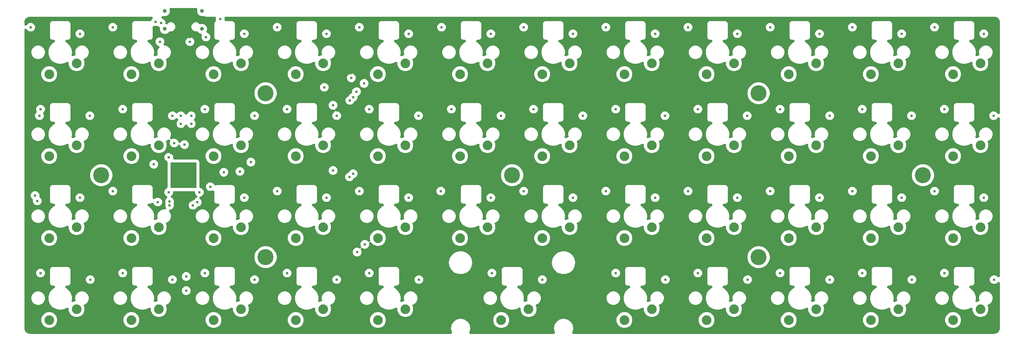
<source format=gbr>
G04 EAGLE Gerber RS-274X export*
G75*
%MOMM*%
%FSLAX34Y34*%
%LPD*%
%INCopper Layer 2*%
%IPPOS*%
%AMOC8*
5,1,8,0,0,1.08239X$1,22.5*%
G01*
%ADD10C,2.247900*%
%ADD11C,0.900000*%
%ADD12C,3.716000*%
%ADD13C,0.610000*%

G36*
X1096106Y107525D02*
X1096106Y107525D01*
X1096354Y107545D01*
X1096356Y107545D01*
X1096358Y107546D01*
X1096594Y107605D01*
X1096828Y107663D01*
X1096830Y107664D01*
X1096833Y107664D01*
X1097058Y107762D01*
X1097278Y107857D01*
X1097280Y107858D01*
X1097282Y107859D01*
X1097477Y107984D01*
X1097690Y108121D01*
X1097692Y108122D01*
X1097694Y108124D01*
X1097863Y108277D01*
X1098053Y108449D01*
X1098055Y108450D01*
X1098057Y108452D01*
X1098207Y108640D01*
X1098359Y108831D01*
X1098360Y108833D01*
X1098361Y108835D01*
X1098480Y109048D01*
X1098598Y109258D01*
X1098599Y109260D01*
X1098600Y109262D01*
X1098678Y109479D01*
X1098764Y109718D01*
X1098765Y109721D01*
X1098766Y109723D01*
X1098810Y109964D01*
X1098854Y110200D01*
X1098854Y110202D01*
X1098854Y110204D01*
X1098859Y110435D01*
X1098864Y110689D01*
X1098863Y110691D01*
X1098864Y110693D01*
X1098830Y110921D01*
X1098794Y111173D01*
X1098793Y111175D01*
X1098793Y111178D01*
X1098717Y111417D01*
X1098646Y111640D01*
X1098645Y111642D01*
X1098645Y111644D01*
X1098423Y112080D01*
X1098386Y112130D01*
X1098373Y112155D01*
X1096683Y120650D01*
X1098372Y129141D01*
X1100836Y132829D01*
X1103181Y136339D01*
X1110379Y141148D01*
X1118870Y142837D01*
X1127361Y141148D01*
X1134559Y136339D01*
X1139368Y129141D01*
X1141057Y120650D01*
X1139367Y112156D01*
X1139260Y111963D01*
X1139140Y111748D01*
X1139139Y111746D01*
X1139138Y111744D01*
X1139058Y111519D01*
X1138974Y111287D01*
X1138974Y111285D01*
X1138973Y111283D01*
X1138930Y111047D01*
X1138886Y110806D01*
X1138886Y110804D01*
X1138885Y110801D01*
X1138881Y110558D01*
X1138876Y110317D01*
X1138877Y110314D01*
X1138877Y110312D01*
X1138912Y110072D01*
X1138947Y109832D01*
X1138948Y109830D01*
X1138948Y109828D01*
X1139023Y109594D01*
X1139095Y109366D01*
X1139096Y109364D01*
X1139097Y109362D01*
X1139206Y109148D01*
X1139317Y108930D01*
X1139319Y108928D01*
X1139320Y108926D01*
X1139464Y108731D01*
X1139608Y108536D01*
X1139609Y108534D01*
X1139611Y108532D01*
X1139787Y108361D01*
X1139958Y108194D01*
X1139960Y108193D01*
X1139962Y108191D01*
X1140163Y108051D01*
X1140359Y107914D01*
X1140361Y107913D01*
X1140363Y107912D01*
X1140574Y107811D01*
X1140801Y107703D01*
X1140803Y107702D01*
X1140805Y107701D01*
X1141033Y107635D01*
X1141271Y107566D01*
X1141273Y107566D01*
X1141275Y107565D01*
X1141761Y107508D01*
X1141823Y107510D01*
X1141870Y107506D01*
X1334630Y107506D01*
X1334866Y107525D01*
X1335114Y107545D01*
X1335116Y107545D01*
X1335118Y107546D01*
X1335354Y107605D01*
X1335588Y107663D01*
X1335590Y107664D01*
X1335593Y107664D01*
X1335818Y107762D01*
X1336038Y107857D01*
X1336040Y107858D01*
X1336042Y107859D01*
X1336237Y107984D01*
X1336450Y108121D01*
X1336452Y108122D01*
X1336454Y108124D01*
X1336623Y108277D01*
X1336813Y108449D01*
X1336815Y108450D01*
X1336817Y108452D01*
X1336967Y108640D01*
X1337119Y108831D01*
X1337120Y108833D01*
X1337121Y108835D01*
X1337240Y109048D01*
X1337358Y109258D01*
X1337359Y109260D01*
X1337360Y109262D01*
X1337438Y109479D01*
X1337524Y109718D01*
X1337525Y109721D01*
X1337526Y109723D01*
X1337570Y109964D01*
X1337614Y110200D01*
X1337614Y110202D01*
X1337614Y110204D01*
X1337619Y110435D01*
X1337624Y110689D01*
X1337623Y110691D01*
X1337624Y110693D01*
X1337590Y110921D01*
X1337554Y111173D01*
X1337553Y111175D01*
X1337553Y111178D01*
X1337477Y111417D01*
X1337406Y111640D01*
X1337405Y111642D01*
X1337405Y111644D01*
X1337183Y112080D01*
X1337146Y112130D01*
X1337133Y112155D01*
X1335443Y120650D01*
X1337132Y129141D01*
X1339596Y132829D01*
X1341941Y136339D01*
X1349139Y141148D01*
X1357630Y142837D01*
X1366121Y141148D01*
X1373319Y136339D01*
X1378128Y129141D01*
X1379817Y120650D01*
X1378127Y112156D01*
X1378020Y111963D01*
X1377900Y111748D01*
X1377899Y111746D01*
X1377898Y111744D01*
X1377818Y111519D01*
X1377734Y111287D01*
X1377734Y111285D01*
X1377733Y111283D01*
X1377690Y111047D01*
X1377646Y110806D01*
X1377646Y110804D01*
X1377645Y110801D01*
X1377641Y110558D01*
X1377636Y110317D01*
X1377637Y110314D01*
X1377637Y110312D01*
X1377672Y110072D01*
X1377707Y109832D01*
X1377708Y109830D01*
X1377708Y109828D01*
X1377783Y109594D01*
X1377855Y109366D01*
X1377856Y109364D01*
X1377857Y109362D01*
X1377966Y109148D01*
X1378077Y108930D01*
X1378079Y108928D01*
X1378080Y108926D01*
X1378224Y108731D01*
X1378368Y108536D01*
X1378369Y108534D01*
X1378371Y108532D01*
X1378547Y108361D01*
X1378718Y108194D01*
X1378720Y108193D01*
X1378722Y108191D01*
X1378923Y108051D01*
X1379119Y107914D01*
X1379121Y107913D01*
X1379123Y107912D01*
X1379334Y107811D01*
X1379561Y107703D01*
X1379563Y107702D01*
X1379565Y107701D01*
X1379793Y107635D01*
X1380031Y107566D01*
X1380033Y107566D01*
X1380035Y107565D01*
X1380521Y107508D01*
X1380583Y107510D01*
X1380630Y107506D01*
X2356000Y107506D01*
X2356139Y107517D01*
X2356235Y107515D01*
X2357799Y107638D01*
X2357850Y107646D01*
X2357902Y107648D01*
X2358024Y107674D01*
X2358282Y107716D01*
X2358402Y107756D01*
X2358490Y107776D01*
X2361464Y108742D01*
X2361621Y108807D01*
X2361781Y108865D01*
X2361836Y108897D01*
X2361916Y108931D01*
X2362222Y109122D01*
X2362301Y109168D01*
X2364830Y111006D01*
X2364959Y111117D01*
X2365093Y111221D01*
X2365136Y111269D01*
X2365202Y111325D01*
X2365434Y111602D01*
X2365494Y111670D01*
X2367332Y114199D01*
X2367420Y114344D01*
X2367516Y114485D01*
X2367542Y114544D01*
X2367586Y114618D01*
X2367721Y114952D01*
X2367758Y115036D01*
X2368724Y118010D01*
X2368736Y118060D01*
X2368755Y118109D01*
X2368777Y118232D01*
X2368837Y118486D01*
X2368846Y118613D01*
X2368862Y118701D01*
X2368985Y120265D01*
X2368985Y120404D01*
X2368994Y120500D01*
X2368994Y225370D01*
X2368990Y225417D01*
X2368993Y225464D01*
X2368970Y225661D01*
X2368954Y225857D01*
X2368943Y225903D01*
X2368938Y225950D01*
X2368884Y226141D01*
X2368836Y226332D01*
X2368817Y226375D01*
X2368804Y226421D01*
X2368720Y226600D01*
X2368641Y226781D01*
X2368616Y226821D01*
X2368596Y226864D01*
X2368483Y227027D01*
X2368376Y227193D01*
X2368345Y227228D01*
X2368318Y227267D01*
X2368180Y227410D01*
X2368048Y227556D01*
X2368011Y227585D01*
X2367978Y227619D01*
X2367820Y227737D01*
X2367665Y227861D01*
X2367624Y227884D01*
X2367586Y227912D01*
X2367411Y228003D01*
X2367238Y228099D01*
X2367193Y228115D01*
X2367151Y228137D01*
X2366963Y228198D01*
X2366777Y228265D01*
X2366731Y228274D01*
X2366686Y228288D01*
X2366491Y228318D01*
X2366296Y228354D01*
X2366249Y228355D01*
X2366202Y228362D01*
X2366004Y228359D01*
X2365807Y228363D01*
X2365760Y228356D01*
X2365713Y228356D01*
X2365518Y228321D01*
X2365322Y228292D01*
X2365277Y228278D01*
X2365231Y228270D01*
X2365044Y228204D01*
X2364856Y228144D01*
X2364814Y228123D01*
X2364769Y228107D01*
X2364596Y228012D01*
X2364420Y227922D01*
X2364382Y227894D01*
X2364340Y227871D01*
X2364245Y227793D01*
X2364026Y227632D01*
X2363941Y227545D01*
X2363874Y227490D01*
X2361543Y225159D01*
X2357849Y223629D01*
X2353851Y223629D01*
X2350157Y225159D01*
X2347329Y227987D01*
X2345799Y231681D01*
X2345799Y235679D01*
X2347329Y239373D01*
X2350157Y242201D01*
X2353851Y243731D01*
X2357849Y243731D01*
X2361543Y242201D01*
X2363874Y239870D01*
X2363910Y239839D01*
X2363942Y239804D01*
X2364096Y239681D01*
X2364247Y239553D01*
X2364288Y239529D01*
X2364325Y239499D01*
X2364498Y239403D01*
X2364667Y239301D01*
X2364711Y239284D01*
X2364752Y239261D01*
X2364939Y239194D01*
X2365122Y239121D01*
X2365168Y239111D01*
X2365213Y239095D01*
X2365407Y239059D01*
X2365600Y239017D01*
X2365648Y239015D01*
X2365694Y239006D01*
X2365891Y239003D01*
X2366089Y238993D01*
X2366136Y238998D01*
X2366183Y238997D01*
X2366379Y239026D01*
X2366576Y239048D01*
X2366621Y239061D01*
X2366668Y239068D01*
X2366856Y239128D01*
X2367046Y239181D01*
X2367089Y239202D01*
X2367134Y239216D01*
X2367311Y239306D01*
X2367489Y239390D01*
X2367528Y239417D01*
X2367570Y239438D01*
X2367730Y239556D01*
X2367892Y239668D01*
X2367926Y239700D01*
X2367964Y239728D01*
X2368102Y239870D01*
X2368245Y240007D01*
X2368273Y240045D01*
X2368306Y240079D01*
X2368419Y240241D01*
X2368537Y240399D01*
X2368559Y240441D01*
X2368586Y240480D01*
X2368672Y240659D01*
X2368762Y240834D01*
X2368777Y240879D01*
X2368797Y240922D01*
X2368852Y241111D01*
X2368914Y241299D01*
X2368921Y241346D01*
X2368934Y241392D01*
X2368946Y241514D01*
X2368987Y241783D01*
X2368986Y241904D01*
X2368994Y241990D01*
X2368994Y608137D01*
X2368982Y608283D01*
X2368980Y608429D01*
X2368962Y608526D01*
X2368954Y608625D01*
X2368919Y608767D01*
X2368893Y608910D01*
X2368860Y609004D01*
X2368836Y609100D01*
X2368778Y609234D01*
X2368729Y609371D01*
X2368680Y609458D01*
X2368641Y609549D01*
X2368562Y609672D01*
X2368491Y609800D01*
X2368430Y609877D01*
X2368376Y609960D01*
X2368278Y610069D01*
X2368188Y610183D01*
X2368115Y610250D01*
X2368048Y610323D01*
X2367934Y610415D01*
X2367826Y610513D01*
X2367743Y610567D01*
X2367665Y610628D01*
X2367537Y610700D01*
X2367415Y610779D01*
X2367324Y610818D01*
X2367238Y610867D01*
X2367100Y610916D01*
X2366966Y610975D01*
X2366870Y610999D01*
X2366777Y611033D01*
X2366633Y611059D01*
X2366492Y611095D01*
X2366393Y611103D01*
X2366296Y611121D01*
X2366150Y611124D01*
X2366004Y611136D01*
X2365905Y611129D01*
X2365807Y611130D01*
X2365662Y611109D01*
X2365516Y611098D01*
X2365420Y611074D01*
X2365322Y611060D01*
X2365183Y611016D01*
X2365041Y610981D01*
X2364950Y610942D01*
X2364856Y610912D01*
X2364726Y610845D01*
X2364591Y610788D01*
X2364508Y610734D01*
X2364420Y610689D01*
X2364302Y610603D01*
X2364179Y610524D01*
X2364105Y610458D01*
X2364026Y610399D01*
X2363924Y610295D01*
X2363815Y610197D01*
X2363753Y610120D01*
X2363684Y610049D01*
X2363600Y609929D01*
X2363509Y609815D01*
X2363470Y609742D01*
X2363404Y609647D01*
X2363282Y609392D01*
X2363224Y609285D01*
X2363101Y608987D01*
X2360273Y606159D01*
X2356579Y604629D01*
X2352581Y604629D01*
X2348887Y606159D01*
X2346059Y608987D01*
X2344529Y612681D01*
X2344529Y616679D01*
X2346059Y620373D01*
X2348887Y623201D01*
X2352581Y624731D01*
X2356579Y624731D01*
X2360273Y623201D01*
X2363101Y620373D01*
X2363224Y620075D01*
X2363291Y619945D01*
X2363349Y619811D01*
X2363402Y619728D01*
X2363448Y619640D01*
X2363535Y619522D01*
X2363614Y619400D01*
X2363680Y619326D01*
X2363739Y619247D01*
X2363844Y619145D01*
X2363942Y619037D01*
X2364019Y618975D01*
X2364090Y618906D01*
X2364210Y618823D01*
X2364325Y618732D01*
X2364411Y618683D01*
X2364493Y618627D01*
X2364625Y618564D01*
X2364752Y618493D01*
X2364845Y618460D01*
X2364935Y618417D01*
X2365075Y618377D01*
X2365213Y618327D01*
X2365310Y618310D01*
X2365405Y618282D01*
X2365550Y618265D01*
X2365694Y618239D01*
X2365793Y618237D01*
X2365891Y618225D01*
X2366038Y618232D01*
X2366183Y618230D01*
X2366281Y618244D01*
X2366380Y618249D01*
X2366523Y618279D01*
X2366668Y618300D01*
X2366762Y618330D01*
X2366859Y618351D01*
X2366995Y618404D01*
X2367134Y618448D01*
X2367222Y618493D01*
X2367315Y618530D01*
X2367440Y618604D01*
X2367570Y618671D01*
X2367650Y618729D01*
X2367735Y618780D01*
X2367847Y618874D01*
X2367964Y618961D01*
X2368033Y619032D01*
X2368109Y619096D01*
X2368204Y619207D01*
X2368306Y619311D01*
X2368363Y619392D01*
X2368427Y619468D01*
X2368503Y619593D01*
X2368586Y619713D01*
X2368629Y619802D01*
X2368680Y619887D01*
X2368734Y620022D01*
X2368797Y620154D01*
X2368825Y620249D01*
X2368862Y620341D01*
X2368893Y620484D01*
X2368934Y620624D01*
X2368942Y620707D01*
X2368967Y620819D01*
X2368982Y621102D01*
X2368994Y621223D01*
X2368994Y832000D01*
X2368983Y832139D01*
X2368985Y832235D01*
X2368862Y833799D01*
X2368854Y833850D01*
X2368852Y833902D01*
X2368826Y834024D01*
X2368784Y834282D01*
X2368744Y834402D01*
X2368724Y834490D01*
X2367758Y837464D01*
X2367693Y837621D01*
X2367635Y837781D01*
X2367603Y837836D01*
X2367569Y837916D01*
X2367378Y838222D01*
X2367332Y838301D01*
X2365494Y840830D01*
X2365383Y840959D01*
X2365279Y841093D01*
X2365231Y841136D01*
X2365175Y841202D01*
X2364898Y841434D01*
X2364830Y841494D01*
X2362301Y843332D01*
X2362156Y843420D01*
X2362015Y843516D01*
X2361956Y843542D01*
X2361882Y843586D01*
X2361548Y843721D01*
X2361464Y843758D01*
X2358490Y844724D01*
X2358440Y844736D01*
X2358391Y844755D01*
X2358268Y844777D01*
X2358014Y844837D01*
X2357887Y844846D01*
X2357799Y844862D01*
X2356235Y844985D01*
X2356096Y844985D01*
X2356000Y844994D01*
X574390Y844994D01*
X574296Y844987D01*
X574202Y844988D01*
X574052Y844967D01*
X573902Y844954D01*
X573811Y844931D01*
X573717Y844918D01*
X573574Y844872D01*
X573427Y844836D01*
X573341Y844798D01*
X573251Y844770D01*
X573116Y844701D01*
X572978Y844641D01*
X572899Y844590D01*
X572815Y844547D01*
X572693Y844458D01*
X572567Y844376D01*
X572497Y844313D01*
X572421Y844257D01*
X572315Y844149D01*
X572204Y844048D01*
X572145Y843974D01*
X572079Y843907D01*
X571993Y843783D01*
X571899Y843665D01*
X571853Y843583D01*
X571799Y843505D01*
X571734Y843369D01*
X571660Y843238D01*
X571628Y843149D01*
X571588Y843064D01*
X571546Y842919D01*
X571495Y842777D01*
X571477Y842684D01*
X571451Y842594D01*
X571440Y842479D01*
X571406Y842296D01*
X571402Y842110D01*
X571391Y841995D01*
X571391Y837681D01*
X571398Y837587D01*
X571397Y837493D01*
X571418Y837343D01*
X571431Y837193D01*
X571454Y837102D01*
X571467Y837008D01*
X571513Y836865D01*
X571549Y836718D01*
X571587Y836632D01*
X571615Y836542D01*
X571684Y836407D01*
X571744Y836269D01*
X571795Y836190D01*
X571838Y836106D01*
X571927Y835984D01*
X572009Y835858D01*
X572072Y835788D01*
X572128Y835712D01*
X572236Y835606D01*
X572337Y835495D01*
X572411Y835436D01*
X572478Y835370D01*
X572602Y835284D01*
X572720Y835190D01*
X572802Y835144D01*
X572880Y835090D01*
X573016Y835025D01*
X573147Y834951D01*
X573236Y834919D01*
X573321Y834879D01*
X573466Y834837D01*
X573608Y834786D01*
X573701Y834768D01*
X573791Y834742D01*
X573906Y834731D01*
X574089Y834697D01*
X574275Y834693D01*
X574390Y834682D01*
X589468Y834682D01*
X592181Y833558D01*
X594258Y831481D01*
X595382Y828768D01*
X595382Y796832D01*
X594258Y794119D01*
X592181Y792042D01*
X589468Y790918D01*
X586485Y790918D01*
X586291Y790902D01*
X586096Y790893D01*
X586047Y790882D01*
X585997Y790878D01*
X585808Y790831D01*
X585618Y790790D01*
X585571Y790772D01*
X585522Y790760D01*
X585343Y790682D01*
X585163Y790611D01*
X585119Y790585D01*
X585073Y790565D01*
X584910Y790460D01*
X584742Y790360D01*
X584704Y790328D01*
X584662Y790300D01*
X584517Y790170D01*
X584369Y790044D01*
X584336Y790006D01*
X584299Y789972D01*
X584177Y789820D01*
X584051Y789672D01*
X584025Y789629D01*
X583994Y789589D01*
X583899Y789419D01*
X583798Y789253D01*
X583780Y789206D01*
X583755Y789162D01*
X583689Y788979D01*
X583617Y788798D01*
X583606Y788749D01*
X583589Y788701D01*
X583554Y788510D01*
X583513Y788320D01*
X583510Y788270D01*
X583501Y788220D01*
X583497Y788025D01*
X583487Y787831D01*
X583493Y787781D01*
X583492Y787731D01*
X583520Y787538D01*
X583541Y787345D01*
X583555Y787296D01*
X583562Y787246D01*
X583621Y787060D01*
X583674Y786873D01*
X583695Y786828D01*
X583710Y786780D01*
X583799Y786606D01*
X583881Y786430D01*
X583910Y786389D01*
X583933Y786344D01*
X584048Y786187D01*
X584158Y786027D01*
X584193Y785990D01*
X584223Y785950D01*
X584362Y785813D01*
X584497Y785673D01*
X584532Y785648D01*
X584573Y785608D01*
X584974Y785328D01*
X584981Y785325D01*
X584985Y785322D01*
X588041Y783557D01*
X593057Y778541D01*
X596604Y772398D01*
X598440Y765547D01*
X598440Y758453D01*
X597985Y756754D01*
X597967Y756660D01*
X597941Y756568D01*
X597923Y756419D01*
X597897Y756273D01*
X597895Y756177D01*
X597884Y756082D01*
X597891Y755933D01*
X597889Y755784D01*
X597903Y755689D01*
X597907Y755593D01*
X597938Y755447D01*
X597960Y755299D01*
X597989Y755208D01*
X598009Y755114D01*
X598064Y754975D01*
X598109Y754833D01*
X598153Y754748D01*
X598188Y754659D01*
X598265Y754530D01*
X598333Y754398D01*
X598390Y754321D01*
X598439Y754238D01*
X598535Y754124D01*
X598623Y754004D01*
X598692Y753937D01*
X598754Y753864D01*
X598868Y753767D01*
X598975Y753663D01*
X599053Y753609D01*
X599126Y753546D01*
X599254Y753469D01*
X599377Y753384D01*
X599463Y753343D01*
X599545Y753293D01*
X599684Y753238D01*
X599818Y753174D01*
X599911Y753147D01*
X600000Y753111D01*
X600145Y753079D01*
X600289Y753038D01*
X600384Y753027D01*
X600478Y753006D01*
X600627Y752998D01*
X600775Y752981D01*
X600871Y752985D01*
X600966Y752980D01*
X601115Y752996D01*
X601264Y753003D01*
X601358Y753023D01*
X601453Y753034D01*
X601563Y753067D01*
X601742Y753105D01*
X601917Y753174D01*
X602029Y753207D01*
X605340Y754579D01*
X605424Y754622D01*
X605512Y754656D01*
X605641Y754733D01*
X605775Y754802D01*
X605851Y754858D01*
X605932Y754907D01*
X606048Y755004D01*
X606169Y755094D01*
X606234Y755161D01*
X606307Y755222D01*
X606405Y755337D01*
X606509Y755445D01*
X606563Y755522D01*
X606624Y755594D01*
X606702Y755723D01*
X606788Y755847D01*
X606829Y755933D01*
X606877Y756013D01*
X606933Y756153D01*
X606998Y756289D01*
X607024Y756380D01*
X607059Y756468D01*
X607091Y756615D01*
X607133Y756760D01*
X607144Y756854D01*
X607164Y756946D01*
X607172Y757096D01*
X607190Y757246D01*
X607185Y757340D01*
X607190Y757434D01*
X607174Y757584D01*
X607167Y757735D01*
X607147Y757827D01*
X607137Y757921D01*
X607103Y758032D01*
X607064Y758213D01*
X606997Y758386D01*
X606963Y758497D01*
X606790Y758915D01*
X606790Y765085D01*
X609151Y770786D01*
X613514Y775149D01*
X619215Y777510D01*
X625385Y777510D01*
X631086Y775149D01*
X635449Y770786D01*
X637810Y765085D01*
X637810Y758915D01*
X635449Y753214D01*
X631086Y748851D01*
X628038Y747589D01*
X627954Y747546D01*
X627866Y747511D01*
X627736Y747434D01*
X627602Y747365D01*
X627527Y747309D01*
X627445Y747261D01*
X627330Y747164D01*
X627209Y747074D01*
X627143Y747006D01*
X627071Y746945D01*
X626973Y746831D01*
X626868Y746723D01*
X626815Y746645D01*
X626753Y746573D01*
X626676Y746444D01*
X626590Y746320D01*
X626549Y746235D01*
X626500Y746154D01*
X626444Y746014D01*
X626380Y745878D01*
X626354Y745787D01*
X626319Y745700D01*
X626286Y745553D01*
X626245Y745408D01*
X626234Y745314D01*
X626213Y745222D01*
X626205Y745071D01*
X626188Y744922D01*
X626192Y744827D01*
X626187Y744733D01*
X626204Y744583D01*
X626211Y744433D01*
X626231Y744340D01*
X626241Y744247D01*
X626275Y744136D01*
X626313Y743954D01*
X626381Y743782D01*
X626414Y743670D01*
X627840Y740228D01*
X627840Y732972D01*
X625063Y726268D01*
X619932Y721137D01*
X613228Y718360D01*
X605972Y718360D01*
X599268Y721137D01*
X594137Y726268D01*
X591360Y732972D01*
X591360Y737164D01*
X591348Y737308D01*
X591346Y737452D01*
X591328Y737552D01*
X591320Y737652D01*
X591285Y737792D01*
X591259Y737934D01*
X591226Y738029D01*
X591201Y738126D01*
X591144Y738259D01*
X591095Y738395D01*
X591047Y738483D01*
X591007Y738576D01*
X590929Y738697D01*
X590859Y738824D01*
X590796Y738903D01*
X590742Y738987D01*
X590645Y739094D01*
X590555Y739208D01*
X590481Y739276D01*
X590414Y739350D01*
X590301Y739440D01*
X590194Y739538D01*
X590109Y739592D01*
X590031Y739655D01*
X589904Y739726D01*
X589783Y739804D01*
X589691Y739844D01*
X589603Y739894D01*
X589467Y739943D01*
X589335Y740000D01*
X589237Y740025D01*
X589143Y740059D01*
X589001Y740086D01*
X588861Y740121D01*
X588760Y740130D01*
X588661Y740148D01*
X588517Y740151D01*
X588373Y740163D01*
X588273Y740155D01*
X588172Y740157D01*
X588029Y740136D01*
X587885Y740125D01*
X587787Y740101D01*
X587688Y740087D01*
X587550Y740043D01*
X587410Y740008D01*
X587333Y739974D01*
X587221Y739938D01*
X586972Y739811D01*
X586861Y739761D01*
X581898Y736896D01*
X575047Y735060D01*
X567953Y735060D01*
X561102Y736896D01*
X554959Y740443D01*
X549943Y745459D01*
X546396Y751602D01*
X544560Y758453D01*
X544560Y765547D01*
X544831Y766558D01*
X544831Y766559D01*
X546396Y772398D01*
X549943Y778541D01*
X554959Y783557D01*
X558015Y785322D01*
X558175Y785433D01*
X558338Y785538D01*
X558376Y785571D01*
X558417Y785600D01*
X558557Y785736D01*
X558701Y785866D01*
X558733Y785905D01*
X558769Y785940D01*
X558885Y786097D01*
X559006Y786249D01*
X559031Y786293D01*
X559061Y786333D01*
X559150Y786506D01*
X559245Y786676D01*
X559262Y786724D01*
X559285Y786768D01*
X559345Y786953D01*
X559411Y787137D01*
X559420Y787186D01*
X559435Y787234D01*
X559464Y787426D01*
X559499Y787618D01*
X559500Y787668D01*
X559508Y787718D01*
X559505Y787913D01*
X559508Y788107D01*
X559501Y788157D01*
X559500Y788208D01*
X559466Y788399D01*
X559438Y788592D01*
X559423Y788640D01*
X559414Y788689D01*
X559349Y788872D01*
X559290Y789058D01*
X559267Y789103D01*
X559250Y789150D01*
X559156Y789320D01*
X559067Y789494D01*
X559037Y789535D01*
X559013Y789579D01*
X558893Y789731D01*
X558777Y789888D01*
X558741Y789923D01*
X558710Y789963D01*
X558566Y790094D01*
X558427Y790230D01*
X558386Y790259D01*
X558348Y790293D01*
X558185Y790399D01*
X558026Y790510D01*
X557980Y790532D01*
X557938Y790559D01*
X557760Y790637D01*
X557584Y790721D01*
X557536Y790735D01*
X557490Y790756D01*
X557301Y790804D01*
X557114Y790858D01*
X557070Y790862D01*
X557015Y790876D01*
X556528Y790918D01*
X556521Y790918D01*
X556515Y790918D01*
X553532Y790918D01*
X550819Y792042D01*
X548742Y794119D01*
X547618Y796832D01*
X547618Y828768D01*
X548742Y831481D01*
X550880Y833620D01*
X551032Y833799D01*
X551192Y833985D01*
X551194Y833989D01*
X551197Y833993D01*
X551320Y834198D01*
X551445Y834404D01*
X551446Y834409D01*
X551449Y834413D01*
X551536Y834633D01*
X551626Y834859D01*
X551627Y834863D01*
X551629Y834868D01*
X551680Y835101D01*
X551732Y835337D01*
X551732Y835341D01*
X551733Y835346D01*
X551745Y835593D01*
X551758Y835825D01*
X551757Y835830D01*
X551757Y835835D01*
X551730Y836074D01*
X551704Y836312D01*
X551703Y836316D01*
X551702Y836321D01*
X551569Y836792D01*
X551544Y836845D01*
X551531Y836888D01*
X551289Y837471D01*
X551289Y841995D01*
X551282Y842089D01*
X551283Y842183D01*
X551262Y842333D01*
X551249Y842483D01*
X551226Y842574D01*
X551213Y842668D01*
X551167Y842811D01*
X551131Y842958D01*
X551093Y843044D01*
X551065Y843134D01*
X550996Y843269D01*
X550936Y843407D01*
X550885Y843486D01*
X550842Y843570D01*
X550753Y843692D01*
X550671Y843818D01*
X550608Y843888D01*
X550552Y843964D01*
X550444Y844070D01*
X550343Y844181D01*
X550269Y844240D01*
X550202Y844306D01*
X550078Y844392D01*
X549960Y844486D01*
X549878Y844532D01*
X549800Y844586D01*
X549664Y844651D01*
X549533Y844725D01*
X549444Y844757D01*
X549359Y844797D01*
X549214Y844839D01*
X549072Y844890D01*
X548979Y844908D01*
X548889Y844934D01*
X548774Y844945D01*
X548591Y844979D01*
X548405Y844983D01*
X548290Y844994D01*
X527356Y844994D01*
X524528Y846166D01*
X524347Y846275D01*
X524343Y846277D01*
X524339Y846279D01*
X524115Y846368D01*
X523892Y846457D01*
X523888Y846458D01*
X523884Y846459D01*
X523644Y846512D01*
X523414Y846562D01*
X523410Y846562D01*
X523406Y846563D01*
X523163Y846576D01*
X522926Y846588D01*
X522921Y846588D01*
X522917Y846588D01*
X522678Y846561D01*
X522439Y846535D01*
X522435Y846533D01*
X522431Y846533D01*
X521960Y846399D01*
X521906Y846374D01*
X521863Y846361D01*
X521738Y846309D01*
X517162Y846309D01*
X512935Y848060D01*
X509700Y851295D01*
X507949Y855522D01*
X507949Y860098D01*
X508260Y860847D01*
X508319Y861031D01*
X508384Y861213D01*
X508394Y861264D01*
X508410Y861313D01*
X508438Y861504D01*
X508473Y861694D01*
X508474Y861746D01*
X508482Y861797D01*
X508479Y861990D01*
X508482Y862183D01*
X508475Y862235D01*
X508474Y862287D01*
X508439Y862477D01*
X508412Y862668D01*
X508396Y862717D01*
X508387Y862768D01*
X508322Y862950D01*
X508263Y863134D01*
X508240Y863180D01*
X508222Y863229D01*
X508129Y863398D01*
X508041Y863570D01*
X508010Y863612D01*
X507985Y863657D01*
X507866Y863809D01*
X507751Y863964D01*
X507714Y864001D01*
X507682Y864041D01*
X507539Y864171D01*
X507401Y864306D01*
X507358Y864336D01*
X507320Y864371D01*
X507158Y864476D01*
X506999Y864586D01*
X506952Y864609D01*
X506909Y864637D01*
X506732Y864714D01*
X506558Y864797D01*
X506508Y864812D01*
X506460Y864833D01*
X506273Y864880D01*
X506088Y864934D01*
X506043Y864938D01*
X505986Y864953D01*
X505498Y864994D01*
X505493Y864994D01*
X505489Y864994D01*
X447011Y864994D01*
X446819Y864979D01*
X446626Y864969D01*
X446575Y864959D01*
X446523Y864954D01*
X446336Y864908D01*
X446147Y864867D01*
X446099Y864848D01*
X446049Y864836D01*
X445871Y864759D01*
X445692Y864688D01*
X445647Y864662D01*
X445599Y864641D01*
X445438Y864537D01*
X445271Y864438D01*
X445231Y864404D01*
X445188Y864376D01*
X445045Y864247D01*
X444897Y864122D01*
X444863Y864083D01*
X444825Y864048D01*
X444705Y863897D01*
X444579Y863750D01*
X444552Y863706D01*
X444520Y863665D01*
X444426Y863496D01*
X444326Y863331D01*
X444307Y863283D01*
X444282Y863238D01*
X444216Y863056D01*
X444144Y862877D01*
X444133Y862826D01*
X444116Y862777D01*
X444081Y862587D01*
X444039Y862399D01*
X444036Y862347D01*
X444027Y862296D01*
X444023Y862103D01*
X444013Y861910D01*
X444019Y861858D01*
X444018Y861807D01*
X444046Y861616D01*
X444067Y861424D01*
X444080Y861380D01*
X444088Y861322D01*
X444237Y860856D01*
X444239Y860851D01*
X444240Y860847D01*
X444551Y860098D01*
X444551Y855522D01*
X442800Y851295D01*
X439565Y848060D01*
X435338Y846309D01*
X430762Y846309D01*
X430637Y846361D01*
X430407Y846435D01*
X430180Y846509D01*
X430175Y846510D01*
X430171Y846511D01*
X429936Y846546D01*
X429696Y846582D01*
X429691Y846582D01*
X429687Y846583D01*
X429453Y846579D01*
X429206Y846576D01*
X429202Y846575D01*
X429198Y846575D01*
X428967Y846533D01*
X428725Y846490D01*
X428720Y846489D01*
X428716Y846488D01*
X428488Y846407D01*
X428263Y846327D01*
X428259Y846325D01*
X428255Y846324D01*
X428039Y846204D01*
X427962Y846162D01*
X427084Y845798D01*
X427042Y845776D01*
X426997Y845760D01*
X426824Y845665D01*
X426648Y845574D01*
X426611Y845546D01*
X426569Y845523D01*
X426414Y845401D01*
X426255Y845283D01*
X426222Y845249D01*
X426185Y845220D01*
X426053Y845074D01*
X425915Y844932D01*
X425888Y844893D01*
X425856Y844858D01*
X425749Y844692D01*
X425636Y844529D01*
X425615Y844486D01*
X425590Y844447D01*
X425511Y844266D01*
X425426Y844087D01*
X425413Y844042D01*
X425394Y843998D01*
X425345Y843807D01*
X425291Y843617D01*
X425285Y843570D01*
X425274Y843524D01*
X425257Y843327D01*
X425234Y843131D01*
X425236Y843083D01*
X425232Y843036D01*
X425248Y842839D01*
X425257Y842642D01*
X425267Y842595D01*
X425271Y842548D01*
X425318Y842356D01*
X425359Y842163D01*
X425377Y842119D01*
X425388Y842073D01*
X425466Y841891D01*
X425538Y841707D01*
X425562Y841667D01*
X425581Y841623D01*
X425688Y841456D01*
X425789Y841287D01*
X425819Y841251D01*
X425845Y841211D01*
X425977Y841064D01*
X426104Y840913D01*
X426140Y840882D01*
X426172Y840847D01*
X426326Y840724D01*
X426476Y840595D01*
X426517Y840570D01*
X426554Y840541D01*
X426662Y840483D01*
X426895Y840342D01*
X427008Y840297D01*
X427084Y840256D01*
X429873Y839101D01*
X432701Y836273D01*
X434231Y832579D01*
X434231Y830273D01*
X434238Y830189D01*
X434237Y830137D01*
X434249Y830054D01*
X434251Y830028D01*
X434269Y829795D01*
X434270Y829790D01*
X434271Y829785D01*
X434330Y829548D01*
X434386Y829320D01*
X434388Y829315D01*
X434389Y829311D01*
X434484Y829092D01*
X434579Y828870D01*
X434582Y828866D01*
X434584Y828861D01*
X434710Y828666D01*
X434843Y828457D01*
X434846Y828454D01*
X434849Y828450D01*
X435006Y828276D01*
X435170Y828093D01*
X435174Y828090D01*
X435177Y828087D01*
X435364Y827938D01*
X435552Y827787D01*
X435556Y827785D01*
X435560Y827782D01*
X435987Y827544D01*
X436042Y827524D01*
X436082Y827502D01*
X436333Y827398D01*
X436562Y827325D01*
X436790Y827251D01*
X436795Y827250D01*
X436799Y827249D01*
X437034Y827214D01*
X437274Y827177D01*
X437279Y827177D01*
X437283Y827177D01*
X437520Y827180D01*
X437763Y827183D01*
X437768Y827184D01*
X437773Y827184D01*
X438010Y827227D01*
X438245Y827269D01*
X438250Y827271D01*
X438254Y827271D01*
X438485Y827354D01*
X438707Y827432D01*
X438711Y827434D01*
X438715Y827436D01*
X438927Y827553D01*
X439136Y827668D01*
X439139Y827670D01*
X439143Y827673D01*
X439527Y827977D01*
X439567Y828020D01*
X439602Y828049D01*
X441543Y829990D01*
X445311Y831551D01*
X449389Y831551D01*
X453157Y829990D01*
X456040Y827107D01*
X457601Y823339D01*
X457601Y819261D01*
X456040Y815493D01*
X453157Y812610D01*
X449389Y811049D01*
X445296Y811049D01*
X445155Y811038D01*
X445014Y811036D01*
X444912Y811018D01*
X444808Y811009D01*
X444671Y810975D01*
X444532Y810950D01*
X444434Y810916D01*
X444333Y810891D01*
X444204Y810834D01*
X444070Y810787D01*
X443979Y810737D01*
X443884Y810696D01*
X443765Y810620D01*
X443641Y810552D01*
X443574Y810497D01*
X443473Y810431D01*
X443271Y810249D01*
X443175Y810171D01*
X439565Y806560D01*
X435338Y804809D01*
X430762Y804809D01*
X426535Y806560D01*
X423300Y809795D01*
X421549Y814022D01*
X421549Y818787D01*
X421530Y819024D01*
X421511Y819265D01*
X421510Y819270D01*
X421509Y819275D01*
X421451Y819508D01*
X421394Y819741D01*
X421392Y819745D01*
X421391Y819749D01*
X421295Y819970D01*
X421201Y820190D01*
X421198Y820194D01*
X421196Y820199D01*
X421066Y820401D01*
X420937Y820603D01*
X420934Y820606D01*
X420931Y820610D01*
X420773Y820785D01*
X420610Y820967D01*
X420606Y820970D01*
X420603Y820973D01*
X420414Y821124D01*
X420228Y821273D01*
X420224Y821275D01*
X420220Y821278D01*
X419793Y821516D01*
X419738Y821536D01*
X419698Y821558D01*
X418487Y822059D01*
X417723Y822823D01*
X417542Y822977D01*
X417357Y823134D01*
X417354Y823137D01*
X417350Y823140D01*
X417141Y823265D01*
X416939Y823387D01*
X416934Y823389D01*
X416930Y823392D01*
X416706Y823480D01*
X416484Y823569D01*
X416480Y823570D01*
X416475Y823572D01*
X416238Y823623D01*
X416006Y823674D01*
X416001Y823674D01*
X415997Y823675D01*
X415756Y823688D01*
X415517Y823700D01*
X415513Y823700D01*
X415508Y823700D01*
X415270Y823673D01*
X415031Y823647D01*
X415027Y823645D01*
X415022Y823645D01*
X414551Y823511D01*
X414498Y823486D01*
X414454Y823473D01*
X413479Y823069D01*
X409481Y823069D01*
X409029Y823256D01*
X408845Y823316D01*
X408663Y823381D01*
X408612Y823390D01*
X408563Y823406D01*
X408372Y823435D01*
X408182Y823470D01*
X408130Y823471D01*
X408079Y823478D01*
X407886Y823475D01*
X407693Y823479D01*
X407641Y823471D01*
X407589Y823471D01*
X407400Y823436D01*
X407208Y823408D01*
X407159Y823393D01*
X407108Y823383D01*
X406926Y823319D01*
X406742Y823260D01*
X406696Y823237D01*
X406647Y823219D01*
X406478Y823126D01*
X406306Y823038D01*
X406264Y823007D01*
X406219Y822982D01*
X406068Y822863D01*
X405912Y822748D01*
X405875Y822710D01*
X405835Y822678D01*
X405705Y822536D01*
X405570Y822397D01*
X405540Y822355D01*
X405505Y822316D01*
X405401Y822155D01*
X405290Y821996D01*
X405267Y821949D01*
X405239Y821906D01*
X405162Y821729D01*
X405079Y821554D01*
X405064Y821504D01*
X405043Y821457D01*
X404996Y821270D01*
X404942Y821084D01*
X404938Y821039D01*
X404923Y820983D01*
X404882Y820495D01*
X404882Y820490D01*
X404882Y820486D01*
X404882Y796832D01*
X403758Y794119D01*
X401681Y792042D01*
X398968Y790918D01*
X395985Y790918D01*
X395791Y790902D01*
X395596Y790893D01*
X395547Y790882D01*
X395497Y790878D01*
X395308Y790831D01*
X395118Y790790D01*
X395071Y790772D01*
X395022Y790760D01*
X394844Y790682D01*
X394662Y790611D01*
X394619Y790585D01*
X394573Y790565D01*
X394410Y790460D01*
X394242Y790360D01*
X394204Y790327D01*
X394162Y790300D01*
X394018Y790170D01*
X393868Y790044D01*
X393836Y790006D01*
X393798Y789972D01*
X393677Y789820D01*
X393551Y789672D01*
X393525Y789629D01*
X393494Y789589D01*
X393399Y789419D01*
X393298Y789253D01*
X393280Y789206D01*
X393255Y789162D01*
X393189Y788979D01*
X393117Y788798D01*
X393106Y788749D01*
X393089Y788701D01*
X393054Y788510D01*
X393012Y788320D01*
X393010Y788269D01*
X393001Y788220D01*
X392997Y788026D01*
X392987Y787831D01*
X392992Y787781D01*
X392992Y787731D01*
X393020Y787538D01*
X393041Y787345D01*
X393055Y787296D01*
X393062Y787246D01*
X393121Y787061D01*
X393174Y786873D01*
X393195Y786828D01*
X393210Y786780D01*
X393299Y786606D01*
X393381Y786430D01*
X393410Y786389D01*
X393433Y786344D01*
X393548Y786187D01*
X393658Y786027D01*
X393693Y785990D01*
X393723Y785950D01*
X393862Y785814D01*
X393997Y785673D01*
X394033Y785648D01*
X394073Y785608D01*
X394474Y785328D01*
X394481Y785325D01*
X394485Y785322D01*
X397541Y783557D01*
X402557Y778541D01*
X406104Y772398D01*
X407940Y765547D01*
X407940Y758453D01*
X407485Y756754D01*
X407467Y756660D01*
X407441Y756568D01*
X407423Y756419D01*
X407397Y756273D01*
X407395Y756177D01*
X407384Y756082D01*
X407391Y755933D01*
X407389Y755784D01*
X407403Y755689D01*
X407407Y755593D01*
X407438Y755447D01*
X407460Y755299D01*
X407489Y755208D01*
X407509Y755114D01*
X407564Y754975D01*
X407609Y754833D01*
X407653Y754748D01*
X407688Y754659D01*
X407765Y754530D01*
X407833Y754398D01*
X407890Y754321D01*
X407939Y754238D01*
X408035Y754124D01*
X408123Y754004D01*
X408192Y753937D01*
X408254Y753864D01*
X408368Y753767D01*
X408475Y753663D01*
X408553Y753609D01*
X408626Y753546D01*
X408754Y753469D01*
X408877Y753384D01*
X408963Y753343D01*
X409045Y753293D01*
X409184Y753238D01*
X409318Y753174D01*
X409411Y753147D01*
X409500Y753111D01*
X409645Y753079D01*
X409789Y753038D01*
X409884Y753027D01*
X409978Y753006D01*
X410127Y752998D01*
X410275Y752981D01*
X410371Y752985D01*
X410466Y752980D01*
X410615Y752996D01*
X410764Y753003D01*
X410858Y753023D01*
X410953Y753034D01*
X411063Y753067D01*
X411242Y753105D01*
X411417Y753174D01*
X411529Y753207D01*
X414840Y754579D01*
X414924Y754622D01*
X415012Y754656D01*
X415141Y754733D01*
X415275Y754802D01*
X415351Y754858D01*
X415432Y754907D01*
X415548Y755004D01*
X415669Y755094D01*
X415734Y755161D01*
X415807Y755222D01*
X415905Y755337D01*
X416009Y755445D01*
X416063Y755522D01*
X416124Y755594D01*
X416202Y755723D01*
X416288Y755847D01*
X416329Y755933D01*
X416377Y756013D01*
X416433Y756153D01*
X416498Y756289D01*
X416524Y756380D01*
X416559Y756468D01*
X416591Y756615D01*
X416633Y756760D01*
X416644Y756854D01*
X416664Y756946D01*
X416672Y757096D01*
X416690Y757246D01*
X416685Y757340D01*
X416690Y757434D01*
X416674Y757584D01*
X416667Y757735D01*
X416647Y757827D01*
X416637Y757921D01*
X416603Y758032D01*
X416564Y758213D01*
X416497Y758386D01*
X416463Y758497D01*
X416290Y758915D01*
X416290Y765085D01*
X418651Y770786D01*
X419857Y771991D01*
X419982Y772139D01*
X420112Y772281D01*
X420140Y772325D01*
X420174Y772364D01*
X420273Y772530D01*
X420378Y772692D01*
X420399Y772739D01*
X420425Y772784D01*
X420497Y772964D01*
X420574Y773140D01*
X420586Y773191D01*
X420606Y773239D01*
X420647Y773428D01*
X420694Y773615D01*
X420698Y773666D01*
X420709Y773717D01*
X420719Y773910D01*
X420735Y774102D01*
X420731Y774154D01*
X420734Y774206D01*
X420712Y774398D01*
X420697Y774590D01*
X420685Y774641D01*
X420679Y774692D01*
X420626Y774878D01*
X420580Y775066D01*
X420559Y775113D01*
X420545Y775163D01*
X420463Y775338D01*
X420387Y775515D01*
X420359Y775559D01*
X420337Y775606D01*
X420227Y775765D01*
X420123Y775928D01*
X420088Y775966D01*
X420059Y776009D01*
X419925Y776148D01*
X419796Y776292D01*
X419756Y776324D01*
X419720Y776362D01*
X419564Y776477D01*
X419414Y776598D01*
X419374Y776619D01*
X419327Y776654D01*
X418893Y776879D01*
X418888Y776881D01*
X418884Y776883D01*
X415947Y778099D01*
X413119Y780927D01*
X411589Y784621D01*
X411589Y788619D01*
X413119Y792313D01*
X415947Y795141D01*
X419641Y796671D01*
X423639Y796671D01*
X427333Y795141D01*
X430161Y792313D01*
X431691Y788619D01*
X431691Y784621D01*
X430463Y781657D01*
X430404Y781473D01*
X430338Y781291D01*
X430329Y781240D01*
X430313Y781191D01*
X430285Y781000D01*
X430250Y780810D01*
X430249Y780758D01*
X430241Y780707D01*
X430244Y780514D01*
X430241Y780321D01*
X430248Y780269D01*
X430249Y780217D01*
X430283Y780027D01*
X430311Y779836D01*
X430327Y779787D01*
X430336Y779736D01*
X430401Y779553D01*
X430459Y779370D01*
X430483Y779324D01*
X430500Y779275D01*
X430594Y779105D01*
X430682Y778934D01*
X430712Y778892D01*
X430738Y778847D01*
X430857Y778695D01*
X430972Y778540D01*
X431009Y778503D01*
X431041Y778463D01*
X431184Y778333D01*
X431322Y778198D01*
X431365Y778168D01*
X431403Y778133D01*
X431565Y778028D01*
X431724Y777918D01*
X431770Y777895D01*
X431814Y777867D01*
X431991Y777790D01*
X432165Y777707D01*
X432215Y777692D01*
X432262Y777671D01*
X432450Y777624D01*
X432635Y777570D01*
X432680Y777566D01*
X432737Y777551D01*
X433225Y777510D01*
X433230Y777510D01*
X433234Y777510D01*
X434885Y777510D01*
X440586Y775149D01*
X444949Y770786D01*
X447310Y765085D01*
X447310Y758915D01*
X444949Y753214D01*
X440586Y748851D01*
X437538Y747589D01*
X437454Y747546D01*
X437366Y747511D01*
X437236Y747434D01*
X437102Y747365D01*
X437027Y747309D01*
X436945Y747261D01*
X436830Y747164D01*
X436709Y747074D01*
X436643Y747006D01*
X436571Y746945D01*
X436473Y746831D01*
X436368Y746723D01*
X436315Y746645D01*
X436253Y746573D01*
X436176Y746444D01*
X436090Y746320D01*
X436049Y746235D01*
X436000Y746154D01*
X435944Y746014D01*
X435880Y745878D01*
X435854Y745787D01*
X435819Y745700D01*
X435786Y745553D01*
X435745Y745408D01*
X435734Y745314D01*
X435713Y745222D01*
X435705Y745071D01*
X435688Y744922D01*
X435692Y744827D01*
X435687Y744733D01*
X435704Y744583D01*
X435711Y744433D01*
X435731Y744340D01*
X435741Y744247D01*
X435775Y744136D01*
X435813Y743954D01*
X435881Y743782D01*
X435914Y743670D01*
X437340Y740228D01*
X437340Y732972D01*
X434563Y726268D01*
X429432Y721137D01*
X422728Y718360D01*
X415472Y718360D01*
X408768Y721137D01*
X403637Y726268D01*
X400860Y732972D01*
X400860Y737164D01*
X400848Y737308D01*
X400846Y737452D01*
X400828Y737552D01*
X400820Y737652D01*
X400785Y737792D01*
X400759Y737934D01*
X400726Y738029D01*
X400701Y738126D01*
X400644Y738259D01*
X400595Y738395D01*
X400547Y738483D01*
X400507Y738576D01*
X400429Y738697D01*
X400359Y738824D01*
X400296Y738903D01*
X400242Y738987D01*
X400145Y739094D01*
X400055Y739208D01*
X399981Y739276D01*
X399914Y739350D01*
X399801Y739440D01*
X399694Y739538D01*
X399609Y739592D01*
X399531Y739655D01*
X399404Y739726D01*
X399283Y739804D01*
X399191Y739844D01*
X399103Y739894D01*
X398967Y739943D01*
X398835Y740000D01*
X398737Y740025D01*
X398643Y740059D01*
X398501Y740086D01*
X398361Y740121D01*
X398260Y740130D01*
X398161Y740148D01*
X398017Y740151D01*
X397873Y740163D01*
X397773Y740155D01*
X397672Y740157D01*
X397529Y740136D01*
X397385Y740125D01*
X397287Y740101D01*
X397188Y740087D01*
X397050Y740043D01*
X396910Y740008D01*
X396833Y739974D01*
X396721Y739938D01*
X396472Y739811D01*
X396361Y739761D01*
X391398Y736896D01*
X384547Y735060D01*
X377453Y735060D01*
X370602Y736896D01*
X364459Y740443D01*
X359443Y745459D01*
X355896Y751602D01*
X354060Y758453D01*
X354060Y765547D01*
X354331Y766558D01*
X354331Y766559D01*
X355896Y772398D01*
X359443Y778541D01*
X364459Y783557D01*
X367515Y785322D01*
X367675Y785433D01*
X367838Y785538D01*
X367876Y785571D01*
X367917Y785600D01*
X368058Y785736D01*
X368202Y785866D01*
X368233Y785905D01*
X368269Y785940D01*
X368385Y786096D01*
X368506Y786249D01*
X368531Y786293D01*
X368561Y786333D01*
X368650Y786506D01*
X368745Y786676D01*
X368762Y786724D01*
X368785Y786768D01*
X368845Y786953D01*
X368911Y787137D01*
X368920Y787186D01*
X368935Y787234D01*
X368964Y787426D01*
X368999Y787618D01*
X369000Y787668D01*
X369008Y787718D01*
X369005Y787913D01*
X369008Y788107D01*
X369001Y788157D01*
X369000Y788208D01*
X368966Y788399D01*
X368938Y788592D01*
X368923Y788640D01*
X368914Y788689D01*
X368849Y788873D01*
X368790Y789058D01*
X368767Y789103D01*
X368750Y789150D01*
X368656Y789321D01*
X368567Y789494D01*
X368538Y789535D01*
X368513Y789579D01*
X368393Y789732D01*
X368277Y789888D01*
X368241Y789923D01*
X368210Y789963D01*
X368066Y790094D01*
X367927Y790230D01*
X367886Y790259D01*
X367848Y790293D01*
X367685Y790399D01*
X367526Y790510D01*
X367480Y790532D01*
X367438Y790559D01*
X367260Y790637D01*
X367084Y790721D01*
X367036Y790735D01*
X366990Y790756D01*
X366801Y790804D01*
X366614Y790858D01*
X366570Y790862D01*
X366515Y790876D01*
X366028Y790918D01*
X366021Y790918D01*
X366015Y790918D01*
X363032Y790918D01*
X360319Y792042D01*
X358242Y794119D01*
X357118Y796832D01*
X357118Y828768D01*
X358242Y831481D01*
X360319Y833558D01*
X363032Y834682D01*
X399244Y834682D01*
X399482Y834701D01*
X399723Y834720D01*
X399727Y834721D01*
X399732Y834722D01*
X399967Y834781D01*
X400198Y834837D01*
X400202Y834839D01*
X400207Y834840D01*
X400426Y834935D01*
X400648Y835030D01*
X400652Y835033D01*
X400656Y835035D01*
X400852Y835161D01*
X401060Y835294D01*
X401064Y835297D01*
X401067Y835300D01*
X401241Y835457D01*
X401424Y835621D01*
X401427Y835625D01*
X401430Y835628D01*
X401580Y835815D01*
X401730Y836003D01*
X401732Y836007D01*
X401735Y836011D01*
X401974Y836438D01*
X401994Y836493D01*
X402015Y836533D01*
X402959Y838813D01*
X404020Y839874D01*
X404051Y839910D01*
X404086Y839942D01*
X404209Y840096D01*
X404337Y840247D01*
X404361Y840288D01*
X404391Y840325D01*
X404487Y840497D01*
X404589Y840667D01*
X404606Y840711D01*
X404629Y840752D01*
X404696Y840938D01*
X404769Y841122D01*
X404779Y841168D01*
X404795Y841213D01*
X404831Y841407D01*
X404873Y841600D01*
X404875Y841648D01*
X404884Y841694D01*
X404887Y841891D01*
X404897Y842089D01*
X404892Y842136D01*
X404893Y842183D01*
X404864Y842379D01*
X404842Y842576D01*
X404829Y842621D01*
X404822Y842668D01*
X404762Y842856D01*
X404709Y843046D01*
X404688Y843089D01*
X404674Y843134D01*
X404584Y843310D01*
X404500Y843489D01*
X404473Y843528D01*
X404452Y843570D01*
X404334Y843730D01*
X404222Y843892D01*
X404190Y843926D01*
X404162Y843964D01*
X404020Y844103D01*
X403883Y844245D01*
X403845Y844273D01*
X403811Y844306D01*
X403649Y844419D01*
X403491Y844537D01*
X403449Y844559D01*
X403410Y844586D01*
X403231Y844672D01*
X403056Y844762D01*
X403011Y844777D01*
X402968Y844797D01*
X402779Y844852D01*
X402591Y844914D01*
X402544Y844921D01*
X402498Y844934D01*
X402376Y844946D01*
X402107Y844987D01*
X401986Y844986D01*
X401900Y844994D01*
X120500Y844994D01*
X120361Y844983D01*
X120265Y844985D01*
X118701Y844862D01*
X118650Y844854D01*
X118598Y844852D01*
X118476Y844826D01*
X118218Y844784D01*
X118098Y844744D01*
X118010Y844724D01*
X115036Y843758D01*
X114879Y843693D01*
X114719Y843635D01*
X114664Y843603D01*
X114584Y843569D01*
X114278Y843378D01*
X114199Y843332D01*
X111670Y841494D01*
X111541Y841383D01*
X111407Y841279D01*
X111364Y841231D01*
X111298Y841175D01*
X111066Y840898D01*
X111006Y840830D01*
X109168Y838301D01*
X109080Y838156D01*
X108984Y838015D01*
X108958Y837956D01*
X108914Y837882D01*
X108779Y837548D01*
X108742Y837464D01*
X107776Y834490D01*
X107764Y834440D01*
X107745Y834391D01*
X107723Y834268D01*
X107663Y834014D01*
X107654Y833887D01*
X107638Y833799D01*
X107515Y832235D01*
X107515Y832096D01*
X107506Y832000D01*
X107506Y826963D01*
X107518Y826817D01*
X107520Y826671D01*
X107538Y826574D01*
X107546Y826475D01*
X107581Y826333D01*
X107607Y826190D01*
X107640Y826096D01*
X107664Y826000D01*
X107722Y825866D01*
X107772Y825729D01*
X107819Y825642D01*
X107859Y825551D01*
X107938Y825428D01*
X108009Y825300D01*
X108070Y825223D01*
X108124Y825140D01*
X108221Y825031D01*
X108312Y824917D01*
X108386Y824850D01*
X108452Y824777D01*
X108566Y824686D01*
X108674Y824587D01*
X108757Y824533D01*
X108835Y824472D01*
X108962Y824400D01*
X109085Y824321D01*
X109176Y824281D01*
X109262Y824233D01*
X109400Y824184D01*
X109534Y824125D01*
X109630Y824101D01*
X109723Y824067D01*
X109866Y824041D01*
X110008Y824005D01*
X110107Y823997D01*
X110204Y823979D01*
X110350Y823976D01*
X110496Y823964D01*
X110595Y823971D01*
X110693Y823970D01*
X110838Y823991D01*
X110984Y824002D01*
X111080Y824026D01*
X111178Y824040D01*
X111317Y824084D01*
X111459Y824119D01*
X111550Y824158D01*
X111644Y824188D01*
X111774Y824255D01*
X111909Y824312D01*
X111992Y824366D01*
X112080Y824411D01*
X112198Y824497D01*
X112321Y824576D01*
X112395Y824642D01*
X112474Y824701D01*
X112576Y824805D01*
X112685Y824903D01*
X112747Y824980D01*
X112816Y825051D01*
X112900Y825171D01*
X112991Y825285D01*
X113030Y825358D01*
X113096Y825452D01*
X113219Y825708D01*
X113276Y825815D01*
X113399Y826113D01*
X116227Y828941D01*
X119921Y830471D01*
X123919Y830471D01*
X127613Y828941D01*
X130441Y826113D01*
X131971Y822419D01*
X131971Y818421D01*
X130441Y814727D01*
X127613Y811899D01*
X123919Y810369D01*
X119921Y810369D01*
X116227Y811899D01*
X113399Y814727D01*
X113276Y815025D01*
X113209Y815155D01*
X113151Y815289D01*
X113098Y815372D01*
X113052Y815460D01*
X112965Y815578D01*
X112886Y815700D01*
X112820Y815774D01*
X112761Y815853D01*
X112656Y815955D01*
X112558Y816063D01*
X112481Y816125D01*
X112410Y816194D01*
X112290Y816277D01*
X112175Y816368D01*
X112089Y816417D01*
X112007Y816473D01*
X111875Y816536D01*
X111748Y816607D01*
X111655Y816640D01*
X111565Y816683D01*
X111425Y816723D01*
X111287Y816773D01*
X111190Y816790D01*
X111095Y816818D01*
X110950Y816835D01*
X110806Y816861D01*
X110707Y816863D01*
X110609Y816875D01*
X110462Y816868D01*
X110317Y816870D01*
X110219Y816856D01*
X110120Y816852D01*
X109977Y816821D01*
X109832Y816800D01*
X109738Y816770D01*
X109641Y816749D01*
X109505Y816696D01*
X109366Y816652D01*
X109278Y816607D01*
X109186Y816571D01*
X109060Y816496D01*
X108930Y816429D01*
X108850Y816371D01*
X108765Y816320D01*
X108653Y816226D01*
X108536Y816139D01*
X108467Y816068D01*
X108391Y816005D01*
X108296Y815893D01*
X108194Y815789D01*
X108137Y815708D01*
X108073Y815632D01*
X107998Y815508D01*
X107914Y815388D01*
X107871Y815298D01*
X107820Y815213D01*
X107766Y815078D01*
X107703Y814946D01*
X107675Y814851D01*
X107638Y814759D01*
X107607Y814616D01*
X107566Y814476D01*
X107558Y814393D01*
X107533Y814281D01*
X107518Y813998D01*
X107506Y813877D01*
X107506Y120500D01*
X107517Y120361D01*
X107515Y120265D01*
X107638Y118701D01*
X107646Y118650D01*
X107648Y118598D01*
X107674Y118476D01*
X107716Y118218D01*
X107756Y118098D01*
X107776Y118010D01*
X108742Y115036D01*
X108807Y114879D01*
X108865Y114719D01*
X108897Y114664D01*
X108931Y114584D01*
X109122Y114278D01*
X109168Y114199D01*
X111006Y111670D01*
X111097Y111563D01*
X111118Y111535D01*
X111131Y111523D01*
X111221Y111407D01*
X111269Y111364D01*
X111325Y111298D01*
X111602Y111066D01*
X111670Y111006D01*
X114199Y109168D01*
X114344Y109080D01*
X114485Y108984D01*
X114544Y108958D01*
X114618Y108914D01*
X114952Y108779D01*
X115036Y108742D01*
X118010Y107776D01*
X118060Y107764D01*
X118109Y107745D01*
X118232Y107723D01*
X118486Y107663D01*
X118613Y107654D01*
X118701Y107638D01*
X120265Y107515D01*
X120404Y107515D01*
X120500Y107506D01*
X1095870Y107506D01*
X1096106Y107525D01*
G37*
%LPC*%
G36*
X415472Y337360D02*
X415472Y337360D01*
X408768Y340137D01*
X403637Y345268D01*
X400860Y351972D01*
X400860Y356164D01*
X400848Y356308D01*
X400846Y356452D01*
X400828Y356552D01*
X400820Y356652D01*
X400785Y356792D01*
X400759Y356934D01*
X400726Y357029D01*
X400701Y357126D01*
X400644Y357259D01*
X400595Y357395D01*
X400547Y357483D01*
X400507Y357576D01*
X400429Y357697D01*
X400359Y357824D01*
X400296Y357903D01*
X400242Y357987D01*
X400145Y358094D01*
X400055Y358208D01*
X399981Y358276D01*
X399914Y358350D01*
X399801Y358440D01*
X399694Y358538D01*
X399609Y358592D01*
X399531Y358655D01*
X399404Y358726D01*
X399283Y358804D01*
X399191Y358844D01*
X399103Y358894D01*
X398967Y358943D01*
X398835Y359000D01*
X398737Y359025D01*
X398643Y359059D01*
X398501Y359086D01*
X398361Y359121D01*
X398260Y359130D01*
X398161Y359148D01*
X398017Y359151D01*
X397873Y359163D01*
X397773Y359155D01*
X397672Y359157D01*
X397529Y359136D01*
X397385Y359125D01*
X397287Y359101D01*
X397188Y359087D01*
X397050Y359043D01*
X396910Y359008D01*
X396833Y358974D01*
X396721Y358938D01*
X396472Y358811D01*
X396361Y358761D01*
X391398Y355896D01*
X384547Y354060D01*
X377453Y354060D01*
X370602Y355896D01*
X364459Y359443D01*
X359443Y364459D01*
X355896Y370602D01*
X354060Y377453D01*
X354060Y384547D01*
X355896Y391398D01*
X359443Y397541D01*
X364459Y402557D01*
X367515Y404322D01*
X367675Y404433D01*
X367838Y404538D01*
X367876Y404571D01*
X367917Y404600D01*
X368058Y404736D01*
X368202Y404866D01*
X368233Y404905D01*
X368269Y404940D01*
X368385Y405096D01*
X368506Y405249D01*
X368531Y405293D01*
X368561Y405333D01*
X368650Y405506D01*
X368745Y405676D01*
X368762Y405724D01*
X368785Y405768D01*
X368845Y405953D01*
X368911Y406137D01*
X368920Y406186D01*
X368935Y406234D01*
X368964Y406426D01*
X368999Y406618D01*
X369000Y406668D01*
X369008Y406718D01*
X369005Y406913D01*
X369008Y407107D01*
X369001Y407157D01*
X369000Y407208D01*
X368966Y407399D01*
X368938Y407592D01*
X368923Y407640D01*
X368914Y407689D01*
X368849Y407873D01*
X368790Y408058D01*
X368767Y408103D01*
X368750Y408150D01*
X368656Y408321D01*
X368567Y408494D01*
X368538Y408535D01*
X368513Y408579D01*
X368393Y408732D01*
X368277Y408888D01*
X368241Y408923D01*
X368210Y408963D01*
X368066Y409094D01*
X367927Y409230D01*
X367886Y409259D01*
X367848Y409293D01*
X367685Y409399D01*
X367526Y409510D01*
X367480Y409532D01*
X367438Y409559D01*
X367260Y409637D01*
X367084Y409721D01*
X367036Y409735D01*
X366990Y409756D01*
X366801Y409804D01*
X366614Y409858D01*
X366570Y409862D01*
X366515Y409876D01*
X366028Y409918D01*
X366021Y409918D01*
X366015Y409918D01*
X363032Y409918D01*
X360319Y411042D01*
X358242Y413119D01*
X357118Y415832D01*
X357118Y447768D01*
X358242Y450481D01*
X360319Y452558D01*
X363032Y453682D01*
X398968Y453682D01*
X401681Y452558D01*
X403758Y450481D01*
X404882Y447768D01*
X404882Y423796D01*
X404886Y423749D01*
X404883Y423702D01*
X404906Y423505D01*
X404922Y423309D01*
X404933Y423263D01*
X404938Y423216D01*
X404992Y423026D01*
X405040Y422834D01*
X405059Y422790D01*
X405072Y422745D01*
X405156Y422566D01*
X405235Y422385D01*
X405260Y422345D01*
X405280Y422302D01*
X405393Y422138D01*
X405500Y421973D01*
X405531Y421938D01*
X405558Y421899D01*
X405696Y421756D01*
X405828Y421610D01*
X405865Y421581D01*
X405898Y421547D01*
X406056Y421428D01*
X406211Y421305D01*
X406252Y421282D01*
X406290Y421254D01*
X406465Y421163D01*
X406638Y421067D01*
X406683Y421051D01*
X406725Y421029D01*
X406913Y420968D01*
X407099Y420901D01*
X407145Y420892D01*
X407190Y420878D01*
X407385Y420848D01*
X407580Y420812D01*
X407627Y420811D01*
X407674Y420804D01*
X407872Y420807D01*
X408069Y420803D01*
X408116Y420810D01*
X408163Y420810D01*
X408358Y420845D01*
X408554Y420874D01*
X408599Y420888D01*
X408645Y420896D01*
X408832Y420962D01*
X409020Y421022D01*
X409062Y421043D01*
X409107Y421059D01*
X409280Y421154D01*
X409456Y421244D01*
X409494Y421272D01*
X409536Y421295D01*
X409631Y421373D01*
X409850Y421534D01*
X409935Y421621D01*
X410002Y421676D01*
X410867Y422541D01*
X414561Y424071D01*
X418559Y424071D01*
X422253Y422541D01*
X425081Y419713D01*
X426611Y416019D01*
X426611Y412021D01*
X425081Y408327D01*
X422253Y405499D01*
X418559Y403969D01*
X414561Y403969D01*
X410867Y405499D01*
X408039Y408327D01*
X407100Y410596D01*
X407012Y410767D01*
X406929Y410942D01*
X406900Y410985D01*
X406876Y411031D01*
X406761Y411186D01*
X406652Y411345D01*
X406616Y411382D01*
X406585Y411424D01*
X406446Y411559D01*
X406312Y411698D01*
X406271Y411728D01*
X406233Y411765D01*
X406074Y411875D01*
X405920Y411990D01*
X405874Y412014D01*
X405831Y412044D01*
X405656Y412127D01*
X405485Y412215D01*
X405436Y412231D01*
X405389Y412253D01*
X405203Y412307D01*
X405020Y412366D01*
X404968Y412374D01*
X404918Y412388D01*
X404727Y412411D01*
X404536Y412440D01*
X404484Y412439D01*
X404432Y412445D01*
X404239Y412436D01*
X404046Y412434D01*
X403995Y412425D01*
X403943Y412422D01*
X403755Y412382D01*
X403564Y412348D01*
X403516Y412331D01*
X403465Y412320D01*
X403285Y412249D01*
X403103Y412185D01*
X403057Y412160D01*
X403009Y412141D01*
X402843Y412042D01*
X402674Y411949D01*
X402639Y411921D01*
X402589Y411891D01*
X402215Y411575D01*
X402211Y411571D01*
X402208Y411569D01*
X401681Y411042D01*
X398968Y409918D01*
X395985Y409918D01*
X395791Y409902D01*
X395596Y409893D01*
X395547Y409882D01*
X395497Y409878D01*
X395308Y409831D01*
X395118Y409790D01*
X395071Y409772D01*
X395022Y409760D01*
X394844Y409682D01*
X394662Y409611D01*
X394619Y409585D01*
X394573Y409565D01*
X394410Y409460D01*
X394242Y409360D01*
X394204Y409327D01*
X394162Y409300D01*
X394018Y409170D01*
X393868Y409044D01*
X393836Y409006D01*
X393798Y408972D01*
X393677Y408820D01*
X393551Y408672D01*
X393525Y408629D01*
X393494Y408589D01*
X393399Y408419D01*
X393298Y408253D01*
X393280Y408206D01*
X393255Y408162D01*
X393189Y407979D01*
X393117Y407798D01*
X393106Y407749D01*
X393089Y407701D01*
X393054Y407510D01*
X393012Y407320D01*
X393010Y407269D01*
X393001Y407220D01*
X392997Y407026D01*
X392987Y406831D01*
X392992Y406781D01*
X392992Y406731D01*
X393020Y406538D01*
X393041Y406345D01*
X393055Y406296D01*
X393062Y406246D01*
X393121Y406061D01*
X393174Y405873D01*
X393195Y405828D01*
X393210Y405780D01*
X393299Y405606D01*
X393381Y405430D01*
X393410Y405389D01*
X393433Y405344D01*
X393548Y405187D01*
X393658Y405027D01*
X393693Y404990D01*
X393723Y404950D01*
X393862Y404814D01*
X393997Y404673D01*
X394033Y404648D01*
X394073Y404608D01*
X394474Y404328D01*
X394481Y404325D01*
X394485Y404322D01*
X397541Y402557D01*
X402557Y397541D01*
X406104Y391398D01*
X407940Y384547D01*
X407940Y377453D01*
X407485Y375754D01*
X407467Y375660D01*
X407441Y375568D01*
X407423Y375419D01*
X407397Y375273D01*
X407395Y375177D01*
X407384Y375082D01*
X407391Y374933D01*
X407389Y374784D01*
X407403Y374689D01*
X407407Y374593D01*
X407438Y374447D01*
X407460Y374299D01*
X407489Y374208D01*
X407509Y374114D01*
X407564Y373975D01*
X407609Y373833D01*
X407653Y373748D01*
X407688Y373659D01*
X407765Y373530D01*
X407833Y373398D01*
X407890Y373321D01*
X407939Y373238D01*
X408035Y373124D01*
X408123Y373004D01*
X408192Y372937D01*
X408254Y372864D01*
X408368Y372767D01*
X408475Y372663D01*
X408553Y372609D01*
X408626Y372546D01*
X408754Y372469D01*
X408877Y372384D01*
X408963Y372343D01*
X409045Y372293D01*
X409184Y372238D01*
X409318Y372174D01*
X409411Y372147D01*
X409500Y372111D01*
X409645Y372079D01*
X409789Y372038D01*
X409884Y372027D01*
X409978Y372006D01*
X410127Y371998D01*
X410275Y371981D01*
X410371Y371985D01*
X410466Y371980D01*
X410615Y371996D01*
X410764Y372003D01*
X410858Y372023D01*
X410953Y372034D01*
X411063Y372067D01*
X411242Y372105D01*
X411417Y372174D01*
X411529Y372207D01*
X414840Y373579D01*
X414924Y373622D01*
X415012Y373656D01*
X415141Y373733D01*
X415275Y373802D01*
X415351Y373858D01*
X415432Y373907D01*
X415548Y374004D01*
X415669Y374094D01*
X415734Y374161D01*
X415807Y374222D01*
X415905Y374337D01*
X416009Y374445D01*
X416063Y374522D01*
X416124Y374594D01*
X416202Y374723D01*
X416288Y374847D01*
X416329Y374933D01*
X416377Y375013D01*
X416433Y375153D01*
X416498Y375289D01*
X416524Y375380D01*
X416559Y375468D01*
X416591Y375615D01*
X416633Y375760D01*
X416644Y375854D01*
X416664Y375946D01*
X416672Y376096D01*
X416690Y376246D01*
X416685Y376340D01*
X416690Y376434D01*
X416674Y376584D01*
X416667Y376735D01*
X416647Y376827D01*
X416637Y376921D01*
X416603Y377032D01*
X416564Y377213D01*
X416497Y377386D01*
X416463Y377497D01*
X416290Y377915D01*
X416290Y384085D01*
X418651Y389786D01*
X423014Y394149D01*
X428715Y396510D01*
X432867Y396510D01*
X433059Y396525D01*
X433252Y396535D01*
X433303Y396545D01*
X433355Y396550D01*
X433542Y396596D01*
X433731Y396637D01*
X433779Y396656D01*
X433830Y396668D01*
X434007Y396745D01*
X434187Y396816D01*
X434231Y396842D01*
X434279Y396863D01*
X434441Y396967D01*
X434607Y397066D01*
X434647Y397100D01*
X434691Y397128D01*
X434833Y397257D01*
X434981Y397382D01*
X435015Y397421D01*
X435054Y397456D01*
X435174Y397607D01*
X435299Y397754D01*
X435326Y397798D01*
X435358Y397839D01*
X435453Y398008D01*
X435552Y398173D01*
X435572Y398221D01*
X435597Y398266D01*
X435662Y398448D01*
X435734Y398627D01*
X435745Y398678D01*
X435763Y398727D01*
X435798Y398917D01*
X435839Y399105D01*
X435842Y399157D01*
X435851Y399208D01*
X435855Y399401D01*
X435865Y399594D01*
X435860Y399646D01*
X435860Y399697D01*
X435833Y399888D01*
X435811Y400080D01*
X435798Y400124D01*
X435790Y400182D01*
X435642Y400648D01*
X435639Y400653D01*
X435638Y400657D01*
X434087Y404401D01*
X434087Y408399D01*
X434573Y409572D01*
X434616Y409707D01*
X434669Y409838D01*
X434691Y409939D01*
X434723Y410038D01*
X434744Y410178D01*
X434774Y410316D01*
X434780Y410420D01*
X434795Y410522D01*
X434793Y410663D01*
X434800Y410805D01*
X434789Y410908D01*
X434787Y411012D01*
X434762Y411151D01*
X434747Y411291D01*
X434722Y411374D01*
X434700Y411493D01*
X434609Y411749D01*
X434573Y411868D01*
X434087Y413041D01*
X434087Y417039D01*
X435617Y420733D01*
X438026Y423142D01*
X438151Y423289D01*
X438281Y423432D01*
X438309Y423476D01*
X438343Y423515D01*
X438442Y423681D01*
X438547Y423843D01*
X438568Y423890D01*
X438595Y423935D01*
X438666Y424114D01*
X438743Y424291D01*
X438756Y424342D01*
X438775Y424390D01*
X438816Y424579D01*
X438863Y424766D01*
X438867Y424817D01*
X438878Y424868D01*
X438888Y425061D01*
X438905Y425253D01*
X438900Y425305D01*
X438903Y425357D01*
X438881Y425549D01*
X438866Y425741D01*
X438854Y425792D01*
X438848Y425843D01*
X438795Y426029D01*
X438749Y426217D01*
X438728Y426264D01*
X438714Y426314D01*
X438632Y426489D01*
X438556Y426666D01*
X438528Y426710D01*
X438506Y426757D01*
X438396Y426916D01*
X438292Y427079D01*
X438258Y427117D01*
X438228Y427160D01*
X438094Y427299D01*
X437965Y427443D01*
X437925Y427475D01*
X437889Y427513D01*
X437734Y427628D01*
X437583Y427749D01*
X437543Y427770D01*
X437496Y427805D01*
X437062Y428030D01*
X437057Y428032D01*
X437053Y428034D01*
X436267Y428359D01*
X433439Y431187D01*
X431909Y434881D01*
X431909Y438879D01*
X433439Y442573D01*
X436267Y445401D01*
X437553Y445933D01*
X437765Y446042D01*
X437980Y446152D01*
X437984Y446155D01*
X437988Y446157D01*
X438179Y446298D01*
X438374Y446442D01*
X438378Y446445D01*
X438381Y446448D01*
X438546Y446618D01*
X438716Y446793D01*
X438719Y446796D01*
X438722Y446800D01*
X438858Y446995D01*
X438996Y447194D01*
X438998Y447198D01*
X439001Y447202D01*
X439101Y447413D01*
X439207Y447635D01*
X439209Y447640D01*
X439211Y447644D01*
X439274Y447866D01*
X439344Y448105D01*
X439344Y448110D01*
X439346Y448115D01*
X439402Y448601D01*
X439400Y448659D01*
X439404Y448704D01*
X439404Y506336D01*
X439386Y506565D01*
X439366Y506814D01*
X439365Y506819D01*
X439364Y506824D01*
X439306Y507057D01*
X439249Y507290D01*
X439247Y507294D01*
X439246Y507298D01*
X439150Y507518D01*
X439056Y507739D01*
X439053Y507743D01*
X439051Y507748D01*
X438922Y507948D01*
X438792Y508152D01*
X438789Y508155D01*
X438786Y508159D01*
X438627Y508336D01*
X438465Y508516D01*
X438461Y508519D01*
X438458Y508522D01*
X438272Y508670D01*
X438083Y508822D01*
X438079Y508824D01*
X438075Y508827D01*
X437648Y509065D01*
X437593Y509085D01*
X437553Y509107D01*
X436267Y509639D01*
X433439Y512467D01*
X431909Y516161D01*
X431909Y520159D01*
X433439Y523853D01*
X436267Y526681D01*
X439961Y528211D01*
X443959Y528211D01*
X447653Y526681D01*
X450481Y523853D01*
X452011Y520159D01*
X452011Y516095D01*
X452018Y516001D01*
X452017Y515907D01*
X452038Y515757D01*
X452051Y515607D01*
X452074Y515516D01*
X452087Y515422D01*
X452133Y515279D01*
X452169Y515132D01*
X452207Y515046D01*
X452235Y514956D01*
X452304Y514821D01*
X452364Y514683D01*
X452415Y514604D01*
X452458Y514520D01*
X452547Y514398D01*
X452629Y514272D01*
X452692Y514202D01*
X452748Y514126D01*
X452856Y514020D01*
X452957Y513909D01*
X453031Y513850D01*
X453098Y513784D01*
X453222Y513698D01*
X453340Y513604D01*
X453422Y513558D01*
X453500Y513504D01*
X453636Y513439D01*
X453767Y513365D01*
X453856Y513333D01*
X453941Y513293D01*
X454086Y513251D01*
X454228Y513200D01*
X454321Y513182D01*
X454411Y513156D01*
X454526Y513145D01*
X454709Y513111D01*
X454895Y513107D01*
X455010Y513096D01*
X506979Y513096D01*
X509785Y511933D01*
X511933Y509785D01*
X513096Y506979D01*
X513096Y449756D01*
X513116Y449513D01*
X513134Y449278D01*
X513135Y449273D01*
X513136Y449269D01*
X513195Y449033D01*
X513251Y448803D01*
X513253Y448798D01*
X513254Y448794D01*
X513349Y448575D01*
X513444Y448353D01*
X513447Y448349D01*
X513449Y448345D01*
X513575Y448149D01*
X513708Y447940D01*
X513711Y447937D01*
X513714Y447933D01*
X513871Y447759D01*
X514035Y447576D01*
X514039Y447573D01*
X514042Y447570D01*
X514229Y447421D01*
X514417Y447270D01*
X514421Y447268D01*
X514425Y447265D01*
X514852Y447027D01*
X514907Y447007D01*
X514947Y446985D01*
X518773Y445401D01*
X521601Y442573D01*
X523131Y438879D01*
X523131Y434881D01*
X521601Y431187D01*
X518773Y428359D01*
X514854Y426736D01*
X514683Y426648D01*
X514508Y426566D01*
X514465Y426536D01*
X514419Y426513D01*
X514264Y426398D01*
X514105Y426288D01*
X514068Y426252D01*
X514026Y426221D01*
X513891Y426082D01*
X513752Y425949D01*
X513721Y425907D01*
X513685Y425870D01*
X513575Y425711D01*
X513460Y425556D01*
X513436Y425510D01*
X513406Y425468D01*
X513324Y425293D01*
X513235Y425122D01*
X513219Y425072D01*
X513197Y425025D01*
X513143Y424840D01*
X513084Y424656D01*
X513076Y424605D01*
X513061Y424555D01*
X513039Y424363D01*
X513010Y424172D01*
X513011Y424120D01*
X513005Y424069D01*
X513014Y423876D01*
X513016Y423683D01*
X513025Y423632D01*
X513028Y423580D01*
X513068Y423391D01*
X513102Y423201D01*
X513119Y423152D01*
X513130Y423101D01*
X513201Y422922D01*
X513265Y422739D01*
X513290Y422694D01*
X513309Y422646D01*
X513407Y422480D01*
X513501Y422311D01*
X513529Y422275D01*
X513559Y422225D01*
X513875Y421851D01*
X513879Y421848D01*
X513881Y421844D01*
X516521Y419205D01*
X518051Y415511D01*
X518051Y411513D01*
X516521Y407819D01*
X513693Y404991D01*
X509992Y403458D01*
X509790Y403442D01*
X509549Y403423D01*
X509545Y403422D01*
X509540Y403421D01*
X509304Y403362D01*
X509074Y403306D01*
X509070Y403304D01*
X509065Y403303D01*
X508846Y403208D01*
X508624Y403113D01*
X508620Y403110D01*
X508616Y403108D01*
X508420Y402982D01*
X508212Y402849D01*
X508208Y402846D01*
X508204Y402843D01*
X508031Y402686D01*
X507848Y402522D01*
X507845Y402518D01*
X507841Y402515D01*
X507692Y402328D01*
X507542Y402140D01*
X507540Y402136D01*
X507536Y402132D01*
X507298Y401705D01*
X507278Y401650D01*
X507257Y401610D01*
X506883Y400707D01*
X504055Y397879D01*
X500361Y396349D01*
X496363Y396349D01*
X492669Y397879D01*
X489841Y400707D01*
X488311Y404401D01*
X488311Y408399D01*
X489841Y412093D01*
X492669Y414921D01*
X496370Y416454D01*
X496572Y416470D01*
X496813Y416489D01*
X496817Y416490D01*
X496822Y416491D01*
X497058Y416550D01*
X497288Y416606D01*
X497292Y416608D01*
X497297Y416609D01*
X497516Y416704D01*
X497738Y416799D01*
X497742Y416802D01*
X497746Y416804D01*
X497942Y416930D01*
X498150Y417063D01*
X498154Y417066D01*
X498158Y417069D01*
X498331Y417226D01*
X498514Y417390D01*
X498517Y417394D01*
X498521Y417397D01*
X498670Y417584D01*
X498820Y417772D01*
X498822Y417776D01*
X498826Y417780D01*
X499064Y418207D01*
X499084Y418262D01*
X499105Y418302D01*
X499479Y419205D01*
X502307Y422033D01*
X506226Y423656D01*
X506397Y423744D01*
X506572Y423826D01*
X506615Y423856D01*
X506661Y423879D01*
X506816Y423994D01*
X506975Y424104D01*
X507012Y424140D01*
X507054Y424171D01*
X507189Y424310D01*
X507328Y424443D01*
X507359Y424485D01*
X507395Y424522D01*
X507505Y424681D01*
X507620Y424836D01*
X507644Y424882D01*
X507674Y424924D01*
X507756Y425099D01*
X507845Y425270D01*
X507861Y425320D01*
X507883Y425367D01*
X507937Y425552D01*
X507996Y425736D01*
X508004Y425787D01*
X508019Y425837D01*
X508041Y426029D01*
X508070Y426220D01*
X508069Y426272D01*
X508075Y426323D01*
X508066Y426516D01*
X508064Y426709D01*
X508055Y426760D01*
X508052Y426812D01*
X508012Y427001D01*
X507978Y427191D01*
X507961Y427240D01*
X507950Y427291D01*
X507879Y427470D01*
X507815Y427653D01*
X507790Y427698D01*
X507771Y427746D01*
X507673Y427912D01*
X507579Y428081D01*
X507551Y428117D01*
X507521Y428167D01*
X507205Y428541D01*
X507201Y428544D01*
X507199Y428548D01*
X504559Y431187D01*
X503029Y434881D01*
X503029Y436405D01*
X503022Y436499D01*
X503023Y436593D01*
X503002Y436743D01*
X502989Y436893D01*
X502966Y436984D01*
X502953Y437078D01*
X502907Y437221D01*
X502871Y437368D01*
X502833Y437454D01*
X502805Y437544D01*
X502736Y437679D01*
X502676Y437817D01*
X502625Y437896D01*
X502582Y437980D01*
X502493Y438102D01*
X502411Y438228D01*
X502348Y438298D01*
X502292Y438374D01*
X502184Y438480D01*
X502083Y438591D01*
X502009Y438650D01*
X501942Y438716D01*
X501818Y438802D01*
X501700Y438896D01*
X501618Y438942D01*
X501540Y438996D01*
X501404Y439061D01*
X501273Y439135D01*
X501184Y439167D01*
X501099Y439207D01*
X500954Y439249D01*
X500812Y439300D01*
X500719Y439318D01*
X500629Y439344D01*
X500514Y439355D01*
X500331Y439389D01*
X500145Y439393D01*
X500030Y439404D01*
X455010Y439404D01*
X454916Y439397D01*
X454822Y439398D01*
X454672Y439377D01*
X454522Y439364D01*
X454431Y439341D01*
X454337Y439328D01*
X454194Y439282D01*
X454047Y439246D01*
X453961Y439208D01*
X453871Y439180D01*
X453736Y439111D01*
X453598Y439051D01*
X453519Y439000D01*
X453435Y438957D01*
X453313Y438868D01*
X453187Y438786D01*
X453117Y438723D01*
X453041Y438667D01*
X452935Y438559D01*
X452824Y438458D01*
X452765Y438384D01*
X452699Y438317D01*
X452613Y438193D01*
X452519Y438075D01*
X452473Y437993D01*
X452419Y437915D01*
X452354Y437779D01*
X452280Y437648D01*
X452248Y437559D01*
X452208Y437474D01*
X452166Y437329D01*
X452115Y437187D01*
X452097Y437094D01*
X452071Y437004D01*
X452060Y436889D01*
X452026Y436706D01*
X452022Y436520D01*
X452011Y436405D01*
X452011Y434881D01*
X450481Y431187D01*
X448072Y428778D01*
X447947Y428631D01*
X447817Y428488D01*
X447789Y428445D01*
X447755Y428405D01*
X447656Y428239D01*
X447551Y428077D01*
X447530Y428030D01*
X447503Y427985D01*
X447432Y427806D01*
X447355Y427629D01*
X447342Y427578D01*
X447323Y427530D01*
X447282Y427342D01*
X447235Y427154D01*
X447231Y427103D01*
X447220Y427052D01*
X447210Y426859D01*
X447193Y426667D01*
X447198Y426615D01*
X447195Y426563D01*
X447217Y426371D01*
X447232Y426179D01*
X447244Y426128D01*
X447250Y426077D01*
X447303Y425891D01*
X447349Y425704D01*
X447370Y425656D01*
X447384Y425606D01*
X447466Y425431D01*
X447542Y425254D01*
X447570Y425210D01*
X447592Y425163D01*
X447702Y425004D01*
X447806Y424841D01*
X447840Y424803D01*
X447870Y424760D01*
X448004Y424621D01*
X448133Y424477D01*
X448173Y424445D01*
X448209Y424407D01*
X448364Y424292D01*
X448515Y424171D01*
X448555Y424150D01*
X448602Y424115D01*
X449036Y423890D01*
X449041Y423888D01*
X449045Y423886D01*
X449831Y423561D01*
X452659Y420733D01*
X454189Y417039D01*
X454189Y413041D01*
X453703Y411868D01*
X453660Y411733D01*
X453607Y411602D01*
X453585Y411501D01*
X453553Y411402D01*
X453532Y411262D01*
X453502Y411124D01*
X453496Y411020D01*
X453481Y410918D01*
X453483Y410777D01*
X453476Y410635D01*
X453487Y410532D01*
X453489Y410428D01*
X453514Y410289D01*
X453529Y410149D01*
X453554Y410066D01*
X453576Y409947D01*
X453667Y409690D01*
X453703Y409572D01*
X454189Y408399D01*
X454189Y404401D01*
X452659Y400707D01*
X449831Y397879D01*
X446137Y396349D01*
X445626Y396349D01*
X445579Y396345D01*
X445531Y396348D01*
X445334Y396325D01*
X445138Y396309D01*
X445092Y396298D01*
X445045Y396293D01*
X444855Y396239D01*
X444663Y396191D01*
X444620Y396172D01*
X444574Y396159D01*
X444395Y396075D01*
X444214Y395996D01*
X444174Y395971D01*
X444131Y395951D01*
X443968Y395838D01*
X443802Y395731D01*
X443767Y395700D01*
X443728Y395673D01*
X443585Y395535D01*
X443439Y395403D01*
X443410Y395366D01*
X443376Y395333D01*
X443257Y395175D01*
X443134Y395020D01*
X443111Y394979D01*
X443083Y394941D01*
X442992Y394766D01*
X442896Y394593D01*
X442880Y394548D01*
X442858Y394506D01*
X442797Y394318D01*
X442730Y394132D01*
X442722Y394086D01*
X442707Y394041D01*
X442677Y393846D01*
X442642Y393651D01*
X442641Y393604D01*
X442634Y393557D01*
X442636Y393359D01*
X442632Y393162D01*
X442639Y393115D01*
X442640Y393068D01*
X442674Y392873D01*
X442703Y392677D01*
X442717Y392632D01*
X442725Y392586D01*
X442791Y392399D01*
X442851Y392211D01*
X442873Y392169D01*
X442888Y392124D01*
X442984Y391951D01*
X443073Y391775D01*
X443101Y391737D01*
X443124Y391695D01*
X443202Y391600D01*
X443364Y391381D01*
X443450Y391296D01*
X443505Y391229D01*
X444949Y389786D01*
X447310Y384085D01*
X447310Y377915D01*
X444949Y372214D01*
X440586Y367851D01*
X437538Y366589D01*
X437454Y366546D01*
X437366Y366511D01*
X437236Y366434D01*
X437102Y366365D01*
X437027Y366309D01*
X436945Y366261D01*
X436830Y366164D01*
X436709Y366074D01*
X436643Y366006D01*
X436571Y365945D01*
X436473Y365831D01*
X436368Y365723D01*
X436315Y365645D01*
X436253Y365573D01*
X436176Y365444D01*
X436090Y365320D01*
X436049Y365235D01*
X436000Y365154D01*
X435944Y365014D01*
X435880Y364878D01*
X435854Y364787D01*
X435819Y364700D01*
X435786Y364553D01*
X435745Y364408D01*
X435734Y364314D01*
X435713Y364222D01*
X435705Y364071D01*
X435688Y363922D01*
X435692Y363827D01*
X435687Y363733D01*
X435704Y363583D01*
X435711Y363433D01*
X435731Y363340D01*
X435741Y363247D01*
X435775Y363136D01*
X435813Y362954D01*
X435881Y362782D01*
X435914Y362670D01*
X437340Y359228D01*
X437340Y351972D01*
X434563Y345268D01*
X429432Y340137D01*
X422728Y337360D01*
X415472Y337360D01*
G37*
%LPD*%
%LPC*%
G36*
X415472Y527860D02*
X415472Y527860D01*
X408768Y530637D01*
X403637Y535768D01*
X400860Y542472D01*
X400860Y546664D01*
X400848Y546808D01*
X400846Y546952D01*
X400828Y547052D01*
X400820Y547152D01*
X400785Y547292D01*
X400759Y547434D01*
X400726Y547529D01*
X400701Y547626D01*
X400644Y547759D01*
X400595Y547895D01*
X400547Y547983D01*
X400507Y548076D01*
X400429Y548197D01*
X400359Y548324D01*
X400296Y548403D01*
X400242Y548487D01*
X400145Y548594D01*
X400055Y548708D01*
X399981Y548776D01*
X399914Y548850D01*
X399801Y548940D01*
X399694Y549038D01*
X399609Y549092D01*
X399531Y549155D01*
X399404Y549226D01*
X399283Y549304D01*
X399191Y549344D01*
X399103Y549394D01*
X398967Y549443D01*
X398835Y549500D01*
X398737Y549525D01*
X398643Y549559D01*
X398501Y549586D01*
X398361Y549621D01*
X398260Y549630D01*
X398161Y549648D01*
X398017Y549651D01*
X397873Y549663D01*
X397773Y549655D01*
X397672Y549657D01*
X397529Y549636D01*
X397385Y549625D01*
X397287Y549601D01*
X397188Y549587D01*
X397050Y549543D01*
X396910Y549508D01*
X396833Y549474D01*
X396721Y549438D01*
X396472Y549311D01*
X396361Y549261D01*
X391398Y546396D01*
X384547Y544560D01*
X377453Y544560D01*
X370602Y546396D01*
X364459Y549943D01*
X359443Y554959D01*
X355896Y561102D01*
X354060Y567953D01*
X354060Y575047D01*
X355896Y581898D01*
X359443Y588041D01*
X364459Y593057D01*
X367515Y594822D01*
X367675Y594933D01*
X367838Y595038D01*
X367876Y595071D01*
X367917Y595100D01*
X368058Y595236D01*
X368202Y595366D01*
X368233Y595405D01*
X368269Y595440D01*
X368385Y595596D01*
X368506Y595749D01*
X368531Y595793D01*
X368561Y595833D01*
X368650Y596006D01*
X368745Y596176D01*
X368762Y596224D01*
X368785Y596268D01*
X368845Y596453D01*
X368911Y596637D01*
X368920Y596686D01*
X368935Y596734D01*
X368964Y596926D01*
X368999Y597118D01*
X369000Y597168D01*
X369008Y597218D01*
X369005Y597413D01*
X369008Y597607D01*
X369001Y597657D01*
X369000Y597708D01*
X368966Y597899D01*
X368938Y598092D01*
X368923Y598140D01*
X368914Y598189D01*
X368849Y598373D01*
X368790Y598558D01*
X368767Y598603D01*
X368750Y598650D01*
X368656Y598821D01*
X368567Y598994D01*
X368538Y599035D01*
X368513Y599079D01*
X368393Y599232D01*
X368277Y599388D01*
X368241Y599423D01*
X368210Y599463D01*
X368066Y599594D01*
X367927Y599730D01*
X367886Y599759D01*
X367848Y599793D01*
X367685Y599899D01*
X367526Y600010D01*
X367480Y600032D01*
X367438Y600059D01*
X367260Y600137D01*
X367084Y600221D01*
X367036Y600235D01*
X366990Y600256D01*
X366801Y600304D01*
X366614Y600358D01*
X366570Y600362D01*
X366515Y600376D01*
X366028Y600418D01*
X366021Y600418D01*
X366015Y600418D01*
X363032Y600418D01*
X360319Y601542D01*
X358242Y603619D01*
X357118Y606332D01*
X357118Y638268D01*
X358242Y640981D01*
X360319Y643058D01*
X363032Y644182D01*
X398968Y644182D01*
X401681Y643058D01*
X403758Y640981D01*
X404882Y638268D01*
X404882Y606332D01*
X403758Y603619D01*
X401681Y601542D01*
X398968Y600418D01*
X395985Y600418D01*
X395791Y600402D01*
X395596Y600393D01*
X395547Y600382D01*
X395497Y600378D01*
X395308Y600331D01*
X395118Y600290D01*
X395071Y600272D01*
X395022Y600260D01*
X394844Y600182D01*
X394662Y600111D01*
X394619Y600085D01*
X394573Y600065D01*
X394410Y599960D01*
X394242Y599860D01*
X394204Y599827D01*
X394162Y599800D01*
X394018Y599670D01*
X393868Y599544D01*
X393836Y599506D01*
X393798Y599472D01*
X393677Y599320D01*
X393551Y599172D01*
X393525Y599129D01*
X393494Y599089D01*
X393399Y598919D01*
X393298Y598753D01*
X393280Y598706D01*
X393255Y598662D01*
X393189Y598479D01*
X393117Y598298D01*
X393106Y598249D01*
X393089Y598201D01*
X393054Y598010D01*
X393012Y597820D01*
X393010Y597769D01*
X393001Y597720D01*
X392997Y597526D01*
X392987Y597331D01*
X392992Y597281D01*
X392992Y597231D01*
X393020Y597038D01*
X393041Y596845D01*
X393055Y596796D01*
X393062Y596746D01*
X393121Y596561D01*
X393174Y596373D01*
X393195Y596328D01*
X393210Y596280D01*
X393299Y596106D01*
X393381Y595930D01*
X393410Y595889D01*
X393433Y595844D01*
X393548Y595687D01*
X393658Y595527D01*
X393693Y595490D01*
X393723Y595450D01*
X393862Y595314D01*
X393997Y595173D01*
X394033Y595148D01*
X394073Y595108D01*
X394474Y594828D01*
X394481Y594825D01*
X394485Y594822D01*
X397541Y593057D01*
X402557Y588041D01*
X406104Y581898D01*
X407940Y575047D01*
X407940Y567953D01*
X407731Y567174D01*
X407731Y567173D01*
X407485Y566254D01*
X407467Y566160D01*
X407441Y566068D01*
X407423Y565919D01*
X407397Y565773D01*
X407395Y565677D01*
X407384Y565582D01*
X407391Y565433D01*
X407389Y565284D01*
X407403Y565189D01*
X407407Y565093D01*
X407438Y564947D01*
X407460Y564799D01*
X407489Y564708D01*
X407509Y564614D01*
X407564Y564475D01*
X407609Y564333D01*
X407653Y564248D01*
X407688Y564159D01*
X407765Y564030D01*
X407833Y563898D01*
X407890Y563821D01*
X407939Y563738D01*
X408035Y563624D01*
X408123Y563504D01*
X408192Y563437D01*
X408254Y563364D01*
X408368Y563267D01*
X408475Y563163D01*
X408553Y563109D01*
X408626Y563046D01*
X408754Y562969D01*
X408877Y562884D01*
X408963Y562843D01*
X409045Y562793D01*
X409184Y562738D01*
X409318Y562674D01*
X409411Y562647D01*
X409500Y562611D01*
X409645Y562579D01*
X409789Y562538D01*
X409884Y562527D01*
X409978Y562506D01*
X410127Y562498D01*
X410275Y562481D01*
X410371Y562485D01*
X410466Y562480D01*
X410615Y562496D01*
X410764Y562503D01*
X410858Y562523D01*
X410953Y562534D01*
X411063Y562567D01*
X411242Y562605D01*
X411417Y562674D01*
X411529Y562707D01*
X414840Y564079D01*
X414924Y564122D01*
X415012Y564156D01*
X415141Y564233D01*
X415275Y564302D01*
X415351Y564358D01*
X415432Y564407D01*
X415548Y564504D01*
X415669Y564594D01*
X415734Y564661D01*
X415807Y564722D01*
X415905Y564837D01*
X416009Y564945D01*
X416063Y565022D01*
X416124Y565094D01*
X416202Y565223D01*
X416288Y565347D01*
X416329Y565433D01*
X416377Y565513D01*
X416433Y565653D01*
X416498Y565789D01*
X416524Y565880D01*
X416559Y565968D01*
X416591Y566115D01*
X416633Y566260D01*
X416644Y566354D01*
X416664Y566446D01*
X416672Y566596D01*
X416690Y566746D01*
X416685Y566840D01*
X416690Y566934D01*
X416674Y567084D01*
X416667Y567235D01*
X416647Y567327D01*
X416637Y567421D01*
X416603Y567532D01*
X416564Y567713D01*
X416497Y567886D01*
X416463Y567997D01*
X416290Y568415D01*
X416290Y574585D01*
X418651Y580286D01*
X423014Y584649D01*
X428715Y587010D01*
X434885Y587010D01*
X440586Y584649D01*
X444949Y580286D01*
X447310Y574585D01*
X447310Y568415D01*
X445380Y563757D01*
X445366Y563712D01*
X445346Y563669D01*
X445291Y563479D01*
X445231Y563291D01*
X445224Y563244D01*
X445211Y563199D01*
X445188Y563002D01*
X445159Y562807D01*
X445159Y562760D01*
X445154Y562713D01*
X445163Y562515D01*
X445166Y562318D01*
X445175Y562271D01*
X445177Y562224D01*
X445218Y562030D01*
X445253Y561836D01*
X445269Y561792D01*
X445279Y561745D01*
X445352Y561561D01*
X445418Y561375D01*
X445441Y561334D01*
X445458Y561290D01*
X445559Y561119D01*
X445655Y560947D01*
X445684Y560910D01*
X445708Y560869D01*
X445836Y560718D01*
X445958Y560563D01*
X445993Y560531D01*
X446024Y560495D01*
X446174Y560367D01*
X446320Y560234D01*
X446360Y560208D01*
X446396Y560177D01*
X446565Y560075D01*
X446731Y559967D01*
X446774Y559949D01*
X446815Y559924D01*
X446999Y559851D01*
X447180Y559772D01*
X447226Y559760D01*
X447269Y559742D01*
X447462Y559700D01*
X447654Y559651D01*
X447701Y559647D01*
X447747Y559637D01*
X447945Y559627D01*
X448142Y559610D01*
X448189Y559614D01*
X448236Y559611D01*
X448433Y559633D01*
X448630Y559648D01*
X448676Y559660D01*
X448723Y559665D01*
X448841Y559701D01*
X449105Y559766D01*
X449216Y559813D01*
X449299Y559838D01*
X452661Y561231D01*
X456659Y561231D01*
X460353Y559701D01*
X463181Y556873D01*
X464743Y553101D01*
X464765Y553059D01*
X464781Y553014D01*
X464877Y552841D01*
X464967Y552666D01*
X464995Y552628D01*
X465018Y552586D01*
X465140Y552432D01*
X465258Y552272D01*
X465292Y552239D01*
X465321Y552202D01*
X465467Y552070D01*
X465610Y551932D01*
X465648Y551905D01*
X465683Y551873D01*
X465850Y551765D01*
X466012Y551653D01*
X466054Y551633D01*
X466094Y551607D01*
X466275Y551528D01*
X466454Y551443D01*
X466499Y551430D01*
X466543Y551411D01*
X466734Y551363D01*
X466924Y551308D01*
X466971Y551303D01*
X467017Y551291D01*
X467214Y551274D01*
X467410Y551251D01*
X467458Y551253D01*
X467505Y551249D01*
X467702Y551265D01*
X467899Y551274D01*
X467946Y551284D01*
X467993Y551288D01*
X468184Y551335D01*
X468378Y551377D01*
X468422Y551394D01*
X468468Y551405D01*
X468650Y551483D01*
X468834Y551555D01*
X468874Y551579D01*
X468918Y551598D01*
X469085Y551705D01*
X469254Y551806D01*
X469290Y551836D01*
X469330Y551862D01*
X469477Y551994D01*
X469628Y552121D01*
X469659Y552157D01*
X469694Y552189D01*
X469818Y552343D01*
X469946Y552494D01*
X469971Y552534D01*
X470000Y552571D01*
X470059Y552680D01*
X470199Y552912D01*
X470244Y553025D01*
X470259Y553053D01*
X473097Y555891D01*
X476791Y557421D01*
X480789Y557421D01*
X484483Y555891D01*
X487311Y553063D01*
X488841Y549369D01*
X488841Y545371D01*
X487311Y541677D01*
X484483Y538849D01*
X480789Y537319D01*
X476791Y537319D01*
X473097Y538849D01*
X470269Y541677D01*
X468707Y545449D01*
X468685Y545491D01*
X468669Y545536D01*
X468573Y545709D01*
X468483Y545884D01*
X468455Y545922D01*
X468432Y545964D01*
X468310Y546118D01*
X468192Y546278D01*
X468158Y546311D01*
X468129Y546348D01*
X467983Y546480D01*
X467840Y546618D01*
X467802Y546645D01*
X467767Y546677D01*
X467600Y546785D01*
X467438Y546897D01*
X467396Y546917D01*
X467356Y546943D01*
X467175Y547022D01*
X466996Y547107D01*
X466951Y547120D01*
X466907Y547139D01*
X466716Y547187D01*
X466526Y547242D01*
X466479Y547247D01*
X466433Y547259D01*
X466236Y547276D01*
X466040Y547299D01*
X465992Y547297D01*
X465945Y547301D01*
X465748Y547285D01*
X465551Y547276D01*
X465504Y547266D01*
X465457Y547262D01*
X465266Y547215D01*
X465072Y547173D01*
X465028Y547156D01*
X464982Y547145D01*
X464800Y547067D01*
X464616Y546995D01*
X464576Y546971D01*
X464532Y546952D01*
X464365Y546845D01*
X464196Y546744D01*
X464160Y546714D01*
X464120Y546688D01*
X463973Y546556D01*
X463822Y546429D01*
X463791Y546393D01*
X463756Y546361D01*
X463632Y546207D01*
X463504Y546056D01*
X463479Y546016D01*
X463450Y545979D01*
X463391Y545870D01*
X463251Y545638D01*
X463206Y545525D01*
X463191Y545497D01*
X460353Y542659D01*
X456659Y541129D01*
X452661Y541129D01*
X448967Y542659D01*
X446139Y545487D01*
X444609Y549181D01*
X444609Y553179D01*
X445342Y554947D01*
X445386Y555086D01*
X445440Y555222D01*
X445461Y555319D01*
X445491Y555413D01*
X445513Y555558D01*
X445544Y555701D01*
X445549Y555800D01*
X445563Y555897D01*
X445561Y556043D01*
X445568Y556189D01*
X445557Y556288D01*
X445556Y556387D01*
X445530Y556530D01*
X445513Y556676D01*
X445486Y556771D01*
X445469Y556868D01*
X445419Y557006D01*
X445380Y557147D01*
X445337Y557236D01*
X445304Y557329D01*
X445233Y557457D01*
X445171Y557589D01*
X445115Y557671D01*
X445067Y557757D01*
X444976Y557872D01*
X444893Y557992D01*
X444825Y558064D01*
X444763Y558141D01*
X444655Y558240D01*
X444554Y558345D01*
X444475Y558404D01*
X444401Y558471D01*
X444279Y558550D01*
X444162Y558638D01*
X444074Y558683D01*
X443991Y558737D01*
X443857Y558795D01*
X443727Y558862D01*
X443633Y558893D01*
X443542Y558933D01*
X443400Y558968D01*
X443261Y559014D01*
X443164Y559028D01*
X443068Y559053D01*
X442922Y559065D01*
X442778Y559087D01*
X442679Y559086D01*
X442580Y559094D01*
X442434Y559083D01*
X442288Y559081D01*
X442191Y559064D01*
X442092Y559056D01*
X441950Y559021D01*
X441806Y558995D01*
X441713Y558962D01*
X441617Y558939D01*
X441483Y558881D01*
X441345Y558832D01*
X441258Y558785D01*
X441167Y558746D01*
X441044Y558667D01*
X440916Y558596D01*
X440852Y558544D01*
X440755Y558482D01*
X440630Y558370D01*
X437538Y557089D01*
X437454Y557046D01*
X437366Y557011D01*
X437236Y556934D01*
X437102Y556865D01*
X437027Y556809D01*
X436945Y556761D01*
X436830Y556664D01*
X436709Y556574D01*
X436643Y556506D01*
X436571Y556445D01*
X436473Y556331D01*
X436368Y556223D01*
X436315Y556145D01*
X436253Y556073D01*
X436176Y555944D01*
X436090Y555820D01*
X436049Y555735D01*
X436000Y555654D01*
X435944Y555514D01*
X435880Y555378D01*
X435854Y555287D01*
X435819Y555200D01*
X435786Y555053D01*
X435745Y554908D01*
X435734Y554814D01*
X435713Y554722D01*
X435705Y554571D01*
X435688Y554422D01*
X435692Y554327D01*
X435687Y554233D01*
X435704Y554083D01*
X435711Y553933D01*
X435731Y553840D01*
X435741Y553747D01*
X435775Y553636D01*
X435813Y553454D01*
X435881Y553282D01*
X435914Y553170D01*
X437340Y549728D01*
X437340Y542472D01*
X434563Y535768D01*
X429432Y530637D01*
X422728Y527860D01*
X415472Y527860D01*
G37*
%LPD*%
%LPC*%
G36*
X605972Y337360D02*
X605972Y337360D01*
X599268Y340137D01*
X594137Y345268D01*
X591360Y351972D01*
X591360Y356164D01*
X591348Y356308D01*
X591346Y356452D01*
X591328Y356552D01*
X591320Y356652D01*
X591285Y356792D01*
X591259Y356934D01*
X591226Y357029D01*
X591201Y357126D01*
X591144Y357259D01*
X591095Y357395D01*
X591047Y357483D01*
X591007Y357576D01*
X590929Y357697D01*
X590859Y357824D01*
X590796Y357903D01*
X590742Y357987D01*
X590645Y358094D01*
X590555Y358208D01*
X590481Y358276D01*
X590414Y358350D01*
X590301Y358440D01*
X590194Y358538D01*
X590109Y358592D01*
X590031Y358655D01*
X589904Y358726D01*
X589783Y358804D01*
X589691Y358844D01*
X589603Y358894D01*
X589467Y358943D01*
X589335Y359000D01*
X589237Y359025D01*
X589143Y359059D01*
X589001Y359086D01*
X588861Y359121D01*
X588760Y359130D01*
X588661Y359148D01*
X588517Y359151D01*
X588373Y359163D01*
X588273Y359155D01*
X588172Y359157D01*
X588029Y359136D01*
X587885Y359125D01*
X587787Y359101D01*
X587688Y359087D01*
X587550Y359043D01*
X587410Y359008D01*
X587333Y358974D01*
X587221Y358938D01*
X586972Y358811D01*
X586861Y358761D01*
X581898Y355896D01*
X575047Y354060D01*
X567953Y354060D01*
X561102Y355896D01*
X554959Y359443D01*
X549943Y364459D01*
X546396Y370602D01*
X544560Y377453D01*
X544560Y384547D01*
X546396Y391398D01*
X549943Y397541D01*
X554959Y402557D01*
X558015Y404322D01*
X558175Y404433D01*
X558338Y404538D01*
X558376Y404571D01*
X558417Y404600D01*
X558557Y404736D01*
X558701Y404866D01*
X558733Y404905D01*
X558769Y404940D01*
X558885Y405097D01*
X559006Y405249D01*
X559031Y405293D01*
X559061Y405333D01*
X559150Y405506D01*
X559245Y405676D01*
X559262Y405724D01*
X559285Y405768D01*
X559345Y405953D01*
X559411Y406137D01*
X559420Y406186D01*
X559435Y406234D01*
X559464Y406426D01*
X559499Y406618D01*
X559500Y406668D01*
X559508Y406718D01*
X559505Y406913D01*
X559508Y407107D01*
X559501Y407157D01*
X559500Y407208D01*
X559466Y407399D01*
X559438Y407592D01*
X559423Y407640D01*
X559414Y407689D01*
X559349Y407872D01*
X559290Y408058D01*
X559267Y408103D01*
X559250Y408150D01*
X559156Y408320D01*
X559067Y408494D01*
X559037Y408535D01*
X559013Y408579D01*
X558893Y408731D01*
X558777Y408888D01*
X558741Y408923D01*
X558710Y408963D01*
X558566Y409094D01*
X558427Y409230D01*
X558386Y409259D01*
X558348Y409293D01*
X558185Y409399D01*
X558026Y409510D01*
X557980Y409532D01*
X557938Y409559D01*
X557760Y409637D01*
X557584Y409721D01*
X557536Y409735D01*
X557490Y409756D01*
X557301Y409804D01*
X557114Y409858D01*
X557070Y409862D01*
X557015Y409876D01*
X556528Y409918D01*
X556521Y409918D01*
X556515Y409918D01*
X553532Y409918D01*
X550819Y411042D01*
X548742Y413119D01*
X547618Y415832D01*
X547618Y437998D01*
X547603Y438190D01*
X547593Y438383D01*
X547583Y438434D01*
X547578Y438485D01*
X547532Y438673D01*
X547491Y438862D01*
X547472Y438910D01*
X547460Y438960D01*
X547383Y439137D01*
X547312Y439317D01*
X547286Y439362D01*
X547265Y439409D01*
X547161Y439571D01*
X547062Y439738D01*
X547028Y439777D01*
X547000Y439821D01*
X546871Y439964D01*
X546746Y440112D01*
X546707Y440146D01*
X546672Y440184D01*
X546521Y440304D01*
X546374Y440430D01*
X546330Y440456D01*
X546289Y440489D01*
X546120Y440583D01*
X545955Y440683D01*
X545907Y440702D01*
X545862Y440727D01*
X545680Y440793D01*
X545501Y440864D01*
X545450Y440875D01*
X545401Y440893D01*
X545211Y440928D01*
X545023Y440970D01*
X544971Y440972D01*
X544920Y440982D01*
X544727Y440985D01*
X544534Y440996D01*
X544482Y440990D01*
X544431Y440991D01*
X544240Y440963D01*
X544048Y440942D01*
X544004Y440929D01*
X543946Y440921D01*
X543480Y440772D01*
X543475Y440770D01*
X543471Y440769D01*
X540479Y439529D01*
X536481Y439529D01*
X532787Y441059D01*
X529959Y443887D01*
X528429Y447581D01*
X528429Y451579D01*
X529959Y455273D01*
X532787Y458101D01*
X536481Y459631D01*
X540479Y459631D01*
X544173Y458101D01*
X547001Y455273D01*
X547372Y454377D01*
X547415Y454293D01*
X547450Y454205D01*
X547527Y454076D01*
X547596Y453941D01*
X547652Y453865D01*
X547700Y453784D01*
X547797Y453669D01*
X547887Y453548D01*
X547955Y453482D01*
X548016Y453410D01*
X548130Y453312D01*
X548238Y453207D01*
X548316Y453154D01*
X548388Y453092D01*
X548517Y453014D01*
X548641Y452929D01*
X548726Y452888D01*
X548807Y452839D01*
X548947Y452783D01*
X549083Y452719D01*
X549173Y452693D01*
X549261Y452658D01*
X549408Y452625D01*
X549553Y452584D01*
X549647Y452573D01*
X549739Y452552D01*
X549890Y452544D01*
X550039Y452527D01*
X550134Y452531D01*
X550228Y452526D01*
X550378Y452543D01*
X550528Y452550D01*
X550621Y452570D01*
X550714Y452580D01*
X550825Y452614D01*
X551007Y452652D01*
X551180Y452720D01*
X551291Y452753D01*
X553532Y453682D01*
X589468Y453682D01*
X592181Y452558D01*
X594258Y450481D01*
X595382Y447768D01*
X595382Y415832D01*
X594258Y413119D01*
X592181Y411042D01*
X589468Y409918D01*
X586485Y409918D01*
X586291Y409902D01*
X586096Y409893D01*
X586047Y409882D01*
X585997Y409878D01*
X585808Y409831D01*
X585618Y409790D01*
X585571Y409772D01*
X585522Y409760D01*
X585343Y409682D01*
X585163Y409611D01*
X585119Y409585D01*
X585073Y409565D01*
X584910Y409460D01*
X584742Y409360D01*
X584704Y409328D01*
X584662Y409300D01*
X584517Y409170D01*
X584369Y409044D01*
X584336Y409006D01*
X584299Y408972D01*
X584177Y408820D01*
X584051Y408672D01*
X584025Y408629D01*
X583994Y408589D01*
X583899Y408419D01*
X583798Y408253D01*
X583780Y408206D01*
X583755Y408162D01*
X583689Y407979D01*
X583617Y407798D01*
X583606Y407749D01*
X583589Y407701D01*
X583554Y407510D01*
X583513Y407320D01*
X583510Y407270D01*
X583501Y407220D01*
X583497Y407025D01*
X583487Y406831D01*
X583493Y406781D01*
X583492Y406731D01*
X583520Y406538D01*
X583541Y406345D01*
X583555Y406296D01*
X583562Y406246D01*
X583621Y406060D01*
X583674Y405873D01*
X583695Y405828D01*
X583710Y405780D01*
X583799Y405606D01*
X583881Y405430D01*
X583910Y405389D01*
X583933Y405344D01*
X584048Y405187D01*
X584158Y405027D01*
X584193Y404990D01*
X584223Y404950D01*
X584362Y404813D01*
X584497Y404673D01*
X584532Y404648D01*
X584573Y404608D01*
X584974Y404328D01*
X584981Y404325D01*
X584985Y404322D01*
X588041Y402557D01*
X593057Y397541D01*
X596604Y391398D01*
X598440Y384547D01*
X598440Y377453D01*
X597985Y375754D01*
X597967Y375660D01*
X597941Y375568D01*
X597923Y375419D01*
X597897Y375273D01*
X597895Y375177D01*
X597884Y375082D01*
X597891Y374933D01*
X597889Y374784D01*
X597903Y374689D01*
X597907Y374593D01*
X597938Y374447D01*
X597960Y374299D01*
X597989Y374208D01*
X598009Y374114D01*
X598064Y373975D01*
X598109Y373833D01*
X598153Y373748D01*
X598188Y373659D01*
X598265Y373530D01*
X598333Y373398D01*
X598390Y373321D01*
X598439Y373238D01*
X598535Y373124D01*
X598623Y373004D01*
X598692Y372937D01*
X598754Y372864D01*
X598868Y372767D01*
X598975Y372663D01*
X599053Y372609D01*
X599126Y372546D01*
X599254Y372469D01*
X599377Y372384D01*
X599463Y372343D01*
X599545Y372293D01*
X599684Y372238D01*
X599818Y372174D01*
X599911Y372147D01*
X600000Y372111D01*
X600145Y372079D01*
X600289Y372038D01*
X600384Y372027D01*
X600478Y372006D01*
X600627Y371998D01*
X600775Y371981D01*
X600871Y371985D01*
X600966Y371980D01*
X601115Y371996D01*
X601264Y372003D01*
X601358Y372023D01*
X601453Y372034D01*
X601563Y372067D01*
X601742Y372105D01*
X601917Y372174D01*
X602029Y372207D01*
X605340Y373579D01*
X605424Y373622D01*
X605512Y373656D01*
X605641Y373733D01*
X605775Y373802D01*
X605851Y373858D01*
X605932Y373907D01*
X606048Y374004D01*
X606169Y374094D01*
X606234Y374161D01*
X606307Y374222D01*
X606405Y374337D01*
X606509Y374445D01*
X606563Y374522D01*
X606624Y374594D01*
X606702Y374723D01*
X606788Y374847D01*
X606829Y374933D01*
X606877Y375013D01*
X606933Y375153D01*
X606998Y375289D01*
X607024Y375380D01*
X607059Y375468D01*
X607091Y375615D01*
X607133Y375760D01*
X607144Y375854D01*
X607164Y375946D01*
X607172Y376096D01*
X607190Y376246D01*
X607185Y376340D01*
X607190Y376434D01*
X607174Y376584D01*
X607167Y376735D01*
X607147Y376827D01*
X607137Y376921D01*
X607103Y377032D01*
X607064Y377213D01*
X606997Y377386D01*
X606963Y377497D01*
X606790Y377915D01*
X606790Y384085D01*
X609151Y389786D01*
X613514Y394149D01*
X619215Y396510D01*
X625385Y396510D01*
X631086Y394149D01*
X635449Y389786D01*
X637810Y384085D01*
X637810Y377915D01*
X635449Y372214D01*
X631086Y367851D01*
X628038Y366589D01*
X627954Y366546D01*
X627866Y366511D01*
X627736Y366434D01*
X627602Y366365D01*
X627527Y366309D01*
X627445Y366261D01*
X627330Y366164D01*
X627209Y366074D01*
X627143Y366006D01*
X627071Y365945D01*
X626973Y365831D01*
X626868Y365723D01*
X626815Y365645D01*
X626753Y365573D01*
X626676Y365444D01*
X626590Y365320D01*
X626549Y365235D01*
X626500Y365154D01*
X626444Y365014D01*
X626380Y364878D01*
X626354Y364787D01*
X626319Y364700D01*
X626286Y364553D01*
X626245Y364408D01*
X626234Y364314D01*
X626213Y364222D01*
X626205Y364071D01*
X626188Y363922D01*
X626192Y363827D01*
X626187Y363733D01*
X626204Y363583D01*
X626211Y363433D01*
X626231Y363340D01*
X626241Y363247D01*
X626275Y363136D01*
X626313Y362954D01*
X626381Y362782D01*
X626414Y362670D01*
X627840Y359228D01*
X627840Y351972D01*
X625063Y345268D01*
X619932Y340137D01*
X613228Y337360D01*
X605972Y337360D01*
G37*
%LPD*%
%LPC*%
G36*
X2320472Y718360D02*
X2320472Y718360D01*
X2313768Y721137D01*
X2308637Y726268D01*
X2305860Y732972D01*
X2305860Y737164D01*
X2305848Y737308D01*
X2305846Y737452D01*
X2305828Y737552D01*
X2305820Y737652D01*
X2305785Y737792D01*
X2305759Y737934D01*
X2305726Y738029D01*
X2305701Y738126D01*
X2305644Y738259D01*
X2305595Y738395D01*
X2305547Y738483D01*
X2305507Y738576D01*
X2305429Y738697D01*
X2305359Y738824D01*
X2305296Y738903D01*
X2305242Y738987D01*
X2305145Y739094D01*
X2305055Y739208D01*
X2304981Y739276D01*
X2304914Y739350D01*
X2304801Y739440D01*
X2304694Y739538D01*
X2304609Y739592D01*
X2304531Y739655D01*
X2304404Y739726D01*
X2304283Y739804D01*
X2304191Y739844D01*
X2304103Y739894D01*
X2303967Y739943D01*
X2303835Y740000D01*
X2303737Y740025D01*
X2303643Y740059D01*
X2303501Y740086D01*
X2303361Y740121D01*
X2303260Y740130D01*
X2303161Y740148D01*
X2303017Y740151D01*
X2302873Y740163D01*
X2302773Y740155D01*
X2302672Y740157D01*
X2302529Y740136D01*
X2302385Y740125D01*
X2302287Y740101D01*
X2302188Y740087D01*
X2302050Y740043D01*
X2301910Y740008D01*
X2301833Y739974D01*
X2301721Y739938D01*
X2301472Y739811D01*
X2301361Y739761D01*
X2296398Y736896D01*
X2289547Y735060D01*
X2282453Y735060D01*
X2275602Y736896D01*
X2269459Y740443D01*
X2264443Y745459D01*
X2260896Y751602D01*
X2259060Y758453D01*
X2259060Y765547D01*
X2259331Y766558D01*
X2259331Y766559D01*
X2260896Y772398D01*
X2264443Y778541D01*
X2269459Y783557D01*
X2272515Y785322D01*
X2272675Y785433D01*
X2272838Y785538D01*
X2272876Y785571D01*
X2272917Y785600D01*
X2273057Y785736D01*
X2273201Y785866D01*
X2273233Y785905D01*
X2273269Y785940D01*
X2273385Y786097D01*
X2273506Y786249D01*
X2273531Y786293D01*
X2273561Y786333D01*
X2273650Y786506D01*
X2273745Y786676D01*
X2273762Y786724D01*
X2273785Y786768D01*
X2273845Y786953D01*
X2273911Y787137D01*
X2273920Y787186D01*
X2273935Y787234D01*
X2273964Y787426D01*
X2273999Y787618D01*
X2274000Y787668D01*
X2274008Y787718D01*
X2274005Y787913D01*
X2274008Y788107D01*
X2274001Y788157D01*
X2274000Y788208D01*
X2273966Y788399D01*
X2273938Y788592D01*
X2273923Y788640D01*
X2273914Y788689D01*
X2273849Y788872D01*
X2273790Y789058D01*
X2273767Y789103D01*
X2273750Y789150D01*
X2273656Y789320D01*
X2273567Y789494D01*
X2273537Y789535D01*
X2273513Y789579D01*
X2273393Y789731D01*
X2273277Y789888D01*
X2273241Y789923D01*
X2273210Y789963D01*
X2273066Y790094D01*
X2272927Y790230D01*
X2272886Y790259D01*
X2272848Y790293D01*
X2272685Y790399D01*
X2272526Y790510D01*
X2272480Y790532D01*
X2272438Y790559D01*
X2272260Y790637D01*
X2272084Y790721D01*
X2272036Y790735D01*
X2271990Y790756D01*
X2271801Y790804D01*
X2271614Y790858D01*
X2271570Y790862D01*
X2271515Y790876D01*
X2271028Y790918D01*
X2271021Y790918D01*
X2271015Y790918D01*
X2268032Y790918D01*
X2265319Y792042D01*
X2263242Y794119D01*
X2262118Y796832D01*
X2262118Y828768D01*
X2263242Y831481D01*
X2265319Y833558D01*
X2268032Y834682D01*
X2303968Y834682D01*
X2306681Y833558D01*
X2308758Y831481D01*
X2309882Y828768D01*
X2309882Y796832D01*
X2308758Y794119D01*
X2306681Y792042D01*
X2303968Y790918D01*
X2300985Y790918D01*
X2300791Y790902D01*
X2300596Y790893D01*
X2300547Y790882D01*
X2300497Y790878D01*
X2300308Y790831D01*
X2300118Y790790D01*
X2300071Y790772D01*
X2300022Y790760D01*
X2299843Y790682D01*
X2299663Y790611D01*
X2299619Y790585D01*
X2299573Y790565D01*
X2299410Y790460D01*
X2299242Y790360D01*
X2299204Y790328D01*
X2299162Y790300D01*
X2299017Y790170D01*
X2298869Y790044D01*
X2298836Y790006D01*
X2298799Y789972D01*
X2298677Y789820D01*
X2298551Y789672D01*
X2298525Y789629D01*
X2298494Y789589D01*
X2298399Y789419D01*
X2298298Y789253D01*
X2298280Y789206D01*
X2298255Y789162D01*
X2298189Y788979D01*
X2298117Y788798D01*
X2298106Y788749D01*
X2298089Y788701D01*
X2298054Y788510D01*
X2298013Y788320D01*
X2298010Y788270D01*
X2298001Y788220D01*
X2297997Y788025D01*
X2297987Y787831D01*
X2297993Y787781D01*
X2297992Y787731D01*
X2298020Y787538D01*
X2298041Y787345D01*
X2298055Y787296D01*
X2298062Y787246D01*
X2298121Y787060D01*
X2298174Y786873D01*
X2298195Y786828D01*
X2298210Y786780D01*
X2298299Y786606D01*
X2298381Y786430D01*
X2298410Y786389D01*
X2298433Y786344D01*
X2298548Y786187D01*
X2298658Y786027D01*
X2298693Y785990D01*
X2298723Y785950D01*
X2298862Y785813D01*
X2298997Y785673D01*
X2299032Y785648D01*
X2299073Y785608D01*
X2299474Y785328D01*
X2299481Y785325D01*
X2299485Y785322D01*
X2302541Y783557D01*
X2307557Y778541D01*
X2311104Y772398D01*
X2312940Y765547D01*
X2312940Y758453D01*
X2312485Y756754D01*
X2312467Y756660D01*
X2312441Y756568D01*
X2312423Y756419D01*
X2312397Y756273D01*
X2312395Y756177D01*
X2312384Y756082D01*
X2312391Y755933D01*
X2312389Y755784D01*
X2312403Y755689D01*
X2312407Y755593D01*
X2312438Y755447D01*
X2312460Y755299D01*
X2312489Y755208D01*
X2312509Y755114D01*
X2312564Y754975D01*
X2312609Y754833D01*
X2312653Y754748D01*
X2312688Y754659D01*
X2312765Y754530D01*
X2312833Y754398D01*
X2312890Y754321D01*
X2312939Y754238D01*
X2313035Y754124D01*
X2313123Y754004D01*
X2313192Y753937D01*
X2313254Y753864D01*
X2313368Y753767D01*
X2313475Y753663D01*
X2313553Y753609D01*
X2313626Y753546D01*
X2313754Y753469D01*
X2313877Y753384D01*
X2313963Y753343D01*
X2314045Y753293D01*
X2314184Y753238D01*
X2314318Y753174D01*
X2314411Y753147D01*
X2314500Y753111D01*
X2314645Y753079D01*
X2314789Y753038D01*
X2314884Y753027D01*
X2314978Y753006D01*
X2315127Y752998D01*
X2315275Y752981D01*
X2315371Y752985D01*
X2315466Y752980D01*
X2315615Y752996D01*
X2315764Y753003D01*
X2315858Y753023D01*
X2315953Y753034D01*
X2316063Y753067D01*
X2316242Y753105D01*
X2316417Y753174D01*
X2316529Y753207D01*
X2319840Y754579D01*
X2319924Y754622D01*
X2320012Y754656D01*
X2320141Y754733D01*
X2320275Y754802D01*
X2320351Y754858D01*
X2320432Y754907D01*
X2320548Y755004D01*
X2320669Y755094D01*
X2320734Y755161D01*
X2320807Y755222D01*
X2320905Y755337D01*
X2321009Y755445D01*
X2321063Y755522D01*
X2321124Y755594D01*
X2321202Y755723D01*
X2321288Y755847D01*
X2321329Y755933D01*
X2321377Y756013D01*
X2321433Y756153D01*
X2321498Y756289D01*
X2321524Y756380D01*
X2321559Y756468D01*
X2321591Y756615D01*
X2321633Y756760D01*
X2321644Y756854D01*
X2321664Y756946D01*
X2321672Y757096D01*
X2321690Y757246D01*
X2321685Y757340D01*
X2321690Y757434D01*
X2321674Y757584D01*
X2321667Y757735D01*
X2321647Y757827D01*
X2321637Y757921D01*
X2321603Y758032D01*
X2321564Y758213D01*
X2321497Y758386D01*
X2321463Y758497D01*
X2321290Y758915D01*
X2321290Y765085D01*
X2323651Y770786D01*
X2328014Y775149D01*
X2333715Y777510D01*
X2339885Y777510D01*
X2345586Y775149D01*
X2349949Y770786D01*
X2352310Y765085D01*
X2352310Y758915D01*
X2349949Y753214D01*
X2345586Y748851D01*
X2342538Y747589D01*
X2342454Y747546D01*
X2342366Y747511D01*
X2342236Y747434D01*
X2342102Y747365D01*
X2342027Y747309D01*
X2341945Y747261D01*
X2341830Y747164D01*
X2341709Y747074D01*
X2341643Y747006D01*
X2341571Y746945D01*
X2341473Y746831D01*
X2341368Y746723D01*
X2341315Y746645D01*
X2341253Y746573D01*
X2341175Y746444D01*
X2341090Y746320D01*
X2341049Y746235D01*
X2341000Y746154D01*
X2340944Y746014D01*
X2340880Y745878D01*
X2340854Y745788D01*
X2340819Y745700D01*
X2340786Y745553D01*
X2340745Y745408D01*
X2340734Y745314D01*
X2340713Y745222D01*
X2340705Y745071D01*
X2340688Y744922D01*
X2340692Y744827D01*
X2340687Y744733D01*
X2340704Y744583D01*
X2340711Y744433D01*
X2340731Y744340D01*
X2340741Y744247D01*
X2340774Y744136D01*
X2340813Y743954D01*
X2340881Y743781D01*
X2340914Y743670D01*
X2342340Y740228D01*
X2342340Y732972D01*
X2339563Y726268D01*
X2334432Y721137D01*
X2327728Y718360D01*
X2320472Y718360D01*
G37*
%LPD*%
%LPC*%
G36*
X1558472Y718360D02*
X1558472Y718360D01*
X1551768Y721137D01*
X1546637Y726268D01*
X1543860Y732972D01*
X1543860Y737164D01*
X1543848Y737308D01*
X1543846Y737452D01*
X1543828Y737552D01*
X1543820Y737652D01*
X1543785Y737792D01*
X1543759Y737934D01*
X1543726Y738029D01*
X1543701Y738126D01*
X1543644Y738259D01*
X1543595Y738395D01*
X1543547Y738483D01*
X1543507Y738576D01*
X1543429Y738697D01*
X1543359Y738824D01*
X1543296Y738903D01*
X1543242Y738987D01*
X1543145Y739094D01*
X1543055Y739208D01*
X1542981Y739276D01*
X1542914Y739350D01*
X1542801Y739440D01*
X1542694Y739538D01*
X1542609Y739592D01*
X1542531Y739655D01*
X1542404Y739726D01*
X1542283Y739804D01*
X1542191Y739844D01*
X1542103Y739894D01*
X1541967Y739943D01*
X1541835Y740000D01*
X1541737Y740025D01*
X1541643Y740059D01*
X1541501Y740086D01*
X1541361Y740121D01*
X1541260Y740130D01*
X1541161Y740148D01*
X1541017Y740151D01*
X1540873Y740163D01*
X1540773Y740155D01*
X1540672Y740157D01*
X1540529Y740136D01*
X1540385Y740125D01*
X1540287Y740101D01*
X1540188Y740087D01*
X1540050Y740043D01*
X1539910Y740008D01*
X1539833Y739974D01*
X1539721Y739938D01*
X1539472Y739811D01*
X1539361Y739761D01*
X1534398Y736896D01*
X1527547Y735060D01*
X1520453Y735060D01*
X1513602Y736896D01*
X1507459Y740443D01*
X1502443Y745459D01*
X1498896Y751602D01*
X1497060Y758453D01*
X1497060Y765547D01*
X1497331Y766558D01*
X1497331Y766559D01*
X1498896Y772398D01*
X1502443Y778541D01*
X1507459Y783557D01*
X1510515Y785322D01*
X1510675Y785433D01*
X1510838Y785538D01*
X1510876Y785571D01*
X1510917Y785600D01*
X1511057Y785736D01*
X1511201Y785866D01*
X1511233Y785905D01*
X1511269Y785940D01*
X1511385Y786097D01*
X1511506Y786249D01*
X1511531Y786293D01*
X1511561Y786333D01*
X1511650Y786506D01*
X1511745Y786676D01*
X1511762Y786724D01*
X1511785Y786768D01*
X1511845Y786953D01*
X1511911Y787137D01*
X1511920Y787186D01*
X1511935Y787234D01*
X1511964Y787426D01*
X1511999Y787618D01*
X1512000Y787668D01*
X1512008Y787718D01*
X1512005Y787913D01*
X1512008Y788107D01*
X1512001Y788157D01*
X1512000Y788208D01*
X1511966Y788399D01*
X1511938Y788592D01*
X1511923Y788640D01*
X1511914Y788689D01*
X1511849Y788872D01*
X1511790Y789058D01*
X1511767Y789103D01*
X1511750Y789150D01*
X1511656Y789320D01*
X1511567Y789494D01*
X1511537Y789535D01*
X1511513Y789579D01*
X1511393Y789731D01*
X1511277Y789888D01*
X1511241Y789923D01*
X1511210Y789963D01*
X1511066Y790094D01*
X1510927Y790230D01*
X1510886Y790259D01*
X1510848Y790293D01*
X1510685Y790399D01*
X1510526Y790510D01*
X1510480Y790532D01*
X1510438Y790559D01*
X1510260Y790637D01*
X1510084Y790721D01*
X1510036Y790735D01*
X1509990Y790756D01*
X1509801Y790804D01*
X1509614Y790858D01*
X1509570Y790862D01*
X1509515Y790876D01*
X1509028Y790918D01*
X1509021Y790918D01*
X1509015Y790918D01*
X1506032Y790918D01*
X1503319Y792042D01*
X1501242Y794119D01*
X1500118Y796832D01*
X1500118Y828768D01*
X1501242Y831481D01*
X1503319Y833558D01*
X1506032Y834682D01*
X1541968Y834682D01*
X1544681Y833558D01*
X1546758Y831481D01*
X1547882Y828768D01*
X1547882Y796832D01*
X1546758Y794119D01*
X1544681Y792042D01*
X1541968Y790918D01*
X1538985Y790918D01*
X1538791Y790902D01*
X1538596Y790893D01*
X1538547Y790882D01*
X1538497Y790878D01*
X1538308Y790831D01*
X1538118Y790790D01*
X1538071Y790772D01*
X1538022Y790760D01*
X1537843Y790682D01*
X1537663Y790611D01*
X1537619Y790585D01*
X1537573Y790565D01*
X1537410Y790460D01*
X1537242Y790360D01*
X1537204Y790328D01*
X1537162Y790300D01*
X1537017Y790170D01*
X1536869Y790044D01*
X1536836Y790006D01*
X1536799Y789972D01*
X1536677Y789820D01*
X1536551Y789672D01*
X1536525Y789629D01*
X1536494Y789589D01*
X1536399Y789419D01*
X1536298Y789253D01*
X1536280Y789206D01*
X1536255Y789162D01*
X1536189Y788979D01*
X1536117Y788798D01*
X1536106Y788749D01*
X1536089Y788701D01*
X1536054Y788510D01*
X1536013Y788320D01*
X1536010Y788270D01*
X1536001Y788220D01*
X1535997Y788025D01*
X1535987Y787831D01*
X1535993Y787781D01*
X1535992Y787731D01*
X1536020Y787538D01*
X1536041Y787345D01*
X1536055Y787296D01*
X1536062Y787246D01*
X1536121Y787060D01*
X1536174Y786873D01*
X1536195Y786828D01*
X1536210Y786780D01*
X1536299Y786606D01*
X1536381Y786430D01*
X1536410Y786389D01*
X1536433Y786344D01*
X1536548Y786187D01*
X1536658Y786027D01*
X1536693Y785990D01*
X1536723Y785950D01*
X1536862Y785813D01*
X1536997Y785673D01*
X1537032Y785648D01*
X1537073Y785608D01*
X1537474Y785328D01*
X1537481Y785325D01*
X1537485Y785322D01*
X1540541Y783557D01*
X1545557Y778541D01*
X1549104Y772398D01*
X1550940Y765547D01*
X1550940Y758453D01*
X1550485Y756754D01*
X1550467Y756660D01*
X1550441Y756568D01*
X1550423Y756419D01*
X1550397Y756273D01*
X1550395Y756177D01*
X1550384Y756082D01*
X1550391Y755933D01*
X1550389Y755784D01*
X1550403Y755689D01*
X1550407Y755593D01*
X1550438Y755447D01*
X1550460Y755299D01*
X1550489Y755208D01*
X1550509Y755114D01*
X1550564Y754975D01*
X1550609Y754833D01*
X1550653Y754748D01*
X1550688Y754659D01*
X1550765Y754530D01*
X1550833Y754398D01*
X1550890Y754321D01*
X1550939Y754238D01*
X1551035Y754124D01*
X1551123Y754004D01*
X1551192Y753937D01*
X1551254Y753864D01*
X1551368Y753767D01*
X1551475Y753663D01*
X1551553Y753609D01*
X1551626Y753546D01*
X1551754Y753469D01*
X1551877Y753384D01*
X1551963Y753343D01*
X1552045Y753293D01*
X1552184Y753238D01*
X1552318Y753174D01*
X1552411Y753147D01*
X1552500Y753111D01*
X1552645Y753079D01*
X1552789Y753038D01*
X1552884Y753027D01*
X1552978Y753006D01*
X1553127Y752998D01*
X1553275Y752981D01*
X1553371Y752985D01*
X1553466Y752980D01*
X1553615Y752996D01*
X1553764Y753003D01*
X1553858Y753023D01*
X1553953Y753034D01*
X1554063Y753067D01*
X1554242Y753105D01*
X1554417Y753174D01*
X1554529Y753207D01*
X1557840Y754579D01*
X1557924Y754622D01*
X1558012Y754656D01*
X1558141Y754733D01*
X1558275Y754802D01*
X1558351Y754858D01*
X1558432Y754907D01*
X1558548Y755004D01*
X1558669Y755094D01*
X1558734Y755161D01*
X1558807Y755222D01*
X1558905Y755337D01*
X1559009Y755445D01*
X1559063Y755522D01*
X1559124Y755594D01*
X1559202Y755723D01*
X1559288Y755847D01*
X1559329Y755933D01*
X1559377Y756013D01*
X1559433Y756153D01*
X1559498Y756289D01*
X1559524Y756380D01*
X1559559Y756468D01*
X1559591Y756615D01*
X1559633Y756760D01*
X1559644Y756854D01*
X1559664Y756946D01*
X1559672Y757096D01*
X1559690Y757246D01*
X1559685Y757340D01*
X1559690Y757434D01*
X1559674Y757584D01*
X1559667Y757735D01*
X1559647Y757827D01*
X1559637Y757921D01*
X1559603Y758032D01*
X1559564Y758213D01*
X1559497Y758386D01*
X1559463Y758497D01*
X1559290Y758915D01*
X1559290Y765085D01*
X1561651Y770786D01*
X1566014Y775149D01*
X1571715Y777510D01*
X1577885Y777510D01*
X1583586Y775149D01*
X1587949Y770786D01*
X1590310Y765085D01*
X1590310Y758915D01*
X1587949Y753214D01*
X1583586Y748851D01*
X1580538Y747589D01*
X1580454Y747546D01*
X1580366Y747511D01*
X1580236Y747434D01*
X1580102Y747365D01*
X1580027Y747309D01*
X1579945Y747261D01*
X1579830Y747164D01*
X1579709Y747074D01*
X1579643Y747006D01*
X1579571Y746945D01*
X1579473Y746831D01*
X1579368Y746723D01*
X1579315Y746645D01*
X1579253Y746573D01*
X1579175Y746444D01*
X1579090Y746320D01*
X1579049Y746235D01*
X1579000Y746154D01*
X1578944Y746014D01*
X1578880Y745878D01*
X1578854Y745788D01*
X1578819Y745700D01*
X1578786Y745553D01*
X1578745Y745408D01*
X1578734Y745314D01*
X1578713Y745222D01*
X1578705Y745071D01*
X1578688Y744922D01*
X1578692Y744827D01*
X1578687Y744733D01*
X1578704Y744583D01*
X1578711Y744433D01*
X1578731Y744340D01*
X1578741Y744247D01*
X1578774Y744136D01*
X1578813Y743954D01*
X1578881Y743781D01*
X1578914Y743670D01*
X1580340Y740228D01*
X1580340Y732972D01*
X1577563Y726268D01*
X1572432Y721137D01*
X1565728Y718360D01*
X1558472Y718360D01*
G37*
%LPD*%
%LPC*%
G36*
X796472Y718360D02*
X796472Y718360D01*
X789768Y721137D01*
X784637Y726268D01*
X781860Y732972D01*
X781860Y737164D01*
X781848Y737308D01*
X781846Y737452D01*
X781828Y737552D01*
X781820Y737652D01*
X781785Y737792D01*
X781759Y737934D01*
X781726Y738029D01*
X781701Y738126D01*
X781644Y738259D01*
X781595Y738395D01*
X781547Y738483D01*
X781507Y738576D01*
X781429Y738697D01*
X781359Y738824D01*
X781296Y738903D01*
X781242Y738987D01*
X781145Y739094D01*
X781055Y739208D01*
X780981Y739276D01*
X780914Y739350D01*
X780801Y739440D01*
X780694Y739538D01*
X780609Y739592D01*
X780531Y739655D01*
X780404Y739726D01*
X780283Y739804D01*
X780191Y739844D01*
X780103Y739894D01*
X779967Y739943D01*
X779835Y740000D01*
X779737Y740025D01*
X779643Y740059D01*
X779501Y740086D01*
X779361Y740121D01*
X779260Y740130D01*
X779161Y740148D01*
X779017Y740151D01*
X778873Y740163D01*
X778773Y740155D01*
X778672Y740157D01*
X778529Y740136D01*
X778385Y740125D01*
X778287Y740101D01*
X778188Y740087D01*
X778050Y740043D01*
X777910Y740008D01*
X777833Y739974D01*
X777721Y739938D01*
X777472Y739811D01*
X777361Y739761D01*
X772398Y736896D01*
X765547Y735060D01*
X758453Y735060D01*
X751602Y736896D01*
X745459Y740443D01*
X740443Y745459D01*
X736896Y751602D01*
X735060Y758453D01*
X735060Y765547D01*
X735331Y766558D01*
X735331Y766559D01*
X736896Y772398D01*
X740443Y778541D01*
X745459Y783557D01*
X748515Y785322D01*
X748675Y785433D01*
X748838Y785538D01*
X748876Y785571D01*
X748917Y785600D01*
X749057Y785736D01*
X749201Y785866D01*
X749233Y785905D01*
X749269Y785940D01*
X749385Y786097D01*
X749506Y786249D01*
X749531Y786293D01*
X749561Y786333D01*
X749650Y786506D01*
X749745Y786676D01*
X749762Y786724D01*
X749785Y786768D01*
X749845Y786953D01*
X749911Y787137D01*
X749920Y787186D01*
X749935Y787234D01*
X749964Y787426D01*
X749999Y787618D01*
X750000Y787668D01*
X750008Y787718D01*
X750005Y787913D01*
X750008Y788107D01*
X750001Y788157D01*
X750000Y788208D01*
X749966Y788399D01*
X749938Y788592D01*
X749923Y788640D01*
X749914Y788689D01*
X749849Y788872D01*
X749790Y789058D01*
X749767Y789103D01*
X749750Y789150D01*
X749656Y789320D01*
X749567Y789494D01*
X749537Y789535D01*
X749513Y789579D01*
X749393Y789731D01*
X749277Y789888D01*
X749241Y789923D01*
X749210Y789963D01*
X749066Y790094D01*
X748927Y790230D01*
X748886Y790259D01*
X748848Y790293D01*
X748685Y790399D01*
X748526Y790510D01*
X748480Y790532D01*
X748438Y790559D01*
X748260Y790637D01*
X748084Y790721D01*
X748036Y790735D01*
X747990Y790756D01*
X747801Y790804D01*
X747614Y790858D01*
X747570Y790862D01*
X747515Y790876D01*
X747028Y790918D01*
X747021Y790918D01*
X747015Y790918D01*
X744032Y790918D01*
X741319Y792042D01*
X739242Y794119D01*
X738118Y796832D01*
X738118Y828768D01*
X739242Y831481D01*
X741319Y833558D01*
X744032Y834682D01*
X779968Y834682D01*
X782681Y833558D01*
X784758Y831481D01*
X785882Y828768D01*
X785882Y796832D01*
X784758Y794119D01*
X782681Y792042D01*
X779968Y790918D01*
X776985Y790918D01*
X776791Y790902D01*
X776596Y790893D01*
X776547Y790882D01*
X776497Y790878D01*
X776308Y790831D01*
X776118Y790790D01*
X776071Y790772D01*
X776022Y790760D01*
X775843Y790682D01*
X775663Y790611D01*
X775619Y790585D01*
X775573Y790565D01*
X775410Y790460D01*
X775242Y790360D01*
X775204Y790328D01*
X775162Y790300D01*
X775017Y790170D01*
X774869Y790044D01*
X774836Y790006D01*
X774799Y789972D01*
X774677Y789820D01*
X774551Y789672D01*
X774525Y789629D01*
X774494Y789589D01*
X774399Y789419D01*
X774298Y789253D01*
X774280Y789206D01*
X774255Y789162D01*
X774189Y788979D01*
X774117Y788798D01*
X774106Y788749D01*
X774089Y788701D01*
X774054Y788510D01*
X774013Y788320D01*
X774010Y788270D01*
X774001Y788220D01*
X773997Y788025D01*
X773987Y787831D01*
X773993Y787781D01*
X773992Y787731D01*
X774020Y787538D01*
X774041Y787345D01*
X774055Y787296D01*
X774062Y787246D01*
X774121Y787060D01*
X774174Y786873D01*
X774195Y786828D01*
X774210Y786780D01*
X774299Y786606D01*
X774381Y786430D01*
X774410Y786389D01*
X774433Y786344D01*
X774548Y786187D01*
X774658Y786027D01*
X774693Y785990D01*
X774723Y785950D01*
X774862Y785813D01*
X774997Y785673D01*
X775032Y785648D01*
X775073Y785608D01*
X775474Y785328D01*
X775481Y785325D01*
X775485Y785322D01*
X778541Y783557D01*
X783557Y778541D01*
X787104Y772398D01*
X788940Y765547D01*
X788940Y758453D01*
X788485Y756754D01*
X788467Y756660D01*
X788441Y756568D01*
X788423Y756419D01*
X788397Y756273D01*
X788395Y756177D01*
X788384Y756082D01*
X788391Y755933D01*
X788389Y755784D01*
X788403Y755689D01*
X788407Y755593D01*
X788438Y755447D01*
X788460Y755299D01*
X788489Y755208D01*
X788509Y755114D01*
X788564Y754975D01*
X788609Y754833D01*
X788653Y754748D01*
X788688Y754659D01*
X788765Y754530D01*
X788833Y754398D01*
X788890Y754321D01*
X788939Y754238D01*
X789035Y754124D01*
X789123Y754004D01*
X789192Y753937D01*
X789254Y753864D01*
X789368Y753767D01*
X789475Y753663D01*
X789553Y753609D01*
X789626Y753546D01*
X789754Y753469D01*
X789877Y753384D01*
X789963Y753343D01*
X790045Y753293D01*
X790184Y753238D01*
X790318Y753174D01*
X790411Y753147D01*
X790500Y753111D01*
X790645Y753079D01*
X790789Y753038D01*
X790884Y753027D01*
X790978Y753006D01*
X791127Y752998D01*
X791275Y752981D01*
X791371Y752985D01*
X791466Y752980D01*
X791615Y752996D01*
X791764Y753003D01*
X791858Y753023D01*
X791953Y753034D01*
X792063Y753067D01*
X792242Y753105D01*
X792417Y753174D01*
X792529Y753207D01*
X795840Y754579D01*
X795924Y754622D01*
X796012Y754656D01*
X796141Y754733D01*
X796275Y754802D01*
X796351Y754858D01*
X796432Y754907D01*
X796548Y755004D01*
X796669Y755094D01*
X796734Y755161D01*
X796807Y755222D01*
X796905Y755337D01*
X797009Y755445D01*
X797063Y755522D01*
X797124Y755594D01*
X797202Y755723D01*
X797288Y755847D01*
X797329Y755933D01*
X797377Y756013D01*
X797433Y756153D01*
X797498Y756289D01*
X797524Y756380D01*
X797559Y756468D01*
X797591Y756615D01*
X797633Y756760D01*
X797644Y756854D01*
X797664Y756946D01*
X797672Y757096D01*
X797690Y757246D01*
X797685Y757340D01*
X797690Y757434D01*
X797674Y757584D01*
X797667Y757735D01*
X797647Y757827D01*
X797637Y757921D01*
X797603Y758032D01*
X797564Y758213D01*
X797497Y758386D01*
X797463Y758497D01*
X797290Y758915D01*
X797290Y765085D01*
X799651Y770786D01*
X804014Y775149D01*
X809715Y777510D01*
X815885Y777510D01*
X821586Y775149D01*
X825949Y770786D01*
X828310Y765085D01*
X828310Y758915D01*
X825949Y753214D01*
X821586Y748851D01*
X818538Y747589D01*
X818454Y747546D01*
X818366Y747511D01*
X818236Y747434D01*
X818102Y747365D01*
X818027Y747309D01*
X817945Y747261D01*
X817830Y747164D01*
X817709Y747074D01*
X817643Y747006D01*
X817571Y746945D01*
X817473Y746831D01*
X817368Y746723D01*
X817315Y746645D01*
X817253Y746573D01*
X817175Y746444D01*
X817090Y746320D01*
X817049Y746235D01*
X817000Y746154D01*
X816944Y746014D01*
X816880Y745878D01*
X816854Y745788D01*
X816819Y745700D01*
X816786Y745553D01*
X816745Y745408D01*
X816734Y745314D01*
X816713Y745222D01*
X816705Y745071D01*
X816688Y744922D01*
X816692Y744827D01*
X816687Y744733D01*
X816704Y744583D01*
X816711Y744433D01*
X816731Y744340D01*
X816741Y744247D01*
X816774Y744136D01*
X816813Y743954D01*
X816881Y743781D01*
X816914Y743670D01*
X818340Y740228D01*
X818340Y732972D01*
X815563Y726268D01*
X810432Y721137D01*
X803728Y718360D01*
X796472Y718360D01*
G37*
%LPD*%
%LPC*%
G36*
X796472Y337360D02*
X796472Y337360D01*
X789768Y340137D01*
X784637Y345268D01*
X781860Y351972D01*
X781860Y356164D01*
X781848Y356308D01*
X781846Y356452D01*
X781828Y356552D01*
X781820Y356652D01*
X781785Y356792D01*
X781759Y356934D01*
X781726Y357029D01*
X781701Y357126D01*
X781644Y357259D01*
X781595Y357395D01*
X781547Y357483D01*
X781507Y357576D01*
X781429Y357697D01*
X781359Y357824D01*
X781296Y357903D01*
X781242Y357987D01*
X781145Y358094D01*
X781055Y358208D01*
X780981Y358276D01*
X780914Y358350D01*
X780801Y358440D01*
X780694Y358538D01*
X780609Y358592D01*
X780531Y358655D01*
X780404Y358726D01*
X780283Y358804D01*
X780191Y358844D01*
X780103Y358894D01*
X779967Y358943D01*
X779835Y359000D01*
X779737Y359025D01*
X779643Y359059D01*
X779501Y359086D01*
X779361Y359121D01*
X779260Y359130D01*
X779161Y359148D01*
X779017Y359151D01*
X778873Y359163D01*
X778773Y359155D01*
X778672Y359157D01*
X778529Y359136D01*
X778385Y359125D01*
X778287Y359101D01*
X778188Y359087D01*
X778050Y359043D01*
X777910Y359008D01*
X777833Y358974D01*
X777721Y358938D01*
X777472Y358811D01*
X777361Y358761D01*
X772398Y355896D01*
X765547Y354060D01*
X758453Y354060D01*
X751602Y355896D01*
X745459Y359443D01*
X740443Y364459D01*
X736896Y370602D01*
X735060Y377453D01*
X735060Y384547D01*
X736896Y391398D01*
X740443Y397541D01*
X745459Y402557D01*
X748515Y404322D01*
X748675Y404433D01*
X748838Y404538D01*
X748876Y404571D01*
X748917Y404600D01*
X749057Y404736D01*
X749201Y404866D01*
X749233Y404905D01*
X749269Y404940D01*
X749385Y405097D01*
X749506Y405249D01*
X749531Y405293D01*
X749561Y405333D01*
X749650Y405506D01*
X749745Y405676D01*
X749762Y405724D01*
X749785Y405768D01*
X749845Y405953D01*
X749911Y406137D01*
X749920Y406186D01*
X749935Y406234D01*
X749964Y406426D01*
X749999Y406618D01*
X750000Y406668D01*
X750008Y406718D01*
X750005Y406913D01*
X750008Y407107D01*
X750001Y407157D01*
X750000Y407208D01*
X749966Y407399D01*
X749938Y407592D01*
X749923Y407640D01*
X749914Y407689D01*
X749849Y407872D01*
X749790Y408058D01*
X749767Y408103D01*
X749750Y408150D01*
X749656Y408320D01*
X749567Y408494D01*
X749537Y408535D01*
X749513Y408579D01*
X749393Y408731D01*
X749277Y408888D01*
X749241Y408923D01*
X749210Y408963D01*
X749066Y409094D01*
X748927Y409230D01*
X748886Y409259D01*
X748848Y409293D01*
X748685Y409399D01*
X748526Y409510D01*
X748480Y409532D01*
X748438Y409559D01*
X748260Y409637D01*
X748084Y409721D01*
X748036Y409735D01*
X747990Y409756D01*
X747801Y409804D01*
X747614Y409858D01*
X747570Y409862D01*
X747515Y409876D01*
X747028Y409918D01*
X747021Y409918D01*
X747015Y409918D01*
X744032Y409918D01*
X741319Y411042D01*
X739242Y413119D01*
X738118Y415832D01*
X738118Y447768D01*
X739242Y450481D01*
X741319Y452558D01*
X744032Y453682D01*
X779968Y453682D01*
X782681Y452558D01*
X784758Y450481D01*
X785882Y447768D01*
X785882Y415832D01*
X784758Y413119D01*
X782681Y411042D01*
X779968Y409918D01*
X776985Y409918D01*
X776791Y409902D01*
X776596Y409893D01*
X776547Y409882D01*
X776497Y409878D01*
X776308Y409831D01*
X776118Y409790D01*
X776071Y409772D01*
X776022Y409760D01*
X775843Y409682D01*
X775663Y409611D01*
X775619Y409585D01*
X775573Y409565D01*
X775410Y409460D01*
X775242Y409360D01*
X775204Y409328D01*
X775162Y409300D01*
X775017Y409170D01*
X774869Y409044D01*
X774836Y409006D01*
X774799Y408972D01*
X774677Y408820D01*
X774551Y408672D01*
X774525Y408629D01*
X774494Y408589D01*
X774399Y408419D01*
X774298Y408253D01*
X774280Y408206D01*
X774255Y408162D01*
X774189Y407979D01*
X774117Y407798D01*
X774106Y407749D01*
X774089Y407701D01*
X774054Y407510D01*
X774013Y407320D01*
X774010Y407270D01*
X774001Y407220D01*
X773997Y407025D01*
X773987Y406831D01*
X773993Y406781D01*
X773992Y406731D01*
X774020Y406538D01*
X774041Y406345D01*
X774055Y406296D01*
X774062Y406246D01*
X774121Y406060D01*
X774174Y405873D01*
X774195Y405828D01*
X774210Y405780D01*
X774299Y405606D01*
X774381Y405430D01*
X774410Y405389D01*
X774433Y405344D01*
X774548Y405187D01*
X774658Y405027D01*
X774693Y404990D01*
X774723Y404950D01*
X774862Y404813D01*
X774997Y404673D01*
X775032Y404648D01*
X775073Y404608D01*
X775474Y404328D01*
X775481Y404325D01*
X775485Y404322D01*
X778541Y402557D01*
X783557Y397541D01*
X787104Y391398D01*
X788940Y384547D01*
X788940Y377453D01*
X788485Y375754D01*
X788467Y375660D01*
X788441Y375568D01*
X788423Y375419D01*
X788397Y375273D01*
X788395Y375177D01*
X788384Y375082D01*
X788391Y374933D01*
X788389Y374784D01*
X788403Y374689D01*
X788407Y374593D01*
X788438Y374447D01*
X788460Y374299D01*
X788489Y374208D01*
X788509Y374114D01*
X788564Y373975D01*
X788609Y373833D01*
X788653Y373748D01*
X788688Y373659D01*
X788765Y373530D01*
X788833Y373398D01*
X788890Y373321D01*
X788939Y373238D01*
X789035Y373124D01*
X789123Y373004D01*
X789192Y372937D01*
X789254Y372864D01*
X789368Y372767D01*
X789475Y372663D01*
X789553Y372609D01*
X789626Y372546D01*
X789754Y372469D01*
X789877Y372384D01*
X789963Y372343D01*
X790045Y372293D01*
X790184Y372238D01*
X790318Y372174D01*
X790411Y372147D01*
X790500Y372111D01*
X790645Y372079D01*
X790789Y372038D01*
X790884Y372027D01*
X790978Y372006D01*
X791127Y371998D01*
X791275Y371981D01*
X791371Y371985D01*
X791466Y371980D01*
X791615Y371996D01*
X791764Y372003D01*
X791858Y372023D01*
X791953Y372034D01*
X792063Y372067D01*
X792242Y372105D01*
X792417Y372174D01*
X792529Y372207D01*
X795840Y373579D01*
X795924Y373622D01*
X796012Y373656D01*
X796141Y373733D01*
X796275Y373802D01*
X796351Y373858D01*
X796432Y373907D01*
X796548Y374004D01*
X796669Y374094D01*
X796734Y374161D01*
X796807Y374222D01*
X796905Y374337D01*
X797009Y374445D01*
X797063Y374522D01*
X797124Y374594D01*
X797202Y374723D01*
X797288Y374847D01*
X797329Y374933D01*
X797377Y375013D01*
X797433Y375153D01*
X797498Y375289D01*
X797524Y375380D01*
X797559Y375468D01*
X797591Y375615D01*
X797633Y375760D01*
X797644Y375854D01*
X797664Y375946D01*
X797672Y376096D01*
X797690Y376246D01*
X797685Y376340D01*
X797690Y376434D01*
X797674Y376584D01*
X797667Y376735D01*
X797647Y376827D01*
X797637Y376921D01*
X797603Y377032D01*
X797564Y377213D01*
X797497Y377386D01*
X797463Y377497D01*
X797290Y377915D01*
X797290Y384085D01*
X799651Y389786D01*
X804014Y394149D01*
X809715Y396510D01*
X815885Y396510D01*
X821586Y394149D01*
X825949Y389786D01*
X828310Y384085D01*
X828310Y377915D01*
X825949Y372214D01*
X821586Y367851D01*
X818538Y366589D01*
X818454Y366546D01*
X818366Y366511D01*
X818236Y366434D01*
X818102Y366365D01*
X818027Y366309D01*
X817945Y366261D01*
X817830Y366164D01*
X817709Y366074D01*
X817643Y366006D01*
X817571Y365945D01*
X817473Y365831D01*
X817368Y365723D01*
X817315Y365645D01*
X817253Y365573D01*
X817175Y365444D01*
X817090Y365320D01*
X817049Y365235D01*
X817000Y365154D01*
X816944Y365014D01*
X816880Y364878D01*
X816854Y364788D01*
X816819Y364700D01*
X816786Y364553D01*
X816745Y364408D01*
X816734Y364314D01*
X816713Y364222D01*
X816705Y364071D01*
X816688Y363922D01*
X816692Y363827D01*
X816687Y363733D01*
X816704Y363583D01*
X816711Y363433D01*
X816731Y363340D01*
X816741Y363247D01*
X816774Y363136D01*
X816813Y362954D01*
X816881Y362781D01*
X816914Y362670D01*
X818340Y359228D01*
X818340Y351972D01*
X815563Y345268D01*
X810432Y340137D01*
X803728Y337360D01*
X796472Y337360D01*
G37*
%LPD*%
%LPC*%
G36*
X1558472Y337360D02*
X1558472Y337360D01*
X1551768Y340137D01*
X1546637Y345268D01*
X1543860Y351972D01*
X1543860Y356164D01*
X1543848Y356308D01*
X1543846Y356452D01*
X1543828Y356552D01*
X1543820Y356652D01*
X1543785Y356792D01*
X1543759Y356934D01*
X1543726Y357029D01*
X1543701Y357126D01*
X1543644Y357259D01*
X1543595Y357395D01*
X1543547Y357483D01*
X1543507Y357576D01*
X1543429Y357697D01*
X1543359Y357824D01*
X1543296Y357903D01*
X1543242Y357987D01*
X1543145Y358094D01*
X1543055Y358208D01*
X1542981Y358276D01*
X1542914Y358350D01*
X1542801Y358440D01*
X1542694Y358538D01*
X1542609Y358592D01*
X1542531Y358655D01*
X1542404Y358726D01*
X1542283Y358804D01*
X1542191Y358844D01*
X1542103Y358894D01*
X1541967Y358943D01*
X1541835Y359000D01*
X1541737Y359025D01*
X1541643Y359059D01*
X1541501Y359086D01*
X1541361Y359121D01*
X1541260Y359130D01*
X1541161Y359148D01*
X1541017Y359151D01*
X1540873Y359163D01*
X1540773Y359155D01*
X1540672Y359157D01*
X1540529Y359136D01*
X1540385Y359125D01*
X1540287Y359101D01*
X1540188Y359087D01*
X1540050Y359043D01*
X1539910Y359008D01*
X1539833Y358974D01*
X1539721Y358938D01*
X1539472Y358811D01*
X1539361Y358761D01*
X1534398Y355896D01*
X1527547Y354060D01*
X1520453Y354060D01*
X1513602Y355896D01*
X1507459Y359443D01*
X1502443Y364459D01*
X1498896Y370602D01*
X1497060Y377453D01*
X1497060Y384547D01*
X1498896Y391398D01*
X1502443Y397541D01*
X1507459Y402557D01*
X1510515Y404322D01*
X1510675Y404433D01*
X1510838Y404538D01*
X1510876Y404571D01*
X1510917Y404600D01*
X1511057Y404736D01*
X1511201Y404866D01*
X1511233Y404905D01*
X1511269Y404940D01*
X1511385Y405097D01*
X1511506Y405249D01*
X1511531Y405293D01*
X1511561Y405333D01*
X1511650Y405506D01*
X1511745Y405676D01*
X1511762Y405724D01*
X1511785Y405768D01*
X1511845Y405953D01*
X1511911Y406137D01*
X1511920Y406186D01*
X1511935Y406234D01*
X1511964Y406426D01*
X1511999Y406618D01*
X1512000Y406668D01*
X1512008Y406718D01*
X1512005Y406913D01*
X1512008Y407107D01*
X1512001Y407157D01*
X1512000Y407208D01*
X1511966Y407399D01*
X1511938Y407592D01*
X1511923Y407640D01*
X1511914Y407689D01*
X1511849Y407872D01*
X1511790Y408058D01*
X1511767Y408103D01*
X1511750Y408150D01*
X1511656Y408320D01*
X1511567Y408494D01*
X1511537Y408535D01*
X1511513Y408579D01*
X1511393Y408731D01*
X1511277Y408888D01*
X1511241Y408923D01*
X1511210Y408963D01*
X1511066Y409094D01*
X1510927Y409230D01*
X1510886Y409259D01*
X1510848Y409293D01*
X1510685Y409399D01*
X1510526Y409510D01*
X1510480Y409532D01*
X1510438Y409559D01*
X1510260Y409637D01*
X1510084Y409721D01*
X1510036Y409735D01*
X1509990Y409756D01*
X1509801Y409804D01*
X1509614Y409858D01*
X1509570Y409862D01*
X1509515Y409876D01*
X1509028Y409918D01*
X1509021Y409918D01*
X1509015Y409918D01*
X1506032Y409918D01*
X1503319Y411042D01*
X1501242Y413119D01*
X1500118Y415832D01*
X1500118Y447768D01*
X1501242Y450481D01*
X1503319Y452558D01*
X1506032Y453682D01*
X1541968Y453682D01*
X1544681Y452558D01*
X1546758Y450481D01*
X1547882Y447768D01*
X1547882Y415832D01*
X1546758Y413119D01*
X1544681Y411042D01*
X1541968Y409918D01*
X1538985Y409918D01*
X1538791Y409902D01*
X1538596Y409893D01*
X1538547Y409882D01*
X1538497Y409878D01*
X1538308Y409831D01*
X1538118Y409790D01*
X1538071Y409772D01*
X1538022Y409760D01*
X1537843Y409682D01*
X1537663Y409611D01*
X1537619Y409585D01*
X1537573Y409565D01*
X1537410Y409460D01*
X1537242Y409360D01*
X1537204Y409328D01*
X1537162Y409300D01*
X1537017Y409170D01*
X1536869Y409044D01*
X1536836Y409006D01*
X1536799Y408972D01*
X1536677Y408820D01*
X1536551Y408672D01*
X1536525Y408629D01*
X1536494Y408589D01*
X1536399Y408419D01*
X1536298Y408253D01*
X1536280Y408206D01*
X1536255Y408162D01*
X1536189Y407979D01*
X1536117Y407798D01*
X1536106Y407749D01*
X1536089Y407701D01*
X1536054Y407510D01*
X1536013Y407320D01*
X1536010Y407270D01*
X1536001Y407220D01*
X1535997Y407025D01*
X1535987Y406831D01*
X1535993Y406781D01*
X1535992Y406731D01*
X1536020Y406538D01*
X1536041Y406345D01*
X1536055Y406296D01*
X1536062Y406246D01*
X1536121Y406060D01*
X1536174Y405873D01*
X1536195Y405828D01*
X1536210Y405780D01*
X1536299Y405606D01*
X1536381Y405430D01*
X1536410Y405389D01*
X1536433Y405344D01*
X1536548Y405187D01*
X1536658Y405027D01*
X1536693Y404990D01*
X1536723Y404950D01*
X1536862Y404813D01*
X1536997Y404673D01*
X1537032Y404648D01*
X1537073Y404608D01*
X1537474Y404328D01*
X1537481Y404325D01*
X1537485Y404322D01*
X1540541Y402557D01*
X1545557Y397541D01*
X1549104Y391398D01*
X1550940Y384547D01*
X1550940Y377453D01*
X1550485Y375754D01*
X1550467Y375660D01*
X1550441Y375568D01*
X1550423Y375419D01*
X1550397Y375273D01*
X1550395Y375177D01*
X1550384Y375082D01*
X1550391Y374933D01*
X1550389Y374784D01*
X1550403Y374689D01*
X1550407Y374593D01*
X1550438Y374447D01*
X1550460Y374299D01*
X1550489Y374208D01*
X1550509Y374114D01*
X1550564Y373975D01*
X1550609Y373833D01*
X1550653Y373748D01*
X1550688Y373659D01*
X1550765Y373530D01*
X1550833Y373398D01*
X1550890Y373321D01*
X1550939Y373238D01*
X1551035Y373124D01*
X1551123Y373004D01*
X1551192Y372937D01*
X1551254Y372864D01*
X1551368Y372767D01*
X1551475Y372663D01*
X1551553Y372609D01*
X1551626Y372546D01*
X1551754Y372469D01*
X1551877Y372384D01*
X1551963Y372343D01*
X1552045Y372293D01*
X1552184Y372238D01*
X1552318Y372174D01*
X1552411Y372147D01*
X1552500Y372111D01*
X1552645Y372079D01*
X1552789Y372038D01*
X1552884Y372027D01*
X1552978Y372006D01*
X1553127Y371998D01*
X1553275Y371981D01*
X1553371Y371985D01*
X1553466Y371980D01*
X1553615Y371996D01*
X1553764Y372003D01*
X1553858Y372023D01*
X1553953Y372034D01*
X1554063Y372067D01*
X1554242Y372105D01*
X1554417Y372174D01*
X1554529Y372207D01*
X1557840Y373579D01*
X1557924Y373622D01*
X1558012Y373656D01*
X1558141Y373733D01*
X1558275Y373802D01*
X1558351Y373858D01*
X1558432Y373907D01*
X1558548Y374004D01*
X1558669Y374094D01*
X1558734Y374161D01*
X1558807Y374222D01*
X1558905Y374337D01*
X1559009Y374445D01*
X1559063Y374522D01*
X1559124Y374594D01*
X1559202Y374723D01*
X1559288Y374847D01*
X1559329Y374933D01*
X1559377Y375013D01*
X1559433Y375153D01*
X1559498Y375289D01*
X1559524Y375380D01*
X1559559Y375468D01*
X1559591Y375615D01*
X1559633Y375760D01*
X1559644Y375854D01*
X1559664Y375946D01*
X1559672Y376096D01*
X1559690Y376246D01*
X1559685Y376340D01*
X1559690Y376434D01*
X1559674Y376584D01*
X1559667Y376735D01*
X1559647Y376827D01*
X1559637Y376921D01*
X1559603Y377032D01*
X1559564Y377213D01*
X1559497Y377386D01*
X1559463Y377497D01*
X1559290Y377915D01*
X1559290Y384085D01*
X1561651Y389786D01*
X1566014Y394149D01*
X1571715Y396510D01*
X1577885Y396510D01*
X1583586Y394149D01*
X1587949Y389786D01*
X1590310Y384085D01*
X1590310Y377915D01*
X1587949Y372214D01*
X1583586Y367851D01*
X1580538Y366589D01*
X1580454Y366546D01*
X1580366Y366511D01*
X1580236Y366434D01*
X1580102Y366365D01*
X1580027Y366309D01*
X1579945Y366261D01*
X1579830Y366164D01*
X1579709Y366074D01*
X1579643Y366006D01*
X1579571Y365945D01*
X1579473Y365831D01*
X1579368Y365723D01*
X1579315Y365645D01*
X1579253Y365573D01*
X1579175Y365444D01*
X1579090Y365320D01*
X1579049Y365235D01*
X1579000Y365154D01*
X1578944Y365014D01*
X1578880Y364878D01*
X1578854Y364788D01*
X1578819Y364700D01*
X1578786Y364553D01*
X1578745Y364408D01*
X1578734Y364314D01*
X1578713Y364222D01*
X1578705Y364071D01*
X1578688Y363922D01*
X1578692Y363827D01*
X1578687Y363733D01*
X1578704Y363583D01*
X1578711Y363433D01*
X1578731Y363340D01*
X1578741Y363247D01*
X1578774Y363136D01*
X1578813Y362954D01*
X1578881Y362781D01*
X1578914Y362670D01*
X1580340Y359228D01*
X1580340Y351972D01*
X1577563Y345268D01*
X1572432Y340137D01*
X1565728Y337360D01*
X1558472Y337360D01*
G37*
%LPD*%
%LPC*%
G36*
X2320472Y337360D02*
X2320472Y337360D01*
X2313768Y340137D01*
X2308637Y345268D01*
X2305860Y351972D01*
X2305860Y356164D01*
X2305848Y356308D01*
X2305846Y356452D01*
X2305828Y356552D01*
X2305820Y356652D01*
X2305785Y356792D01*
X2305759Y356934D01*
X2305726Y357029D01*
X2305701Y357126D01*
X2305644Y357259D01*
X2305595Y357395D01*
X2305547Y357483D01*
X2305507Y357576D01*
X2305429Y357697D01*
X2305359Y357824D01*
X2305296Y357903D01*
X2305242Y357987D01*
X2305145Y358094D01*
X2305055Y358208D01*
X2304981Y358276D01*
X2304914Y358350D01*
X2304801Y358440D01*
X2304694Y358538D01*
X2304609Y358592D01*
X2304531Y358655D01*
X2304404Y358726D01*
X2304283Y358804D01*
X2304191Y358844D01*
X2304103Y358894D01*
X2303967Y358943D01*
X2303835Y359000D01*
X2303737Y359025D01*
X2303643Y359059D01*
X2303501Y359086D01*
X2303361Y359121D01*
X2303260Y359130D01*
X2303161Y359148D01*
X2303017Y359151D01*
X2302873Y359163D01*
X2302773Y359155D01*
X2302672Y359157D01*
X2302529Y359136D01*
X2302385Y359125D01*
X2302287Y359101D01*
X2302188Y359087D01*
X2302050Y359043D01*
X2301910Y359008D01*
X2301833Y358974D01*
X2301721Y358938D01*
X2301472Y358811D01*
X2301361Y358761D01*
X2296398Y355896D01*
X2289547Y354060D01*
X2282453Y354060D01*
X2275602Y355896D01*
X2269459Y359443D01*
X2264443Y364459D01*
X2260896Y370602D01*
X2259060Y377453D01*
X2259060Y384547D01*
X2260896Y391398D01*
X2264443Y397541D01*
X2269459Y402557D01*
X2272515Y404322D01*
X2272675Y404433D01*
X2272838Y404538D01*
X2272876Y404571D01*
X2272917Y404600D01*
X2273057Y404736D01*
X2273201Y404866D01*
X2273233Y404905D01*
X2273269Y404940D01*
X2273385Y405097D01*
X2273506Y405249D01*
X2273531Y405293D01*
X2273561Y405333D01*
X2273650Y405506D01*
X2273745Y405676D01*
X2273762Y405724D01*
X2273785Y405768D01*
X2273845Y405953D01*
X2273911Y406137D01*
X2273920Y406186D01*
X2273935Y406234D01*
X2273964Y406426D01*
X2273999Y406618D01*
X2274000Y406668D01*
X2274008Y406718D01*
X2274005Y406913D01*
X2274008Y407107D01*
X2274001Y407157D01*
X2274000Y407208D01*
X2273966Y407399D01*
X2273938Y407592D01*
X2273923Y407640D01*
X2273914Y407689D01*
X2273849Y407872D01*
X2273790Y408058D01*
X2273767Y408103D01*
X2273750Y408150D01*
X2273656Y408320D01*
X2273567Y408494D01*
X2273537Y408535D01*
X2273513Y408579D01*
X2273393Y408731D01*
X2273277Y408888D01*
X2273241Y408923D01*
X2273210Y408963D01*
X2273066Y409094D01*
X2272927Y409230D01*
X2272886Y409259D01*
X2272848Y409293D01*
X2272685Y409399D01*
X2272526Y409510D01*
X2272480Y409532D01*
X2272438Y409559D01*
X2272260Y409637D01*
X2272084Y409721D01*
X2272036Y409735D01*
X2271990Y409756D01*
X2271801Y409804D01*
X2271614Y409858D01*
X2271570Y409862D01*
X2271515Y409876D01*
X2271028Y409918D01*
X2271021Y409918D01*
X2271015Y409918D01*
X2268032Y409918D01*
X2265319Y411042D01*
X2263242Y413119D01*
X2262118Y415832D01*
X2262118Y447768D01*
X2263242Y450481D01*
X2265319Y452558D01*
X2268032Y453682D01*
X2303968Y453682D01*
X2306681Y452558D01*
X2308758Y450481D01*
X2309882Y447768D01*
X2309882Y415832D01*
X2308758Y413119D01*
X2306681Y411042D01*
X2303968Y409918D01*
X2300985Y409918D01*
X2300791Y409902D01*
X2300596Y409893D01*
X2300547Y409882D01*
X2300497Y409878D01*
X2300308Y409831D01*
X2300118Y409790D01*
X2300071Y409772D01*
X2300022Y409760D01*
X2299843Y409682D01*
X2299663Y409611D01*
X2299619Y409585D01*
X2299573Y409565D01*
X2299410Y409460D01*
X2299242Y409360D01*
X2299204Y409328D01*
X2299162Y409300D01*
X2299017Y409170D01*
X2298869Y409044D01*
X2298836Y409006D01*
X2298799Y408972D01*
X2298677Y408820D01*
X2298551Y408672D01*
X2298525Y408629D01*
X2298494Y408589D01*
X2298399Y408419D01*
X2298298Y408253D01*
X2298280Y408206D01*
X2298255Y408162D01*
X2298189Y407979D01*
X2298117Y407798D01*
X2298106Y407749D01*
X2298089Y407701D01*
X2298054Y407510D01*
X2298013Y407320D01*
X2298010Y407270D01*
X2298001Y407220D01*
X2297997Y407025D01*
X2297987Y406831D01*
X2297993Y406781D01*
X2297992Y406731D01*
X2298020Y406538D01*
X2298041Y406345D01*
X2298055Y406296D01*
X2298062Y406246D01*
X2298121Y406060D01*
X2298174Y405873D01*
X2298195Y405828D01*
X2298210Y405780D01*
X2298299Y405606D01*
X2298381Y405430D01*
X2298410Y405389D01*
X2298433Y405344D01*
X2298548Y405187D01*
X2298658Y405027D01*
X2298693Y404990D01*
X2298723Y404950D01*
X2298862Y404813D01*
X2298997Y404673D01*
X2299032Y404648D01*
X2299073Y404608D01*
X2299474Y404328D01*
X2299481Y404325D01*
X2299485Y404322D01*
X2302541Y402557D01*
X2307557Y397541D01*
X2311104Y391398D01*
X2312940Y384547D01*
X2312940Y377453D01*
X2312485Y375754D01*
X2312467Y375660D01*
X2312441Y375568D01*
X2312423Y375419D01*
X2312397Y375273D01*
X2312395Y375177D01*
X2312384Y375082D01*
X2312391Y374933D01*
X2312389Y374784D01*
X2312403Y374689D01*
X2312407Y374593D01*
X2312438Y374447D01*
X2312460Y374299D01*
X2312489Y374208D01*
X2312509Y374114D01*
X2312564Y373975D01*
X2312609Y373833D01*
X2312653Y373748D01*
X2312688Y373659D01*
X2312765Y373530D01*
X2312833Y373398D01*
X2312890Y373321D01*
X2312939Y373238D01*
X2313035Y373124D01*
X2313123Y373004D01*
X2313192Y372937D01*
X2313254Y372864D01*
X2313368Y372767D01*
X2313475Y372663D01*
X2313553Y372609D01*
X2313626Y372546D01*
X2313754Y372469D01*
X2313877Y372384D01*
X2313963Y372343D01*
X2314045Y372293D01*
X2314184Y372238D01*
X2314318Y372174D01*
X2314411Y372147D01*
X2314500Y372111D01*
X2314645Y372079D01*
X2314789Y372038D01*
X2314884Y372027D01*
X2314978Y372006D01*
X2315127Y371998D01*
X2315275Y371981D01*
X2315371Y371985D01*
X2315466Y371980D01*
X2315615Y371996D01*
X2315764Y372003D01*
X2315858Y372023D01*
X2315953Y372034D01*
X2316063Y372067D01*
X2316242Y372105D01*
X2316417Y372174D01*
X2316529Y372207D01*
X2319840Y373579D01*
X2319924Y373622D01*
X2320012Y373656D01*
X2320141Y373733D01*
X2320275Y373802D01*
X2320351Y373858D01*
X2320432Y373907D01*
X2320548Y374004D01*
X2320669Y374094D01*
X2320734Y374161D01*
X2320807Y374222D01*
X2320905Y374337D01*
X2321009Y374445D01*
X2321063Y374522D01*
X2321124Y374594D01*
X2321202Y374723D01*
X2321288Y374847D01*
X2321329Y374933D01*
X2321377Y375013D01*
X2321433Y375153D01*
X2321498Y375289D01*
X2321524Y375380D01*
X2321559Y375468D01*
X2321591Y375615D01*
X2321633Y375760D01*
X2321644Y375854D01*
X2321664Y375946D01*
X2321672Y376096D01*
X2321690Y376246D01*
X2321685Y376340D01*
X2321690Y376434D01*
X2321674Y376584D01*
X2321667Y376735D01*
X2321647Y376827D01*
X2321637Y376921D01*
X2321603Y377032D01*
X2321564Y377213D01*
X2321497Y377386D01*
X2321463Y377497D01*
X2321290Y377915D01*
X2321290Y384085D01*
X2323651Y389786D01*
X2328014Y394149D01*
X2333715Y396510D01*
X2339885Y396510D01*
X2345586Y394149D01*
X2349949Y389786D01*
X2352310Y384085D01*
X2352310Y377915D01*
X2349949Y372214D01*
X2345586Y367851D01*
X2342538Y366589D01*
X2342454Y366546D01*
X2342366Y366511D01*
X2342236Y366434D01*
X2342102Y366365D01*
X2342027Y366309D01*
X2341945Y366261D01*
X2341830Y366164D01*
X2341709Y366074D01*
X2341643Y366006D01*
X2341571Y365945D01*
X2341473Y365831D01*
X2341368Y365723D01*
X2341315Y365645D01*
X2341253Y365573D01*
X2341175Y365444D01*
X2341090Y365320D01*
X2341049Y365235D01*
X2341000Y365154D01*
X2340944Y365014D01*
X2340880Y364878D01*
X2340854Y364788D01*
X2340819Y364700D01*
X2340786Y364553D01*
X2340745Y364408D01*
X2340734Y364314D01*
X2340713Y364222D01*
X2340705Y364071D01*
X2340688Y363922D01*
X2340692Y363827D01*
X2340687Y363733D01*
X2340704Y363583D01*
X2340711Y363433D01*
X2340731Y363340D01*
X2340741Y363247D01*
X2340774Y363136D01*
X2340813Y362954D01*
X2340881Y362781D01*
X2340914Y362670D01*
X2342340Y359228D01*
X2342340Y351972D01*
X2339563Y345268D01*
X2334432Y340137D01*
X2327728Y337360D01*
X2320472Y337360D01*
G37*
%LPD*%
%LPC*%
G36*
X796472Y527860D02*
X796472Y527860D01*
X789768Y530637D01*
X784637Y535768D01*
X781860Y542472D01*
X781860Y546664D01*
X781848Y546808D01*
X781846Y546952D01*
X781828Y547052D01*
X781820Y547152D01*
X781785Y547292D01*
X781759Y547434D01*
X781726Y547529D01*
X781701Y547626D01*
X781644Y547759D01*
X781595Y547895D01*
X781547Y547983D01*
X781507Y548076D01*
X781429Y548197D01*
X781359Y548324D01*
X781296Y548403D01*
X781242Y548487D01*
X781145Y548594D01*
X781055Y548708D01*
X780981Y548776D01*
X780914Y548850D01*
X780801Y548940D01*
X780694Y549038D01*
X780609Y549092D01*
X780531Y549155D01*
X780404Y549226D01*
X780283Y549304D01*
X780191Y549344D01*
X780103Y549394D01*
X779967Y549443D01*
X779835Y549500D01*
X779737Y549525D01*
X779643Y549559D01*
X779501Y549586D01*
X779361Y549621D01*
X779260Y549630D01*
X779161Y549648D01*
X779017Y549651D01*
X778873Y549663D01*
X778773Y549655D01*
X778672Y549657D01*
X778529Y549636D01*
X778385Y549625D01*
X778287Y549601D01*
X778188Y549587D01*
X778050Y549543D01*
X777910Y549508D01*
X777833Y549474D01*
X777721Y549438D01*
X777472Y549311D01*
X777361Y549261D01*
X772398Y546396D01*
X765547Y544560D01*
X758453Y544560D01*
X751602Y546396D01*
X745459Y549943D01*
X740443Y554959D01*
X736896Y561102D01*
X735060Y567953D01*
X735060Y575047D01*
X736896Y581898D01*
X740443Y588041D01*
X745459Y593057D01*
X748515Y594822D01*
X748675Y594933D01*
X748838Y595038D01*
X748876Y595071D01*
X748917Y595100D01*
X749057Y595236D01*
X749201Y595366D01*
X749233Y595405D01*
X749269Y595440D01*
X749385Y595597D01*
X749506Y595749D01*
X749531Y595793D01*
X749561Y595833D01*
X749650Y596006D01*
X749745Y596176D01*
X749762Y596224D01*
X749785Y596268D01*
X749845Y596453D01*
X749911Y596637D01*
X749920Y596686D01*
X749935Y596734D01*
X749964Y596926D01*
X749999Y597118D01*
X750000Y597168D01*
X750008Y597218D01*
X750005Y597413D01*
X750008Y597607D01*
X750001Y597657D01*
X750000Y597708D01*
X749966Y597899D01*
X749938Y598092D01*
X749923Y598140D01*
X749914Y598189D01*
X749849Y598372D01*
X749790Y598558D01*
X749767Y598603D01*
X749750Y598650D01*
X749656Y598820D01*
X749567Y598994D01*
X749537Y599035D01*
X749513Y599079D01*
X749393Y599231D01*
X749277Y599388D01*
X749241Y599423D01*
X749210Y599463D01*
X749066Y599594D01*
X748927Y599730D01*
X748886Y599759D01*
X748848Y599793D01*
X748685Y599899D01*
X748526Y600010D01*
X748480Y600032D01*
X748438Y600059D01*
X748260Y600137D01*
X748084Y600221D01*
X748036Y600235D01*
X747990Y600256D01*
X747801Y600304D01*
X747614Y600358D01*
X747570Y600362D01*
X747515Y600376D01*
X747028Y600418D01*
X747021Y600418D01*
X747015Y600418D01*
X744032Y600418D01*
X741319Y601542D01*
X739242Y603619D01*
X738118Y606332D01*
X738118Y638268D01*
X739242Y640981D01*
X741319Y643058D01*
X744032Y644182D01*
X779968Y644182D01*
X782681Y643058D01*
X784758Y640981D01*
X785882Y638268D01*
X785882Y606332D01*
X784758Y603619D01*
X782681Y601542D01*
X779968Y600418D01*
X776985Y600418D01*
X776791Y600402D01*
X776596Y600393D01*
X776547Y600382D01*
X776497Y600378D01*
X776308Y600331D01*
X776118Y600290D01*
X776071Y600272D01*
X776022Y600260D01*
X775843Y600182D01*
X775663Y600111D01*
X775619Y600085D01*
X775573Y600065D01*
X775410Y599960D01*
X775242Y599860D01*
X775204Y599828D01*
X775162Y599800D01*
X775017Y599670D01*
X774869Y599544D01*
X774836Y599506D01*
X774799Y599472D01*
X774677Y599320D01*
X774551Y599172D01*
X774525Y599129D01*
X774494Y599089D01*
X774399Y598919D01*
X774298Y598753D01*
X774280Y598706D01*
X774255Y598662D01*
X774189Y598479D01*
X774117Y598298D01*
X774106Y598249D01*
X774089Y598201D01*
X774054Y598010D01*
X774013Y597820D01*
X774010Y597770D01*
X774001Y597720D01*
X773997Y597525D01*
X773987Y597331D01*
X773993Y597281D01*
X773992Y597231D01*
X774020Y597038D01*
X774041Y596845D01*
X774055Y596796D01*
X774062Y596746D01*
X774121Y596560D01*
X774174Y596373D01*
X774195Y596328D01*
X774210Y596280D01*
X774299Y596106D01*
X774381Y595930D01*
X774410Y595889D01*
X774433Y595844D01*
X774548Y595687D01*
X774658Y595527D01*
X774693Y595490D01*
X774723Y595450D01*
X774862Y595313D01*
X774997Y595173D01*
X775032Y595148D01*
X775073Y595108D01*
X775474Y594828D01*
X775481Y594825D01*
X775485Y594822D01*
X778541Y593057D01*
X783557Y588041D01*
X787104Y581898D01*
X788940Y575047D01*
X788940Y567953D01*
X788731Y567174D01*
X788731Y567173D01*
X788485Y566254D01*
X788467Y566160D01*
X788441Y566068D01*
X788423Y565919D01*
X788397Y565773D01*
X788395Y565677D01*
X788384Y565582D01*
X788391Y565433D01*
X788389Y565284D01*
X788403Y565189D01*
X788407Y565093D01*
X788438Y564947D01*
X788460Y564799D01*
X788489Y564708D01*
X788509Y564614D01*
X788564Y564475D01*
X788609Y564333D01*
X788653Y564248D01*
X788688Y564159D01*
X788765Y564030D01*
X788833Y563898D01*
X788890Y563821D01*
X788939Y563738D01*
X789035Y563624D01*
X789123Y563504D01*
X789192Y563437D01*
X789254Y563364D01*
X789368Y563267D01*
X789475Y563163D01*
X789553Y563109D01*
X789626Y563046D01*
X789754Y562969D01*
X789877Y562884D01*
X789963Y562843D01*
X790045Y562793D01*
X790184Y562738D01*
X790318Y562674D01*
X790411Y562647D01*
X790500Y562611D01*
X790645Y562579D01*
X790789Y562538D01*
X790884Y562527D01*
X790978Y562506D01*
X791127Y562498D01*
X791275Y562481D01*
X791371Y562485D01*
X791466Y562480D01*
X791615Y562496D01*
X791764Y562503D01*
X791858Y562523D01*
X791953Y562534D01*
X792063Y562567D01*
X792242Y562605D01*
X792417Y562674D01*
X792529Y562707D01*
X795840Y564079D01*
X795924Y564122D01*
X796012Y564156D01*
X796141Y564233D01*
X796275Y564302D01*
X796351Y564358D01*
X796432Y564407D01*
X796548Y564504D01*
X796669Y564594D01*
X796734Y564661D01*
X796807Y564722D01*
X796905Y564837D01*
X797009Y564945D01*
X797063Y565022D01*
X797124Y565094D01*
X797202Y565223D01*
X797288Y565347D01*
X797329Y565433D01*
X797377Y565513D01*
X797433Y565653D01*
X797498Y565789D01*
X797524Y565880D01*
X797559Y565968D01*
X797591Y566115D01*
X797633Y566260D01*
X797644Y566354D01*
X797664Y566446D01*
X797672Y566596D01*
X797690Y566746D01*
X797685Y566840D01*
X797690Y566934D01*
X797674Y567084D01*
X797667Y567235D01*
X797647Y567327D01*
X797637Y567421D01*
X797603Y567532D01*
X797564Y567713D01*
X797497Y567886D01*
X797463Y567997D01*
X797290Y568415D01*
X797290Y574585D01*
X799651Y580286D01*
X804014Y584649D01*
X809715Y587010D01*
X815885Y587010D01*
X821586Y584649D01*
X825949Y580286D01*
X828310Y574585D01*
X828310Y568415D01*
X825949Y562714D01*
X821586Y558351D01*
X818538Y557089D01*
X818454Y557046D01*
X818366Y557011D01*
X818236Y556934D01*
X818102Y556865D01*
X818027Y556809D01*
X817945Y556761D01*
X817830Y556664D01*
X817709Y556574D01*
X817643Y556506D01*
X817571Y556445D01*
X817473Y556331D01*
X817368Y556223D01*
X817315Y556145D01*
X817253Y556073D01*
X817175Y555944D01*
X817090Y555820D01*
X817049Y555735D01*
X817000Y555654D01*
X816944Y555514D01*
X816880Y555378D01*
X816854Y555288D01*
X816819Y555200D01*
X816786Y555053D01*
X816745Y554908D01*
X816734Y554814D01*
X816713Y554722D01*
X816705Y554571D01*
X816688Y554422D01*
X816692Y554327D01*
X816687Y554233D01*
X816704Y554083D01*
X816711Y553933D01*
X816731Y553840D01*
X816741Y553747D01*
X816774Y553636D01*
X816813Y553454D01*
X816881Y553281D01*
X816914Y553170D01*
X818340Y549728D01*
X818340Y542472D01*
X815563Y535768D01*
X810432Y530637D01*
X803728Y527860D01*
X796472Y527860D01*
G37*
%LPD*%
%LPC*%
G36*
X2320472Y527860D02*
X2320472Y527860D01*
X2313768Y530637D01*
X2308637Y535768D01*
X2305860Y542472D01*
X2305860Y546664D01*
X2305848Y546808D01*
X2305846Y546952D01*
X2305828Y547052D01*
X2305820Y547152D01*
X2305785Y547292D01*
X2305759Y547434D01*
X2305726Y547529D01*
X2305701Y547626D01*
X2305644Y547759D01*
X2305595Y547895D01*
X2305547Y547983D01*
X2305507Y548076D01*
X2305429Y548197D01*
X2305359Y548324D01*
X2305296Y548403D01*
X2305242Y548487D01*
X2305145Y548594D01*
X2305055Y548708D01*
X2304981Y548776D01*
X2304914Y548850D01*
X2304801Y548940D01*
X2304694Y549038D01*
X2304609Y549092D01*
X2304531Y549155D01*
X2304404Y549226D01*
X2304283Y549304D01*
X2304191Y549344D01*
X2304103Y549394D01*
X2303967Y549443D01*
X2303835Y549500D01*
X2303737Y549525D01*
X2303643Y549559D01*
X2303501Y549586D01*
X2303361Y549621D01*
X2303260Y549630D01*
X2303161Y549648D01*
X2303017Y549651D01*
X2302873Y549663D01*
X2302773Y549655D01*
X2302672Y549657D01*
X2302529Y549636D01*
X2302385Y549625D01*
X2302287Y549601D01*
X2302188Y549587D01*
X2302050Y549543D01*
X2301910Y549508D01*
X2301833Y549474D01*
X2301721Y549438D01*
X2301472Y549311D01*
X2301361Y549261D01*
X2296398Y546396D01*
X2289547Y544560D01*
X2282453Y544560D01*
X2275602Y546396D01*
X2269459Y549943D01*
X2264443Y554959D01*
X2260896Y561102D01*
X2259060Y567953D01*
X2259060Y575047D01*
X2260896Y581898D01*
X2264443Y588041D01*
X2269459Y593057D01*
X2272515Y594822D01*
X2272675Y594933D01*
X2272838Y595038D01*
X2272876Y595071D01*
X2272917Y595100D01*
X2273057Y595236D01*
X2273201Y595366D01*
X2273233Y595405D01*
X2273269Y595440D01*
X2273385Y595597D01*
X2273506Y595749D01*
X2273531Y595793D01*
X2273561Y595833D01*
X2273650Y596006D01*
X2273745Y596176D01*
X2273762Y596224D01*
X2273785Y596268D01*
X2273845Y596453D01*
X2273911Y596637D01*
X2273920Y596686D01*
X2273935Y596734D01*
X2273964Y596926D01*
X2273999Y597118D01*
X2274000Y597168D01*
X2274008Y597218D01*
X2274005Y597413D01*
X2274008Y597607D01*
X2274001Y597657D01*
X2274000Y597708D01*
X2273966Y597899D01*
X2273938Y598092D01*
X2273923Y598140D01*
X2273914Y598189D01*
X2273849Y598372D01*
X2273790Y598558D01*
X2273767Y598603D01*
X2273750Y598650D01*
X2273656Y598820D01*
X2273567Y598994D01*
X2273537Y599035D01*
X2273513Y599079D01*
X2273393Y599231D01*
X2273277Y599388D01*
X2273241Y599423D01*
X2273210Y599463D01*
X2273066Y599594D01*
X2272927Y599730D01*
X2272886Y599759D01*
X2272848Y599793D01*
X2272685Y599899D01*
X2272526Y600010D01*
X2272480Y600032D01*
X2272438Y600059D01*
X2272260Y600137D01*
X2272084Y600221D01*
X2272036Y600235D01*
X2271990Y600256D01*
X2271801Y600304D01*
X2271614Y600358D01*
X2271570Y600362D01*
X2271515Y600376D01*
X2271028Y600418D01*
X2271021Y600418D01*
X2271015Y600418D01*
X2268032Y600418D01*
X2265319Y601542D01*
X2263242Y603619D01*
X2262118Y606332D01*
X2262118Y638268D01*
X2263242Y640981D01*
X2265319Y643058D01*
X2268032Y644182D01*
X2303968Y644182D01*
X2306681Y643058D01*
X2308758Y640981D01*
X2309882Y638268D01*
X2309882Y606332D01*
X2308758Y603619D01*
X2306681Y601542D01*
X2303968Y600418D01*
X2300985Y600418D01*
X2300791Y600402D01*
X2300596Y600393D01*
X2300547Y600382D01*
X2300497Y600378D01*
X2300308Y600331D01*
X2300118Y600290D01*
X2300071Y600272D01*
X2300022Y600260D01*
X2299843Y600182D01*
X2299663Y600111D01*
X2299619Y600085D01*
X2299573Y600065D01*
X2299410Y599960D01*
X2299242Y599860D01*
X2299204Y599828D01*
X2299162Y599800D01*
X2299017Y599670D01*
X2298869Y599544D01*
X2298836Y599506D01*
X2298799Y599472D01*
X2298677Y599320D01*
X2298551Y599172D01*
X2298525Y599129D01*
X2298494Y599089D01*
X2298399Y598919D01*
X2298298Y598753D01*
X2298280Y598706D01*
X2298255Y598662D01*
X2298189Y598479D01*
X2298117Y598298D01*
X2298106Y598249D01*
X2298089Y598201D01*
X2298054Y598010D01*
X2298013Y597820D01*
X2298010Y597770D01*
X2298001Y597720D01*
X2297997Y597525D01*
X2297987Y597331D01*
X2297993Y597281D01*
X2297992Y597231D01*
X2298020Y597038D01*
X2298041Y596845D01*
X2298055Y596796D01*
X2298062Y596746D01*
X2298121Y596560D01*
X2298174Y596373D01*
X2298195Y596328D01*
X2298210Y596280D01*
X2298299Y596106D01*
X2298381Y595930D01*
X2298410Y595889D01*
X2298433Y595844D01*
X2298548Y595687D01*
X2298658Y595527D01*
X2298693Y595490D01*
X2298723Y595450D01*
X2298862Y595313D01*
X2298997Y595173D01*
X2299032Y595148D01*
X2299073Y595108D01*
X2299474Y594828D01*
X2299481Y594825D01*
X2299485Y594822D01*
X2302541Y593057D01*
X2307557Y588041D01*
X2311104Y581898D01*
X2312940Y575047D01*
X2312940Y567953D01*
X2312731Y567174D01*
X2312731Y567173D01*
X2312485Y566254D01*
X2312467Y566160D01*
X2312441Y566068D01*
X2312423Y565919D01*
X2312397Y565773D01*
X2312395Y565677D01*
X2312384Y565582D01*
X2312391Y565433D01*
X2312389Y565284D01*
X2312403Y565189D01*
X2312407Y565093D01*
X2312438Y564947D01*
X2312460Y564799D01*
X2312489Y564708D01*
X2312509Y564614D01*
X2312564Y564475D01*
X2312609Y564333D01*
X2312653Y564248D01*
X2312688Y564159D01*
X2312765Y564030D01*
X2312833Y563898D01*
X2312890Y563821D01*
X2312939Y563738D01*
X2313035Y563624D01*
X2313123Y563504D01*
X2313192Y563437D01*
X2313254Y563364D01*
X2313368Y563267D01*
X2313475Y563163D01*
X2313553Y563109D01*
X2313626Y563046D01*
X2313754Y562969D01*
X2313877Y562884D01*
X2313963Y562843D01*
X2314045Y562793D01*
X2314184Y562738D01*
X2314318Y562674D01*
X2314411Y562647D01*
X2314500Y562611D01*
X2314645Y562579D01*
X2314789Y562538D01*
X2314884Y562527D01*
X2314978Y562506D01*
X2315127Y562498D01*
X2315275Y562481D01*
X2315371Y562485D01*
X2315466Y562480D01*
X2315615Y562496D01*
X2315764Y562503D01*
X2315858Y562523D01*
X2315953Y562534D01*
X2316063Y562567D01*
X2316242Y562605D01*
X2316417Y562674D01*
X2316529Y562707D01*
X2319840Y564079D01*
X2319924Y564122D01*
X2320012Y564156D01*
X2320141Y564233D01*
X2320275Y564302D01*
X2320351Y564358D01*
X2320432Y564407D01*
X2320548Y564504D01*
X2320669Y564594D01*
X2320734Y564661D01*
X2320807Y564722D01*
X2320905Y564837D01*
X2321009Y564945D01*
X2321063Y565022D01*
X2321124Y565094D01*
X2321202Y565223D01*
X2321288Y565347D01*
X2321329Y565433D01*
X2321377Y565513D01*
X2321433Y565653D01*
X2321498Y565789D01*
X2321524Y565880D01*
X2321559Y565968D01*
X2321591Y566115D01*
X2321633Y566260D01*
X2321644Y566354D01*
X2321664Y566446D01*
X2321672Y566596D01*
X2321690Y566746D01*
X2321685Y566840D01*
X2321690Y566934D01*
X2321674Y567084D01*
X2321667Y567235D01*
X2321647Y567327D01*
X2321637Y567421D01*
X2321603Y567532D01*
X2321564Y567713D01*
X2321497Y567886D01*
X2321463Y567997D01*
X2321290Y568415D01*
X2321290Y574585D01*
X2323651Y580286D01*
X2328014Y584649D01*
X2333715Y587010D01*
X2339885Y587010D01*
X2345586Y584649D01*
X2349949Y580286D01*
X2352310Y574585D01*
X2352310Y568415D01*
X2349949Y562714D01*
X2345586Y558351D01*
X2342538Y557089D01*
X2342454Y557046D01*
X2342366Y557011D01*
X2342236Y556934D01*
X2342102Y556865D01*
X2342027Y556809D01*
X2341945Y556761D01*
X2341830Y556664D01*
X2341709Y556574D01*
X2341643Y556506D01*
X2341571Y556445D01*
X2341473Y556331D01*
X2341368Y556223D01*
X2341315Y556145D01*
X2341253Y556073D01*
X2341175Y555944D01*
X2341090Y555820D01*
X2341049Y555735D01*
X2341000Y555654D01*
X2340944Y555514D01*
X2340880Y555378D01*
X2340854Y555288D01*
X2340819Y555200D01*
X2340786Y555053D01*
X2340745Y554908D01*
X2340734Y554814D01*
X2340713Y554722D01*
X2340705Y554571D01*
X2340688Y554422D01*
X2340692Y554327D01*
X2340687Y554233D01*
X2340704Y554083D01*
X2340711Y553933D01*
X2340731Y553840D01*
X2340741Y553747D01*
X2340774Y553636D01*
X2340813Y553454D01*
X2340881Y553281D01*
X2340914Y553170D01*
X2342340Y549728D01*
X2342340Y542472D01*
X2339563Y535768D01*
X2334432Y530637D01*
X2327728Y527860D01*
X2320472Y527860D01*
G37*
%LPD*%
%LPC*%
G36*
X1558472Y527860D02*
X1558472Y527860D01*
X1551768Y530637D01*
X1546637Y535768D01*
X1543860Y542472D01*
X1543860Y546664D01*
X1543848Y546808D01*
X1543846Y546952D01*
X1543828Y547052D01*
X1543820Y547152D01*
X1543785Y547292D01*
X1543759Y547434D01*
X1543726Y547529D01*
X1543701Y547626D01*
X1543644Y547759D01*
X1543595Y547895D01*
X1543547Y547983D01*
X1543507Y548076D01*
X1543429Y548197D01*
X1543359Y548324D01*
X1543296Y548403D01*
X1543242Y548487D01*
X1543145Y548594D01*
X1543055Y548708D01*
X1542981Y548776D01*
X1542914Y548850D01*
X1542801Y548940D01*
X1542694Y549038D01*
X1542609Y549092D01*
X1542531Y549155D01*
X1542404Y549226D01*
X1542283Y549304D01*
X1542191Y549344D01*
X1542103Y549394D01*
X1541967Y549443D01*
X1541835Y549500D01*
X1541737Y549525D01*
X1541643Y549559D01*
X1541501Y549586D01*
X1541361Y549621D01*
X1541260Y549630D01*
X1541161Y549648D01*
X1541017Y549651D01*
X1540873Y549663D01*
X1540773Y549655D01*
X1540672Y549657D01*
X1540529Y549636D01*
X1540385Y549625D01*
X1540287Y549601D01*
X1540188Y549587D01*
X1540050Y549543D01*
X1539910Y549508D01*
X1539833Y549474D01*
X1539721Y549438D01*
X1539472Y549311D01*
X1539361Y549261D01*
X1534398Y546396D01*
X1527547Y544560D01*
X1520453Y544560D01*
X1513602Y546396D01*
X1507459Y549943D01*
X1502443Y554959D01*
X1498896Y561102D01*
X1497060Y567953D01*
X1497060Y575047D01*
X1498896Y581898D01*
X1502443Y588041D01*
X1507459Y593057D01*
X1510515Y594822D01*
X1510675Y594933D01*
X1510838Y595038D01*
X1510876Y595071D01*
X1510917Y595100D01*
X1511057Y595236D01*
X1511201Y595366D01*
X1511233Y595405D01*
X1511269Y595440D01*
X1511385Y595597D01*
X1511506Y595749D01*
X1511531Y595793D01*
X1511561Y595833D01*
X1511650Y596006D01*
X1511745Y596176D01*
X1511762Y596224D01*
X1511785Y596268D01*
X1511845Y596453D01*
X1511911Y596637D01*
X1511920Y596686D01*
X1511935Y596734D01*
X1511964Y596926D01*
X1511999Y597118D01*
X1512000Y597168D01*
X1512008Y597218D01*
X1512005Y597413D01*
X1512008Y597607D01*
X1512001Y597657D01*
X1512000Y597708D01*
X1511966Y597899D01*
X1511938Y598092D01*
X1511923Y598140D01*
X1511914Y598189D01*
X1511849Y598372D01*
X1511790Y598558D01*
X1511767Y598603D01*
X1511750Y598650D01*
X1511656Y598820D01*
X1511567Y598994D01*
X1511537Y599035D01*
X1511513Y599079D01*
X1511393Y599231D01*
X1511277Y599388D01*
X1511241Y599423D01*
X1511210Y599463D01*
X1511066Y599594D01*
X1510927Y599730D01*
X1510886Y599759D01*
X1510848Y599793D01*
X1510685Y599899D01*
X1510526Y600010D01*
X1510480Y600032D01*
X1510438Y600059D01*
X1510260Y600137D01*
X1510084Y600221D01*
X1510036Y600235D01*
X1509990Y600256D01*
X1509801Y600304D01*
X1509614Y600358D01*
X1509570Y600362D01*
X1509515Y600376D01*
X1509028Y600418D01*
X1509021Y600418D01*
X1509015Y600418D01*
X1506032Y600418D01*
X1503319Y601542D01*
X1501242Y603619D01*
X1500118Y606332D01*
X1500118Y638268D01*
X1501242Y640981D01*
X1503319Y643058D01*
X1506032Y644182D01*
X1541968Y644182D01*
X1544681Y643058D01*
X1546758Y640981D01*
X1547882Y638268D01*
X1547882Y606332D01*
X1546758Y603619D01*
X1544681Y601542D01*
X1541968Y600418D01*
X1538985Y600418D01*
X1538791Y600402D01*
X1538596Y600393D01*
X1538547Y600382D01*
X1538497Y600378D01*
X1538308Y600331D01*
X1538118Y600290D01*
X1538071Y600272D01*
X1538022Y600260D01*
X1537843Y600182D01*
X1537663Y600111D01*
X1537619Y600085D01*
X1537573Y600065D01*
X1537410Y599960D01*
X1537242Y599860D01*
X1537204Y599828D01*
X1537162Y599800D01*
X1537017Y599670D01*
X1536869Y599544D01*
X1536836Y599506D01*
X1536799Y599472D01*
X1536677Y599320D01*
X1536551Y599172D01*
X1536525Y599129D01*
X1536494Y599089D01*
X1536399Y598919D01*
X1536298Y598753D01*
X1536280Y598706D01*
X1536255Y598662D01*
X1536189Y598479D01*
X1536117Y598298D01*
X1536106Y598249D01*
X1536089Y598201D01*
X1536054Y598010D01*
X1536013Y597820D01*
X1536010Y597770D01*
X1536001Y597720D01*
X1535997Y597525D01*
X1535987Y597331D01*
X1535993Y597281D01*
X1535992Y597231D01*
X1536020Y597038D01*
X1536041Y596845D01*
X1536055Y596796D01*
X1536062Y596746D01*
X1536121Y596560D01*
X1536174Y596373D01*
X1536195Y596328D01*
X1536210Y596280D01*
X1536299Y596106D01*
X1536381Y595930D01*
X1536410Y595889D01*
X1536433Y595844D01*
X1536548Y595687D01*
X1536658Y595527D01*
X1536693Y595490D01*
X1536723Y595450D01*
X1536862Y595313D01*
X1536997Y595173D01*
X1537032Y595148D01*
X1537073Y595108D01*
X1537474Y594828D01*
X1537481Y594825D01*
X1537485Y594822D01*
X1540541Y593057D01*
X1545557Y588041D01*
X1549104Y581898D01*
X1550940Y575047D01*
X1550940Y567953D01*
X1550731Y567174D01*
X1550731Y567173D01*
X1550485Y566254D01*
X1550467Y566160D01*
X1550441Y566068D01*
X1550423Y565919D01*
X1550397Y565773D01*
X1550395Y565677D01*
X1550384Y565582D01*
X1550391Y565433D01*
X1550389Y565284D01*
X1550403Y565189D01*
X1550407Y565093D01*
X1550438Y564947D01*
X1550460Y564799D01*
X1550489Y564708D01*
X1550509Y564614D01*
X1550564Y564475D01*
X1550609Y564333D01*
X1550653Y564248D01*
X1550688Y564159D01*
X1550765Y564030D01*
X1550833Y563898D01*
X1550890Y563821D01*
X1550939Y563738D01*
X1551035Y563624D01*
X1551123Y563504D01*
X1551192Y563437D01*
X1551254Y563364D01*
X1551368Y563267D01*
X1551475Y563163D01*
X1551553Y563109D01*
X1551626Y563046D01*
X1551754Y562969D01*
X1551877Y562884D01*
X1551963Y562843D01*
X1552045Y562793D01*
X1552184Y562738D01*
X1552318Y562674D01*
X1552411Y562647D01*
X1552500Y562611D01*
X1552645Y562579D01*
X1552789Y562538D01*
X1552884Y562527D01*
X1552978Y562506D01*
X1553127Y562498D01*
X1553275Y562481D01*
X1553371Y562485D01*
X1553466Y562480D01*
X1553615Y562496D01*
X1553764Y562503D01*
X1553858Y562523D01*
X1553953Y562534D01*
X1554063Y562567D01*
X1554242Y562605D01*
X1554417Y562674D01*
X1554529Y562707D01*
X1557840Y564079D01*
X1557924Y564122D01*
X1558012Y564156D01*
X1558141Y564233D01*
X1558275Y564302D01*
X1558351Y564358D01*
X1558432Y564407D01*
X1558548Y564504D01*
X1558669Y564594D01*
X1558734Y564661D01*
X1558807Y564722D01*
X1558905Y564837D01*
X1559009Y564945D01*
X1559063Y565022D01*
X1559124Y565094D01*
X1559202Y565223D01*
X1559288Y565347D01*
X1559329Y565433D01*
X1559377Y565513D01*
X1559433Y565653D01*
X1559498Y565789D01*
X1559524Y565880D01*
X1559559Y565968D01*
X1559591Y566115D01*
X1559633Y566260D01*
X1559644Y566354D01*
X1559664Y566446D01*
X1559672Y566596D01*
X1559690Y566746D01*
X1559685Y566840D01*
X1559690Y566934D01*
X1559674Y567084D01*
X1559667Y567235D01*
X1559647Y567327D01*
X1559637Y567421D01*
X1559603Y567532D01*
X1559564Y567713D01*
X1559497Y567886D01*
X1559463Y567997D01*
X1559290Y568415D01*
X1559290Y574585D01*
X1561651Y580286D01*
X1566014Y584649D01*
X1571715Y587010D01*
X1577885Y587010D01*
X1583586Y584649D01*
X1587949Y580286D01*
X1590310Y574585D01*
X1590310Y568415D01*
X1587949Y562714D01*
X1583586Y558351D01*
X1580538Y557089D01*
X1580454Y557046D01*
X1580366Y557011D01*
X1580236Y556934D01*
X1580102Y556865D01*
X1580027Y556809D01*
X1579945Y556761D01*
X1579830Y556664D01*
X1579709Y556574D01*
X1579643Y556506D01*
X1579571Y556445D01*
X1579473Y556331D01*
X1579368Y556223D01*
X1579315Y556145D01*
X1579253Y556073D01*
X1579175Y555944D01*
X1579090Y555820D01*
X1579049Y555735D01*
X1579000Y555654D01*
X1578944Y555514D01*
X1578880Y555378D01*
X1578854Y555288D01*
X1578819Y555200D01*
X1578786Y555053D01*
X1578745Y554908D01*
X1578734Y554814D01*
X1578713Y554722D01*
X1578705Y554571D01*
X1578688Y554422D01*
X1578692Y554327D01*
X1578687Y554233D01*
X1578704Y554083D01*
X1578711Y553933D01*
X1578731Y553840D01*
X1578741Y553747D01*
X1578774Y553636D01*
X1578813Y553454D01*
X1578881Y553281D01*
X1578914Y553170D01*
X1580340Y549728D01*
X1580340Y542472D01*
X1577563Y535768D01*
X1572432Y530637D01*
X1565728Y527860D01*
X1558472Y527860D01*
G37*
%LPD*%
%LPC*%
G36*
X796472Y146860D02*
X796472Y146860D01*
X789768Y149637D01*
X784637Y154768D01*
X781860Y161472D01*
X781860Y165664D01*
X781848Y165808D01*
X781846Y165952D01*
X781828Y166052D01*
X781820Y166152D01*
X781785Y166292D01*
X781759Y166434D01*
X781726Y166529D01*
X781701Y166626D01*
X781644Y166759D01*
X781595Y166895D01*
X781547Y166983D01*
X781507Y167076D01*
X781429Y167197D01*
X781359Y167324D01*
X781296Y167403D01*
X781242Y167487D01*
X781145Y167594D01*
X781055Y167708D01*
X780981Y167776D01*
X780914Y167850D01*
X780801Y167940D01*
X780694Y168038D01*
X780609Y168092D01*
X780531Y168155D01*
X780404Y168226D01*
X780283Y168304D01*
X780191Y168344D01*
X780103Y168394D01*
X779967Y168443D01*
X779835Y168500D01*
X779737Y168525D01*
X779643Y168559D01*
X779501Y168586D01*
X779361Y168621D01*
X779260Y168630D01*
X779161Y168648D01*
X779017Y168651D01*
X778873Y168663D01*
X778773Y168655D01*
X778672Y168657D01*
X778529Y168636D01*
X778385Y168625D01*
X778287Y168601D01*
X778188Y168587D01*
X778050Y168543D01*
X777910Y168508D01*
X777833Y168474D01*
X777721Y168438D01*
X777472Y168311D01*
X777361Y168261D01*
X772398Y165396D01*
X765547Y163560D01*
X758453Y163560D01*
X751602Y165396D01*
X745459Y168943D01*
X740443Y173959D01*
X736896Y180102D01*
X735060Y186953D01*
X735060Y194047D01*
X736575Y199700D01*
X736896Y200898D01*
X740443Y207041D01*
X745459Y212057D01*
X748515Y213822D01*
X748675Y213933D01*
X748838Y214038D01*
X748876Y214071D01*
X748917Y214100D01*
X749057Y214236D01*
X749201Y214366D01*
X749233Y214405D01*
X749269Y214440D01*
X749385Y214597D01*
X749506Y214749D01*
X749531Y214793D01*
X749561Y214833D01*
X749650Y215006D01*
X749745Y215176D01*
X749762Y215224D01*
X749785Y215268D01*
X749845Y215453D01*
X749911Y215637D01*
X749920Y215686D01*
X749935Y215734D01*
X749964Y215926D01*
X749999Y216118D01*
X750000Y216168D01*
X750008Y216218D01*
X750005Y216413D01*
X750008Y216607D01*
X750001Y216657D01*
X750000Y216708D01*
X749966Y216899D01*
X749938Y217092D01*
X749923Y217140D01*
X749914Y217189D01*
X749849Y217372D01*
X749790Y217558D01*
X749767Y217603D01*
X749750Y217650D01*
X749656Y217820D01*
X749567Y217994D01*
X749537Y218035D01*
X749513Y218079D01*
X749393Y218231D01*
X749277Y218388D01*
X749241Y218423D01*
X749210Y218463D01*
X749066Y218594D01*
X748927Y218730D01*
X748886Y218759D01*
X748848Y218793D01*
X748685Y218899D01*
X748526Y219010D01*
X748480Y219032D01*
X748438Y219059D01*
X748260Y219137D01*
X748084Y219221D01*
X748036Y219235D01*
X747990Y219256D01*
X747801Y219304D01*
X747614Y219358D01*
X747570Y219362D01*
X747515Y219376D01*
X747028Y219418D01*
X747021Y219418D01*
X747015Y219418D01*
X744032Y219418D01*
X741319Y220542D01*
X739242Y222619D01*
X738118Y225332D01*
X738118Y257268D01*
X739242Y259981D01*
X741319Y262058D01*
X744032Y263182D01*
X779968Y263182D01*
X782681Y262058D01*
X784758Y259981D01*
X785882Y257268D01*
X785882Y225332D01*
X784758Y222619D01*
X782681Y220542D01*
X779968Y219418D01*
X776985Y219418D01*
X776791Y219402D01*
X776596Y219393D01*
X776547Y219382D01*
X776497Y219378D01*
X776308Y219331D01*
X776118Y219290D01*
X776071Y219272D01*
X776022Y219260D01*
X775843Y219182D01*
X775663Y219111D01*
X775619Y219085D01*
X775573Y219065D01*
X775410Y218960D01*
X775242Y218860D01*
X775204Y218828D01*
X775162Y218800D01*
X775017Y218670D01*
X774869Y218544D01*
X774836Y218506D01*
X774799Y218472D01*
X774677Y218320D01*
X774551Y218172D01*
X774525Y218129D01*
X774494Y218089D01*
X774399Y217919D01*
X774298Y217753D01*
X774280Y217706D01*
X774255Y217662D01*
X774189Y217479D01*
X774117Y217298D01*
X774106Y217249D01*
X774089Y217201D01*
X774054Y217010D01*
X774013Y216820D01*
X774010Y216770D01*
X774001Y216720D01*
X773997Y216525D01*
X773987Y216331D01*
X773993Y216281D01*
X773992Y216231D01*
X774020Y216038D01*
X774041Y215845D01*
X774055Y215796D01*
X774062Y215746D01*
X774121Y215560D01*
X774174Y215373D01*
X774195Y215328D01*
X774210Y215280D01*
X774299Y215106D01*
X774381Y214930D01*
X774410Y214889D01*
X774433Y214844D01*
X774548Y214687D01*
X774658Y214527D01*
X774693Y214490D01*
X774723Y214450D01*
X774862Y214313D01*
X774997Y214173D01*
X775032Y214148D01*
X775073Y214108D01*
X775474Y213828D01*
X775481Y213825D01*
X775485Y213822D01*
X778541Y212057D01*
X783557Y207041D01*
X787104Y200898D01*
X788940Y194047D01*
X788940Y186953D01*
X788756Y186269D01*
X788756Y186268D01*
X788485Y185254D01*
X788467Y185160D01*
X788441Y185068D01*
X788423Y184919D01*
X788397Y184773D01*
X788395Y184677D01*
X788384Y184582D01*
X788391Y184433D01*
X788389Y184284D01*
X788403Y184189D01*
X788407Y184093D01*
X788438Y183947D01*
X788460Y183799D01*
X788489Y183708D01*
X788509Y183614D01*
X788564Y183475D01*
X788609Y183333D01*
X788653Y183248D01*
X788688Y183159D01*
X788765Y183030D01*
X788833Y182898D01*
X788890Y182821D01*
X788939Y182738D01*
X789035Y182624D01*
X789123Y182504D01*
X789192Y182437D01*
X789254Y182364D01*
X789368Y182267D01*
X789475Y182163D01*
X789553Y182109D01*
X789626Y182046D01*
X789754Y181969D01*
X789877Y181884D01*
X789963Y181843D01*
X790045Y181793D01*
X790184Y181738D01*
X790318Y181674D01*
X790411Y181647D01*
X790500Y181611D01*
X790645Y181579D01*
X790789Y181538D01*
X790884Y181527D01*
X790978Y181506D01*
X791127Y181498D01*
X791275Y181481D01*
X791371Y181485D01*
X791466Y181480D01*
X791615Y181496D01*
X791764Y181503D01*
X791858Y181523D01*
X791953Y181534D01*
X792063Y181567D01*
X792242Y181605D01*
X792417Y181674D01*
X792529Y181707D01*
X795840Y183079D01*
X795924Y183122D01*
X796012Y183156D01*
X796141Y183233D01*
X796275Y183302D01*
X796351Y183358D01*
X796432Y183407D01*
X796548Y183504D01*
X796669Y183594D01*
X796734Y183661D01*
X796807Y183722D01*
X796905Y183837D01*
X797009Y183945D01*
X797063Y184022D01*
X797124Y184094D01*
X797202Y184223D01*
X797288Y184347D01*
X797329Y184433D01*
X797377Y184513D01*
X797433Y184653D01*
X797498Y184789D01*
X797524Y184880D01*
X797559Y184968D01*
X797591Y185115D01*
X797633Y185260D01*
X797644Y185354D01*
X797664Y185446D01*
X797672Y185596D01*
X797690Y185746D01*
X797685Y185840D01*
X797690Y185934D01*
X797674Y186084D01*
X797667Y186235D01*
X797647Y186327D01*
X797637Y186421D01*
X797603Y186532D01*
X797564Y186713D01*
X797497Y186886D01*
X797463Y186997D01*
X797290Y187415D01*
X797290Y193585D01*
X799651Y199286D01*
X804014Y203649D01*
X809715Y206010D01*
X815885Y206010D01*
X821586Y203649D01*
X825949Y199286D01*
X828310Y193585D01*
X828310Y187415D01*
X825949Y181714D01*
X821586Y177351D01*
X818538Y176089D01*
X818454Y176046D01*
X818366Y176011D01*
X818236Y175934D01*
X818102Y175865D01*
X818027Y175809D01*
X817945Y175761D01*
X817830Y175664D01*
X817709Y175574D01*
X817643Y175506D01*
X817571Y175445D01*
X817473Y175331D01*
X817368Y175223D01*
X817315Y175145D01*
X817253Y175073D01*
X817175Y174944D01*
X817090Y174820D01*
X817049Y174735D01*
X817000Y174654D01*
X816944Y174514D01*
X816880Y174378D01*
X816854Y174288D01*
X816819Y174200D01*
X816786Y174053D01*
X816745Y173908D01*
X816734Y173814D01*
X816713Y173722D01*
X816705Y173571D01*
X816688Y173422D01*
X816692Y173327D01*
X816687Y173233D01*
X816704Y173083D01*
X816711Y172933D01*
X816731Y172840D01*
X816741Y172747D01*
X816774Y172636D01*
X816813Y172454D01*
X816881Y172281D01*
X816914Y172170D01*
X818340Y168728D01*
X818340Y161472D01*
X815563Y154768D01*
X810432Y149637D01*
X803728Y146860D01*
X796472Y146860D01*
G37*
%LPD*%
%LPC*%
G36*
X1748972Y146860D02*
X1748972Y146860D01*
X1742268Y149637D01*
X1737137Y154768D01*
X1734360Y161472D01*
X1734360Y165664D01*
X1734348Y165808D01*
X1734346Y165952D01*
X1734328Y166052D01*
X1734320Y166152D01*
X1734285Y166292D01*
X1734259Y166434D01*
X1734226Y166529D01*
X1734201Y166626D01*
X1734144Y166759D01*
X1734095Y166895D01*
X1734047Y166983D01*
X1734007Y167076D01*
X1733929Y167197D01*
X1733859Y167324D01*
X1733796Y167403D01*
X1733742Y167487D01*
X1733645Y167594D01*
X1733555Y167708D01*
X1733481Y167776D01*
X1733414Y167850D01*
X1733301Y167940D01*
X1733194Y168038D01*
X1733109Y168092D01*
X1733031Y168155D01*
X1732904Y168226D01*
X1732783Y168304D01*
X1732691Y168344D01*
X1732603Y168394D01*
X1732467Y168443D01*
X1732335Y168500D01*
X1732237Y168525D01*
X1732143Y168559D01*
X1732001Y168586D01*
X1731861Y168621D01*
X1731760Y168630D01*
X1731661Y168648D01*
X1731517Y168651D01*
X1731373Y168663D01*
X1731273Y168655D01*
X1731172Y168657D01*
X1731029Y168636D01*
X1730885Y168625D01*
X1730787Y168601D01*
X1730688Y168587D01*
X1730550Y168543D01*
X1730410Y168508D01*
X1730333Y168474D01*
X1730221Y168438D01*
X1729972Y168311D01*
X1729861Y168261D01*
X1724898Y165396D01*
X1718047Y163560D01*
X1710953Y163560D01*
X1704102Y165396D01*
X1697959Y168943D01*
X1692943Y173959D01*
X1689396Y180102D01*
X1687560Y186953D01*
X1687560Y194047D01*
X1689075Y199700D01*
X1689396Y200898D01*
X1692943Y207041D01*
X1697959Y212057D01*
X1701015Y213822D01*
X1701175Y213933D01*
X1701338Y214038D01*
X1701376Y214071D01*
X1701417Y214100D01*
X1701557Y214236D01*
X1701701Y214366D01*
X1701733Y214405D01*
X1701769Y214440D01*
X1701885Y214597D01*
X1702006Y214749D01*
X1702031Y214793D01*
X1702061Y214833D01*
X1702150Y215006D01*
X1702245Y215176D01*
X1702262Y215224D01*
X1702285Y215268D01*
X1702345Y215453D01*
X1702411Y215637D01*
X1702420Y215686D01*
X1702435Y215734D01*
X1702464Y215926D01*
X1702499Y216118D01*
X1702500Y216168D01*
X1702508Y216218D01*
X1702505Y216413D01*
X1702508Y216607D01*
X1702501Y216657D01*
X1702500Y216708D01*
X1702466Y216899D01*
X1702438Y217092D01*
X1702423Y217140D01*
X1702414Y217189D01*
X1702349Y217372D01*
X1702290Y217558D01*
X1702267Y217603D01*
X1702250Y217650D01*
X1702156Y217820D01*
X1702067Y217994D01*
X1702037Y218035D01*
X1702013Y218079D01*
X1701893Y218231D01*
X1701777Y218388D01*
X1701741Y218423D01*
X1701710Y218463D01*
X1701566Y218594D01*
X1701427Y218730D01*
X1701386Y218759D01*
X1701348Y218793D01*
X1701185Y218899D01*
X1701026Y219010D01*
X1700980Y219032D01*
X1700938Y219059D01*
X1700760Y219137D01*
X1700584Y219221D01*
X1700536Y219235D01*
X1700490Y219256D01*
X1700301Y219304D01*
X1700114Y219358D01*
X1700070Y219362D01*
X1700015Y219376D01*
X1699528Y219418D01*
X1699521Y219418D01*
X1699515Y219418D01*
X1696532Y219418D01*
X1693819Y220542D01*
X1691742Y222619D01*
X1690618Y225332D01*
X1690618Y257268D01*
X1691742Y259981D01*
X1693819Y262058D01*
X1696532Y263182D01*
X1732468Y263182D01*
X1735181Y262058D01*
X1737258Y259981D01*
X1738382Y257268D01*
X1738382Y225332D01*
X1737258Y222619D01*
X1735181Y220542D01*
X1732468Y219418D01*
X1729485Y219418D01*
X1729291Y219402D01*
X1729096Y219393D01*
X1729047Y219382D01*
X1728997Y219378D01*
X1728808Y219331D01*
X1728618Y219290D01*
X1728571Y219272D01*
X1728522Y219260D01*
X1728343Y219182D01*
X1728163Y219111D01*
X1728119Y219085D01*
X1728073Y219065D01*
X1727910Y218960D01*
X1727742Y218860D01*
X1727704Y218828D01*
X1727662Y218800D01*
X1727517Y218670D01*
X1727369Y218544D01*
X1727336Y218506D01*
X1727299Y218472D01*
X1727177Y218320D01*
X1727051Y218172D01*
X1727025Y218129D01*
X1726994Y218089D01*
X1726899Y217919D01*
X1726798Y217753D01*
X1726780Y217706D01*
X1726755Y217662D01*
X1726689Y217479D01*
X1726617Y217298D01*
X1726606Y217249D01*
X1726589Y217201D01*
X1726554Y217010D01*
X1726513Y216820D01*
X1726510Y216770D01*
X1726501Y216720D01*
X1726497Y216525D01*
X1726487Y216331D01*
X1726493Y216281D01*
X1726492Y216231D01*
X1726520Y216038D01*
X1726541Y215845D01*
X1726555Y215796D01*
X1726562Y215746D01*
X1726621Y215560D01*
X1726674Y215373D01*
X1726695Y215328D01*
X1726710Y215280D01*
X1726799Y215106D01*
X1726881Y214930D01*
X1726910Y214889D01*
X1726933Y214844D01*
X1727048Y214687D01*
X1727158Y214527D01*
X1727193Y214490D01*
X1727223Y214450D01*
X1727362Y214313D01*
X1727497Y214173D01*
X1727532Y214148D01*
X1727573Y214108D01*
X1727974Y213828D01*
X1727981Y213825D01*
X1727985Y213822D01*
X1731041Y212057D01*
X1736057Y207041D01*
X1739604Y200898D01*
X1741440Y194047D01*
X1741440Y186953D01*
X1741256Y186269D01*
X1741256Y186268D01*
X1740985Y185254D01*
X1740967Y185160D01*
X1740941Y185068D01*
X1740923Y184919D01*
X1740897Y184773D01*
X1740895Y184677D01*
X1740884Y184582D01*
X1740891Y184433D01*
X1740889Y184284D01*
X1740903Y184189D01*
X1740907Y184093D01*
X1740938Y183947D01*
X1740960Y183799D01*
X1740989Y183708D01*
X1741009Y183614D01*
X1741064Y183475D01*
X1741109Y183333D01*
X1741153Y183248D01*
X1741188Y183159D01*
X1741265Y183030D01*
X1741333Y182898D01*
X1741390Y182821D01*
X1741439Y182738D01*
X1741535Y182624D01*
X1741623Y182504D01*
X1741692Y182437D01*
X1741754Y182364D01*
X1741868Y182267D01*
X1741975Y182163D01*
X1742053Y182109D01*
X1742126Y182046D01*
X1742254Y181969D01*
X1742377Y181884D01*
X1742463Y181843D01*
X1742545Y181793D01*
X1742684Y181738D01*
X1742818Y181674D01*
X1742911Y181647D01*
X1743000Y181611D01*
X1743145Y181579D01*
X1743289Y181538D01*
X1743384Y181527D01*
X1743478Y181506D01*
X1743627Y181498D01*
X1743775Y181481D01*
X1743871Y181485D01*
X1743966Y181480D01*
X1744115Y181496D01*
X1744264Y181503D01*
X1744358Y181523D01*
X1744453Y181534D01*
X1744563Y181567D01*
X1744742Y181605D01*
X1744917Y181674D01*
X1745029Y181707D01*
X1748340Y183079D01*
X1748424Y183122D01*
X1748512Y183156D01*
X1748641Y183233D01*
X1748775Y183302D01*
X1748851Y183358D01*
X1748932Y183407D01*
X1749048Y183504D01*
X1749169Y183594D01*
X1749234Y183661D01*
X1749307Y183722D01*
X1749405Y183837D01*
X1749509Y183945D01*
X1749563Y184022D01*
X1749624Y184094D01*
X1749702Y184223D01*
X1749788Y184347D01*
X1749829Y184433D01*
X1749877Y184513D01*
X1749933Y184653D01*
X1749998Y184789D01*
X1750024Y184880D01*
X1750059Y184968D01*
X1750091Y185115D01*
X1750133Y185260D01*
X1750144Y185354D01*
X1750164Y185446D01*
X1750172Y185596D01*
X1750190Y185746D01*
X1750185Y185840D01*
X1750190Y185934D01*
X1750174Y186084D01*
X1750167Y186235D01*
X1750147Y186327D01*
X1750137Y186421D01*
X1750103Y186532D01*
X1750064Y186713D01*
X1749997Y186886D01*
X1749963Y186997D01*
X1749790Y187415D01*
X1749790Y193585D01*
X1752151Y199286D01*
X1756514Y203649D01*
X1762215Y206010D01*
X1768385Y206010D01*
X1774086Y203649D01*
X1778449Y199286D01*
X1780810Y193585D01*
X1780810Y187415D01*
X1778449Y181714D01*
X1774086Y177351D01*
X1771038Y176089D01*
X1770954Y176046D01*
X1770866Y176011D01*
X1770736Y175934D01*
X1770602Y175865D01*
X1770527Y175809D01*
X1770445Y175761D01*
X1770330Y175664D01*
X1770209Y175574D01*
X1770143Y175506D01*
X1770071Y175445D01*
X1769973Y175331D01*
X1769868Y175223D01*
X1769815Y175145D01*
X1769753Y175073D01*
X1769675Y174944D01*
X1769590Y174820D01*
X1769549Y174735D01*
X1769500Y174654D01*
X1769444Y174514D01*
X1769380Y174378D01*
X1769354Y174288D01*
X1769319Y174200D01*
X1769286Y174053D01*
X1769245Y173908D01*
X1769234Y173814D01*
X1769213Y173722D01*
X1769205Y173571D01*
X1769188Y173422D01*
X1769192Y173327D01*
X1769187Y173233D01*
X1769204Y173083D01*
X1769211Y172933D01*
X1769231Y172840D01*
X1769241Y172747D01*
X1769274Y172636D01*
X1769313Y172454D01*
X1769381Y172281D01*
X1769414Y172170D01*
X1770840Y168728D01*
X1770840Y161472D01*
X1768063Y154768D01*
X1762932Y149637D01*
X1756228Y146860D01*
X1748972Y146860D01*
G37*
%LPD*%
%LPC*%
G36*
X1748972Y718360D02*
X1748972Y718360D01*
X1742268Y721137D01*
X1737137Y726268D01*
X1734360Y732972D01*
X1734360Y737164D01*
X1734348Y737308D01*
X1734346Y737452D01*
X1734328Y737552D01*
X1734320Y737652D01*
X1734285Y737792D01*
X1734259Y737934D01*
X1734226Y738029D01*
X1734201Y738126D01*
X1734144Y738259D01*
X1734095Y738395D01*
X1734047Y738483D01*
X1734007Y738576D01*
X1733929Y738697D01*
X1733859Y738824D01*
X1733796Y738903D01*
X1733742Y738987D01*
X1733645Y739094D01*
X1733555Y739208D01*
X1733481Y739276D01*
X1733414Y739350D01*
X1733301Y739440D01*
X1733194Y739538D01*
X1733109Y739592D01*
X1733031Y739655D01*
X1732904Y739726D01*
X1732783Y739804D01*
X1732691Y739844D01*
X1732603Y739894D01*
X1732467Y739943D01*
X1732335Y740000D01*
X1732237Y740025D01*
X1732143Y740059D01*
X1732001Y740086D01*
X1731861Y740121D01*
X1731760Y740130D01*
X1731661Y740148D01*
X1731517Y740151D01*
X1731373Y740163D01*
X1731273Y740155D01*
X1731172Y740157D01*
X1731029Y740136D01*
X1730885Y740125D01*
X1730787Y740101D01*
X1730688Y740087D01*
X1730550Y740043D01*
X1730410Y740008D01*
X1730333Y739974D01*
X1730221Y739938D01*
X1729972Y739811D01*
X1729861Y739761D01*
X1724898Y736896D01*
X1718047Y735060D01*
X1710953Y735060D01*
X1704102Y736896D01*
X1697959Y740443D01*
X1692943Y745459D01*
X1689396Y751602D01*
X1687560Y758453D01*
X1687560Y765547D01*
X1687831Y766558D01*
X1687831Y766559D01*
X1689396Y772398D01*
X1692943Y778541D01*
X1697959Y783557D01*
X1701015Y785322D01*
X1701175Y785433D01*
X1701338Y785538D01*
X1701376Y785571D01*
X1701417Y785600D01*
X1701557Y785736D01*
X1701701Y785866D01*
X1701733Y785905D01*
X1701769Y785940D01*
X1701885Y786097D01*
X1702006Y786249D01*
X1702031Y786293D01*
X1702061Y786333D01*
X1702150Y786506D01*
X1702245Y786676D01*
X1702262Y786724D01*
X1702285Y786768D01*
X1702345Y786953D01*
X1702411Y787137D01*
X1702420Y787186D01*
X1702435Y787234D01*
X1702464Y787426D01*
X1702499Y787618D01*
X1702500Y787668D01*
X1702508Y787718D01*
X1702505Y787913D01*
X1702508Y788107D01*
X1702501Y788157D01*
X1702500Y788208D01*
X1702466Y788399D01*
X1702438Y788592D01*
X1702423Y788640D01*
X1702414Y788689D01*
X1702349Y788872D01*
X1702290Y789058D01*
X1702267Y789103D01*
X1702250Y789150D01*
X1702156Y789320D01*
X1702067Y789494D01*
X1702037Y789535D01*
X1702013Y789579D01*
X1701893Y789731D01*
X1701777Y789888D01*
X1701741Y789923D01*
X1701710Y789963D01*
X1701566Y790094D01*
X1701427Y790230D01*
X1701386Y790259D01*
X1701348Y790293D01*
X1701185Y790399D01*
X1701026Y790510D01*
X1700980Y790532D01*
X1700938Y790559D01*
X1700760Y790637D01*
X1700584Y790721D01*
X1700536Y790735D01*
X1700490Y790756D01*
X1700301Y790804D01*
X1700114Y790858D01*
X1700070Y790862D01*
X1700015Y790876D01*
X1699528Y790918D01*
X1699521Y790918D01*
X1699515Y790918D01*
X1696532Y790918D01*
X1693819Y792042D01*
X1691742Y794119D01*
X1690618Y796832D01*
X1690618Y828768D01*
X1691742Y831481D01*
X1693819Y833558D01*
X1696532Y834682D01*
X1732468Y834682D01*
X1735181Y833558D01*
X1737258Y831481D01*
X1738382Y828768D01*
X1738382Y796832D01*
X1737258Y794119D01*
X1735181Y792042D01*
X1732468Y790918D01*
X1729485Y790918D01*
X1729291Y790902D01*
X1729096Y790893D01*
X1729047Y790882D01*
X1728997Y790878D01*
X1728808Y790831D01*
X1728618Y790790D01*
X1728571Y790772D01*
X1728522Y790760D01*
X1728343Y790682D01*
X1728163Y790611D01*
X1728119Y790585D01*
X1728073Y790565D01*
X1727910Y790460D01*
X1727742Y790360D01*
X1727704Y790328D01*
X1727662Y790300D01*
X1727517Y790170D01*
X1727369Y790044D01*
X1727336Y790006D01*
X1727299Y789972D01*
X1727177Y789820D01*
X1727051Y789672D01*
X1727025Y789629D01*
X1726994Y789589D01*
X1726899Y789419D01*
X1726798Y789253D01*
X1726780Y789206D01*
X1726755Y789162D01*
X1726689Y788979D01*
X1726617Y788798D01*
X1726606Y788749D01*
X1726589Y788701D01*
X1726554Y788510D01*
X1726513Y788320D01*
X1726510Y788270D01*
X1726501Y788220D01*
X1726497Y788025D01*
X1726487Y787831D01*
X1726493Y787781D01*
X1726492Y787731D01*
X1726520Y787538D01*
X1726541Y787345D01*
X1726555Y787296D01*
X1726562Y787246D01*
X1726621Y787060D01*
X1726674Y786873D01*
X1726695Y786828D01*
X1726710Y786780D01*
X1726799Y786606D01*
X1726881Y786430D01*
X1726910Y786389D01*
X1726933Y786344D01*
X1727048Y786187D01*
X1727158Y786027D01*
X1727193Y785990D01*
X1727223Y785950D01*
X1727362Y785813D01*
X1727497Y785673D01*
X1727532Y785648D01*
X1727573Y785608D01*
X1727974Y785328D01*
X1727981Y785325D01*
X1727985Y785322D01*
X1731041Y783557D01*
X1736057Y778541D01*
X1739604Y772398D01*
X1741440Y765547D01*
X1741440Y758453D01*
X1740985Y756754D01*
X1740967Y756660D01*
X1740941Y756568D01*
X1740923Y756419D01*
X1740897Y756273D01*
X1740895Y756177D01*
X1740884Y756082D01*
X1740891Y755933D01*
X1740889Y755784D01*
X1740903Y755689D01*
X1740907Y755593D01*
X1740938Y755447D01*
X1740960Y755299D01*
X1740989Y755208D01*
X1741009Y755114D01*
X1741064Y754975D01*
X1741109Y754833D01*
X1741153Y754748D01*
X1741188Y754659D01*
X1741265Y754530D01*
X1741333Y754398D01*
X1741390Y754321D01*
X1741439Y754238D01*
X1741535Y754124D01*
X1741623Y754004D01*
X1741692Y753937D01*
X1741754Y753864D01*
X1741868Y753767D01*
X1741975Y753663D01*
X1742053Y753609D01*
X1742126Y753546D01*
X1742254Y753469D01*
X1742377Y753384D01*
X1742463Y753343D01*
X1742545Y753293D01*
X1742684Y753238D01*
X1742818Y753174D01*
X1742911Y753147D01*
X1743000Y753111D01*
X1743145Y753079D01*
X1743289Y753038D01*
X1743384Y753027D01*
X1743478Y753006D01*
X1743627Y752998D01*
X1743775Y752981D01*
X1743871Y752985D01*
X1743966Y752980D01*
X1744115Y752996D01*
X1744264Y753003D01*
X1744358Y753023D01*
X1744453Y753034D01*
X1744563Y753067D01*
X1744742Y753105D01*
X1744917Y753174D01*
X1745029Y753207D01*
X1748340Y754579D01*
X1748424Y754622D01*
X1748512Y754656D01*
X1748641Y754733D01*
X1748775Y754802D01*
X1748851Y754858D01*
X1748932Y754907D01*
X1749048Y755004D01*
X1749169Y755094D01*
X1749234Y755161D01*
X1749307Y755222D01*
X1749405Y755337D01*
X1749509Y755445D01*
X1749563Y755522D01*
X1749624Y755594D01*
X1749702Y755723D01*
X1749788Y755847D01*
X1749829Y755933D01*
X1749877Y756013D01*
X1749933Y756153D01*
X1749998Y756289D01*
X1750024Y756380D01*
X1750059Y756468D01*
X1750091Y756615D01*
X1750133Y756760D01*
X1750144Y756854D01*
X1750164Y756946D01*
X1750172Y757096D01*
X1750190Y757246D01*
X1750185Y757340D01*
X1750190Y757434D01*
X1750174Y757584D01*
X1750167Y757735D01*
X1750147Y757827D01*
X1750137Y757921D01*
X1750103Y758032D01*
X1750064Y758213D01*
X1749997Y758386D01*
X1749963Y758497D01*
X1749790Y758915D01*
X1749790Y765085D01*
X1752151Y770786D01*
X1756514Y775149D01*
X1762215Y777510D01*
X1768385Y777510D01*
X1774086Y775149D01*
X1778449Y770786D01*
X1780810Y765085D01*
X1780810Y758915D01*
X1778449Y753214D01*
X1774086Y748851D01*
X1771038Y747589D01*
X1770954Y747546D01*
X1770866Y747511D01*
X1770736Y747434D01*
X1770602Y747365D01*
X1770527Y747309D01*
X1770445Y747261D01*
X1770330Y747164D01*
X1770209Y747074D01*
X1770143Y747006D01*
X1770071Y746945D01*
X1769973Y746831D01*
X1769868Y746723D01*
X1769815Y746645D01*
X1769753Y746573D01*
X1769676Y746444D01*
X1769590Y746320D01*
X1769549Y746235D01*
X1769500Y746154D01*
X1769444Y746014D01*
X1769380Y745878D01*
X1769354Y745787D01*
X1769319Y745700D01*
X1769286Y745553D01*
X1769245Y745408D01*
X1769234Y745314D01*
X1769213Y745222D01*
X1769205Y745071D01*
X1769188Y744922D01*
X1769192Y744827D01*
X1769187Y744733D01*
X1769204Y744583D01*
X1769211Y744433D01*
X1769231Y744340D01*
X1769241Y744247D01*
X1769275Y744136D01*
X1769313Y743954D01*
X1769381Y743782D01*
X1769414Y743670D01*
X1770840Y740228D01*
X1770840Y732972D01*
X1768063Y726268D01*
X1762932Y721137D01*
X1756228Y718360D01*
X1748972Y718360D01*
G37*
%LPD*%
%LPC*%
G36*
X2129972Y718360D02*
X2129972Y718360D01*
X2123268Y721137D01*
X2118137Y726268D01*
X2115360Y732972D01*
X2115360Y737164D01*
X2115348Y737308D01*
X2115346Y737452D01*
X2115328Y737552D01*
X2115320Y737652D01*
X2115285Y737792D01*
X2115259Y737934D01*
X2115226Y738029D01*
X2115201Y738126D01*
X2115144Y738259D01*
X2115095Y738395D01*
X2115047Y738483D01*
X2115007Y738576D01*
X2114929Y738697D01*
X2114859Y738824D01*
X2114796Y738903D01*
X2114742Y738987D01*
X2114645Y739094D01*
X2114555Y739208D01*
X2114481Y739276D01*
X2114414Y739350D01*
X2114301Y739440D01*
X2114194Y739538D01*
X2114109Y739592D01*
X2114031Y739655D01*
X2113904Y739726D01*
X2113783Y739804D01*
X2113691Y739844D01*
X2113603Y739894D01*
X2113467Y739943D01*
X2113335Y740000D01*
X2113237Y740025D01*
X2113143Y740059D01*
X2113001Y740086D01*
X2112861Y740121D01*
X2112760Y740130D01*
X2112661Y740148D01*
X2112517Y740151D01*
X2112373Y740163D01*
X2112273Y740155D01*
X2112172Y740157D01*
X2112029Y740136D01*
X2111885Y740125D01*
X2111787Y740101D01*
X2111688Y740087D01*
X2111550Y740043D01*
X2111410Y740008D01*
X2111333Y739974D01*
X2111221Y739938D01*
X2110972Y739811D01*
X2110861Y739761D01*
X2105898Y736896D01*
X2099047Y735060D01*
X2091953Y735060D01*
X2085102Y736896D01*
X2078959Y740443D01*
X2073943Y745459D01*
X2070396Y751602D01*
X2068560Y758453D01*
X2068560Y765547D01*
X2068831Y766558D01*
X2068831Y766559D01*
X2070396Y772398D01*
X2073943Y778541D01*
X2078959Y783557D01*
X2082015Y785322D01*
X2082175Y785433D01*
X2082338Y785538D01*
X2082376Y785571D01*
X2082417Y785600D01*
X2082557Y785736D01*
X2082701Y785866D01*
X2082733Y785905D01*
X2082769Y785940D01*
X2082885Y786097D01*
X2083006Y786249D01*
X2083031Y786293D01*
X2083061Y786333D01*
X2083150Y786506D01*
X2083245Y786676D01*
X2083262Y786724D01*
X2083285Y786768D01*
X2083345Y786953D01*
X2083411Y787137D01*
X2083420Y787186D01*
X2083435Y787234D01*
X2083464Y787426D01*
X2083499Y787618D01*
X2083500Y787668D01*
X2083508Y787718D01*
X2083505Y787913D01*
X2083508Y788107D01*
X2083501Y788157D01*
X2083500Y788208D01*
X2083466Y788399D01*
X2083438Y788592D01*
X2083423Y788640D01*
X2083414Y788689D01*
X2083349Y788872D01*
X2083290Y789058D01*
X2083267Y789103D01*
X2083250Y789150D01*
X2083156Y789320D01*
X2083067Y789494D01*
X2083037Y789535D01*
X2083013Y789579D01*
X2082893Y789731D01*
X2082777Y789888D01*
X2082741Y789923D01*
X2082710Y789963D01*
X2082566Y790094D01*
X2082427Y790230D01*
X2082386Y790259D01*
X2082348Y790293D01*
X2082185Y790399D01*
X2082026Y790510D01*
X2081980Y790532D01*
X2081938Y790559D01*
X2081760Y790637D01*
X2081584Y790721D01*
X2081536Y790735D01*
X2081490Y790756D01*
X2081301Y790804D01*
X2081114Y790858D01*
X2081070Y790862D01*
X2081015Y790876D01*
X2080528Y790918D01*
X2080521Y790918D01*
X2080515Y790918D01*
X2077532Y790918D01*
X2074819Y792042D01*
X2072742Y794119D01*
X2071618Y796832D01*
X2071618Y828768D01*
X2072742Y831481D01*
X2074819Y833558D01*
X2077532Y834682D01*
X2113468Y834682D01*
X2116181Y833558D01*
X2118258Y831481D01*
X2119382Y828768D01*
X2119382Y796832D01*
X2118258Y794119D01*
X2116181Y792042D01*
X2113468Y790918D01*
X2110485Y790918D01*
X2110291Y790902D01*
X2110096Y790893D01*
X2110047Y790882D01*
X2109997Y790878D01*
X2109808Y790831D01*
X2109618Y790790D01*
X2109571Y790772D01*
X2109522Y790760D01*
X2109343Y790682D01*
X2109163Y790611D01*
X2109119Y790585D01*
X2109073Y790565D01*
X2108910Y790460D01*
X2108742Y790360D01*
X2108704Y790328D01*
X2108662Y790300D01*
X2108517Y790170D01*
X2108369Y790044D01*
X2108336Y790006D01*
X2108299Y789972D01*
X2108177Y789820D01*
X2108051Y789672D01*
X2108025Y789629D01*
X2107994Y789589D01*
X2107899Y789419D01*
X2107798Y789253D01*
X2107780Y789206D01*
X2107755Y789162D01*
X2107689Y788979D01*
X2107617Y788798D01*
X2107606Y788749D01*
X2107589Y788701D01*
X2107554Y788510D01*
X2107513Y788320D01*
X2107510Y788270D01*
X2107501Y788220D01*
X2107497Y788025D01*
X2107487Y787831D01*
X2107493Y787781D01*
X2107492Y787731D01*
X2107520Y787538D01*
X2107541Y787345D01*
X2107555Y787296D01*
X2107562Y787246D01*
X2107621Y787060D01*
X2107674Y786873D01*
X2107695Y786828D01*
X2107710Y786780D01*
X2107799Y786606D01*
X2107881Y786430D01*
X2107910Y786389D01*
X2107933Y786344D01*
X2108048Y786187D01*
X2108158Y786027D01*
X2108193Y785990D01*
X2108223Y785950D01*
X2108362Y785813D01*
X2108497Y785673D01*
X2108532Y785648D01*
X2108573Y785608D01*
X2108974Y785328D01*
X2108981Y785325D01*
X2108985Y785322D01*
X2112041Y783557D01*
X2117057Y778541D01*
X2120604Y772398D01*
X2122440Y765547D01*
X2122440Y758453D01*
X2121985Y756754D01*
X2121967Y756660D01*
X2121941Y756568D01*
X2121923Y756419D01*
X2121897Y756273D01*
X2121895Y756177D01*
X2121884Y756082D01*
X2121891Y755933D01*
X2121889Y755784D01*
X2121903Y755689D01*
X2121907Y755593D01*
X2121938Y755447D01*
X2121960Y755299D01*
X2121989Y755208D01*
X2122009Y755114D01*
X2122064Y754975D01*
X2122109Y754833D01*
X2122153Y754748D01*
X2122188Y754659D01*
X2122265Y754530D01*
X2122333Y754398D01*
X2122390Y754321D01*
X2122439Y754238D01*
X2122535Y754124D01*
X2122623Y754004D01*
X2122692Y753937D01*
X2122754Y753864D01*
X2122868Y753767D01*
X2122975Y753663D01*
X2123053Y753609D01*
X2123126Y753546D01*
X2123254Y753469D01*
X2123377Y753384D01*
X2123463Y753343D01*
X2123545Y753293D01*
X2123684Y753238D01*
X2123818Y753174D01*
X2123911Y753147D01*
X2124000Y753111D01*
X2124145Y753079D01*
X2124289Y753038D01*
X2124384Y753027D01*
X2124478Y753006D01*
X2124627Y752998D01*
X2124775Y752981D01*
X2124871Y752985D01*
X2124966Y752980D01*
X2125115Y752996D01*
X2125264Y753003D01*
X2125358Y753023D01*
X2125453Y753034D01*
X2125563Y753067D01*
X2125742Y753105D01*
X2125917Y753174D01*
X2126029Y753207D01*
X2129340Y754579D01*
X2129424Y754622D01*
X2129512Y754656D01*
X2129641Y754733D01*
X2129775Y754802D01*
X2129851Y754858D01*
X2129932Y754907D01*
X2130048Y755004D01*
X2130169Y755094D01*
X2130234Y755161D01*
X2130307Y755222D01*
X2130405Y755337D01*
X2130509Y755445D01*
X2130563Y755522D01*
X2130624Y755594D01*
X2130702Y755723D01*
X2130788Y755847D01*
X2130829Y755933D01*
X2130877Y756013D01*
X2130933Y756153D01*
X2130998Y756289D01*
X2131024Y756380D01*
X2131059Y756468D01*
X2131091Y756615D01*
X2131133Y756760D01*
X2131144Y756854D01*
X2131164Y756946D01*
X2131172Y757096D01*
X2131190Y757246D01*
X2131185Y757340D01*
X2131190Y757434D01*
X2131174Y757584D01*
X2131167Y757735D01*
X2131147Y757827D01*
X2131137Y757921D01*
X2131103Y758032D01*
X2131064Y758213D01*
X2130997Y758386D01*
X2130963Y758497D01*
X2130790Y758915D01*
X2130790Y765085D01*
X2133151Y770786D01*
X2137514Y775149D01*
X2143215Y777510D01*
X2149385Y777510D01*
X2155086Y775149D01*
X2159449Y770786D01*
X2161810Y765085D01*
X2161810Y758915D01*
X2159449Y753214D01*
X2155086Y748851D01*
X2152038Y747589D01*
X2151954Y747546D01*
X2151866Y747511D01*
X2151736Y747434D01*
X2151602Y747365D01*
X2151527Y747309D01*
X2151445Y747261D01*
X2151330Y747164D01*
X2151209Y747074D01*
X2151143Y747006D01*
X2151071Y746945D01*
X2150973Y746831D01*
X2150868Y746723D01*
X2150815Y746645D01*
X2150753Y746573D01*
X2150676Y746444D01*
X2150590Y746320D01*
X2150549Y746235D01*
X2150500Y746154D01*
X2150444Y746014D01*
X2150380Y745878D01*
X2150354Y745787D01*
X2150319Y745700D01*
X2150286Y745553D01*
X2150245Y745408D01*
X2150234Y745314D01*
X2150213Y745222D01*
X2150205Y745071D01*
X2150188Y744922D01*
X2150192Y744827D01*
X2150187Y744733D01*
X2150204Y744583D01*
X2150211Y744433D01*
X2150231Y744340D01*
X2150241Y744247D01*
X2150275Y744136D01*
X2150313Y743954D01*
X2150381Y743782D01*
X2150414Y743670D01*
X2151840Y740228D01*
X2151840Y732972D01*
X2149063Y726268D01*
X2143932Y721137D01*
X2137228Y718360D01*
X2129972Y718360D01*
G37*
%LPD*%
%LPC*%
G36*
X986972Y718360D02*
X986972Y718360D01*
X980268Y721137D01*
X975137Y726268D01*
X972360Y732972D01*
X972360Y737164D01*
X972348Y737308D01*
X972346Y737452D01*
X972328Y737552D01*
X972320Y737652D01*
X972285Y737792D01*
X972259Y737934D01*
X972226Y738029D01*
X972201Y738126D01*
X972144Y738259D01*
X972095Y738395D01*
X972047Y738483D01*
X972007Y738576D01*
X971929Y738697D01*
X971859Y738824D01*
X971796Y738903D01*
X971742Y738987D01*
X971645Y739094D01*
X971555Y739208D01*
X971481Y739276D01*
X971414Y739350D01*
X971301Y739440D01*
X971194Y739538D01*
X971109Y739592D01*
X971031Y739655D01*
X970904Y739726D01*
X970783Y739804D01*
X970691Y739844D01*
X970603Y739894D01*
X970467Y739943D01*
X970335Y740000D01*
X970237Y740025D01*
X970143Y740059D01*
X970001Y740086D01*
X969861Y740121D01*
X969760Y740130D01*
X969661Y740148D01*
X969517Y740151D01*
X969373Y740163D01*
X969273Y740155D01*
X969172Y740157D01*
X969029Y740136D01*
X968885Y740125D01*
X968787Y740101D01*
X968688Y740087D01*
X968550Y740043D01*
X968410Y740008D01*
X968333Y739974D01*
X968221Y739938D01*
X967972Y739811D01*
X967861Y739761D01*
X962898Y736896D01*
X956047Y735060D01*
X948953Y735060D01*
X942102Y736896D01*
X935959Y740443D01*
X930943Y745459D01*
X927396Y751602D01*
X925560Y758453D01*
X925560Y765547D01*
X925831Y766558D01*
X925831Y766559D01*
X927396Y772398D01*
X930943Y778541D01*
X935959Y783557D01*
X939015Y785322D01*
X939175Y785433D01*
X939338Y785538D01*
X939376Y785571D01*
X939417Y785600D01*
X939557Y785736D01*
X939701Y785866D01*
X939733Y785905D01*
X939769Y785940D01*
X939885Y786097D01*
X940006Y786249D01*
X940031Y786293D01*
X940061Y786333D01*
X940150Y786506D01*
X940245Y786676D01*
X940262Y786724D01*
X940285Y786768D01*
X940345Y786953D01*
X940411Y787137D01*
X940420Y787186D01*
X940435Y787234D01*
X940464Y787426D01*
X940499Y787618D01*
X940500Y787668D01*
X940508Y787718D01*
X940505Y787913D01*
X940508Y788107D01*
X940501Y788157D01*
X940500Y788208D01*
X940466Y788399D01*
X940438Y788592D01*
X940423Y788640D01*
X940414Y788689D01*
X940349Y788872D01*
X940290Y789058D01*
X940267Y789103D01*
X940250Y789150D01*
X940156Y789320D01*
X940067Y789494D01*
X940037Y789535D01*
X940013Y789579D01*
X939893Y789731D01*
X939777Y789888D01*
X939741Y789923D01*
X939710Y789963D01*
X939566Y790094D01*
X939427Y790230D01*
X939386Y790259D01*
X939348Y790293D01*
X939185Y790399D01*
X939026Y790510D01*
X938980Y790532D01*
X938938Y790559D01*
X938760Y790637D01*
X938584Y790721D01*
X938536Y790735D01*
X938490Y790756D01*
X938301Y790804D01*
X938114Y790858D01*
X938070Y790862D01*
X938015Y790876D01*
X937528Y790918D01*
X937521Y790918D01*
X937515Y790918D01*
X934532Y790918D01*
X931819Y792042D01*
X929742Y794119D01*
X928618Y796832D01*
X928618Y828768D01*
X929742Y831481D01*
X931819Y833558D01*
X934532Y834682D01*
X970468Y834682D01*
X973181Y833558D01*
X975258Y831481D01*
X976382Y828768D01*
X976382Y796832D01*
X975258Y794119D01*
X973181Y792042D01*
X970468Y790918D01*
X967485Y790918D01*
X967291Y790902D01*
X967096Y790893D01*
X967047Y790882D01*
X966997Y790878D01*
X966808Y790831D01*
X966618Y790790D01*
X966571Y790772D01*
X966522Y790760D01*
X966343Y790682D01*
X966163Y790611D01*
X966119Y790585D01*
X966073Y790565D01*
X965910Y790460D01*
X965742Y790360D01*
X965704Y790328D01*
X965662Y790300D01*
X965517Y790170D01*
X965369Y790044D01*
X965336Y790006D01*
X965299Y789972D01*
X965177Y789820D01*
X965051Y789672D01*
X965025Y789629D01*
X964994Y789589D01*
X964899Y789419D01*
X964798Y789253D01*
X964780Y789206D01*
X964755Y789162D01*
X964689Y788979D01*
X964617Y788798D01*
X964606Y788749D01*
X964589Y788701D01*
X964554Y788510D01*
X964513Y788320D01*
X964510Y788270D01*
X964501Y788220D01*
X964497Y788025D01*
X964487Y787831D01*
X964493Y787781D01*
X964492Y787731D01*
X964520Y787538D01*
X964541Y787345D01*
X964555Y787296D01*
X964562Y787246D01*
X964621Y787060D01*
X964674Y786873D01*
X964695Y786828D01*
X964710Y786780D01*
X964799Y786606D01*
X964881Y786430D01*
X964910Y786389D01*
X964933Y786344D01*
X965048Y786187D01*
X965158Y786027D01*
X965193Y785990D01*
X965223Y785950D01*
X965362Y785813D01*
X965497Y785673D01*
X965532Y785648D01*
X965573Y785608D01*
X965974Y785328D01*
X965981Y785325D01*
X965985Y785322D01*
X969041Y783557D01*
X974057Y778541D01*
X977604Y772398D01*
X979440Y765547D01*
X979440Y758453D01*
X978985Y756754D01*
X978967Y756660D01*
X978941Y756568D01*
X978923Y756419D01*
X978897Y756273D01*
X978895Y756177D01*
X978884Y756082D01*
X978891Y755933D01*
X978889Y755784D01*
X978903Y755689D01*
X978907Y755593D01*
X978938Y755447D01*
X978960Y755299D01*
X978989Y755208D01*
X979009Y755114D01*
X979064Y754975D01*
X979109Y754833D01*
X979153Y754748D01*
X979188Y754659D01*
X979265Y754530D01*
X979333Y754398D01*
X979390Y754321D01*
X979439Y754238D01*
X979535Y754124D01*
X979623Y754004D01*
X979692Y753937D01*
X979754Y753864D01*
X979868Y753767D01*
X979975Y753663D01*
X980053Y753609D01*
X980126Y753546D01*
X980254Y753469D01*
X980377Y753384D01*
X980463Y753343D01*
X980545Y753293D01*
X980684Y753238D01*
X980818Y753174D01*
X980911Y753147D01*
X981000Y753111D01*
X981145Y753079D01*
X981289Y753038D01*
X981384Y753027D01*
X981478Y753006D01*
X981627Y752998D01*
X981775Y752981D01*
X981871Y752985D01*
X981966Y752980D01*
X982115Y752996D01*
X982264Y753003D01*
X982358Y753023D01*
X982453Y753034D01*
X982563Y753067D01*
X982742Y753105D01*
X982917Y753174D01*
X983029Y753207D01*
X986340Y754579D01*
X986424Y754622D01*
X986512Y754656D01*
X986641Y754733D01*
X986775Y754802D01*
X986851Y754858D01*
X986932Y754907D01*
X987048Y755004D01*
X987169Y755094D01*
X987234Y755161D01*
X987307Y755222D01*
X987405Y755337D01*
X987509Y755445D01*
X987563Y755522D01*
X987624Y755594D01*
X987702Y755723D01*
X987788Y755847D01*
X987829Y755933D01*
X987877Y756013D01*
X987933Y756153D01*
X987998Y756289D01*
X988024Y756380D01*
X988059Y756468D01*
X988091Y756615D01*
X988133Y756760D01*
X988144Y756854D01*
X988164Y756946D01*
X988172Y757096D01*
X988190Y757246D01*
X988185Y757340D01*
X988190Y757434D01*
X988174Y757584D01*
X988167Y757735D01*
X988147Y757827D01*
X988137Y757921D01*
X988103Y758032D01*
X988064Y758213D01*
X987997Y758386D01*
X987963Y758497D01*
X987790Y758915D01*
X987790Y765085D01*
X990151Y770786D01*
X994514Y775149D01*
X1000215Y777510D01*
X1006385Y777510D01*
X1012086Y775149D01*
X1016449Y770786D01*
X1018810Y765085D01*
X1018810Y758915D01*
X1016449Y753214D01*
X1012086Y748851D01*
X1009038Y747589D01*
X1008954Y747546D01*
X1008866Y747511D01*
X1008736Y747434D01*
X1008602Y747365D01*
X1008527Y747309D01*
X1008445Y747261D01*
X1008330Y747164D01*
X1008209Y747074D01*
X1008143Y747006D01*
X1008071Y746945D01*
X1007973Y746831D01*
X1007868Y746723D01*
X1007815Y746645D01*
X1007753Y746573D01*
X1007676Y746444D01*
X1007590Y746320D01*
X1007549Y746235D01*
X1007500Y746154D01*
X1007444Y746014D01*
X1007380Y745878D01*
X1007354Y745787D01*
X1007319Y745700D01*
X1007286Y745553D01*
X1007245Y745408D01*
X1007234Y745314D01*
X1007213Y745222D01*
X1007205Y745071D01*
X1007188Y744922D01*
X1007192Y744827D01*
X1007187Y744733D01*
X1007204Y744583D01*
X1007211Y744433D01*
X1007231Y744340D01*
X1007241Y744247D01*
X1007275Y744136D01*
X1007313Y743954D01*
X1007381Y743782D01*
X1007414Y743670D01*
X1008840Y740228D01*
X1008840Y732972D01*
X1006063Y726268D01*
X1000932Y721137D01*
X994228Y718360D01*
X986972Y718360D01*
G37*
%LPD*%
%LPC*%
G36*
X224972Y718360D02*
X224972Y718360D01*
X218268Y721137D01*
X213137Y726268D01*
X210360Y732972D01*
X210360Y737164D01*
X210348Y737308D01*
X210346Y737452D01*
X210328Y737552D01*
X210320Y737652D01*
X210285Y737792D01*
X210259Y737934D01*
X210226Y738029D01*
X210201Y738126D01*
X210144Y738259D01*
X210095Y738395D01*
X210047Y738483D01*
X210007Y738576D01*
X209929Y738697D01*
X209859Y738824D01*
X209796Y738903D01*
X209742Y738987D01*
X209645Y739094D01*
X209555Y739208D01*
X209481Y739276D01*
X209414Y739350D01*
X209301Y739440D01*
X209194Y739538D01*
X209109Y739592D01*
X209031Y739655D01*
X208904Y739726D01*
X208783Y739804D01*
X208691Y739844D01*
X208603Y739894D01*
X208467Y739943D01*
X208335Y740000D01*
X208237Y740025D01*
X208143Y740059D01*
X208001Y740086D01*
X207861Y740121D01*
X207760Y740130D01*
X207661Y740148D01*
X207517Y740151D01*
X207373Y740163D01*
X207273Y740155D01*
X207172Y740157D01*
X207029Y740136D01*
X206885Y740125D01*
X206787Y740101D01*
X206688Y740087D01*
X206550Y740043D01*
X206410Y740008D01*
X206333Y739974D01*
X206221Y739938D01*
X205972Y739811D01*
X205861Y739761D01*
X200898Y736896D01*
X194047Y735060D01*
X186953Y735060D01*
X180102Y736896D01*
X173959Y740443D01*
X168943Y745459D01*
X165396Y751602D01*
X163560Y758453D01*
X163560Y765547D01*
X163831Y766558D01*
X163831Y766559D01*
X165396Y772398D01*
X168943Y778541D01*
X173959Y783557D01*
X177015Y785322D01*
X177175Y785433D01*
X177338Y785538D01*
X177376Y785571D01*
X177417Y785600D01*
X177557Y785736D01*
X177701Y785866D01*
X177733Y785905D01*
X177769Y785940D01*
X177885Y786097D01*
X178006Y786249D01*
X178031Y786293D01*
X178061Y786333D01*
X178150Y786506D01*
X178245Y786676D01*
X178262Y786724D01*
X178285Y786768D01*
X178345Y786953D01*
X178411Y787137D01*
X178420Y787186D01*
X178435Y787234D01*
X178464Y787426D01*
X178499Y787618D01*
X178500Y787668D01*
X178508Y787718D01*
X178505Y787913D01*
X178508Y788107D01*
X178501Y788157D01*
X178500Y788208D01*
X178466Y788399D01*
X178438Y788592D01*
X178423Y788640D01*
X178414Y788689D01*
X178349Y788872D01*
X178290Y789058D01*
X178267Y789103D01*
X178250Y789150D01*
X178156Y789320D01*
X178067Y789494D01*
X178037Y789535D01*
X178013Y789579D01*
X177893Y789731D01*
X177777Y789888D01*
X177741Y789923D01*
X177710Y789963D01*
X177566Y790094D01*
X177427Y790230D01*
X177386Y790259D01*
X177348Y790293D01*
X177185Y790399D01*
X177026Y790510D01*
X176980Y790532D01*
X176938Y790559D01*
X176760Y790637D01*
X176584Y790721D01*
X176536Y790735D01*
X176490Y790756D01*
X176301Y790804D01*
X176114Y790858D01*
X176070Y790862D01*
X176015Y790876D01*
X175528Y790918D01*
X175521Y790918D01*
X175515Y790918D01*
X172532Y790918D01*
X169819Y792042D01*
X167742Y794119D01*
X166618Y796832D01*
X166618Y828768D01*
X167742Y831481D01*
X169819Y833558D01*
X172532Y834682D01*
X208468Y834682D01*
X211181Y833558D01*
X213258Y831481D01*
X214382Y828768D01*
X214382Y796832D01*
X213258Y794119D01*
X211181Y792042D01*
X208468Y790918D01*
X205485Y790918D01*
X205291Y790902D01*
X205096Y790893D01*
X205047Y790882D01*
X204997Y790878D01*
X204808Y790831D01*
X204618Y790790D01*
X204571Y790772D01*
X204522Y790760D01*
X204343Y790682D01*
X204163Y790611D01*
X204119Y790585D01*
X204073Y790565D01*
X203910Y790460D01*
X203742Y790360D01*
X203704Y790328D01*
X203662Y790300D01*
X203517Y790170D01*
X203369Y790044D01*
X203336Y790006D01*
X203299Y789972D01*
X203177Y789820D01*
X203051Y789672D01*
X203025Y789629D01*
X202994Y789589D01*
X202899Y789419D01*
X202798Y789253D01*
X202780Y789206D01*
X202755Y789162D01*
X202689Y788979D01*
X202617Y788798D01*
X202606Y788749D01*
X202589Y788701D01*
X202554Y788510D01*
X202513Y788320D01*
X202510Y788270D01*
X202501Y788220D01*
X202497Y788025D01*
X202487Y787831D01*
X202493Y787781D01*
X202492Y787731D01*
X202520Y787538D01*
X202541Y787345D01*
X202555Y787296D01*
X202562Y787246D01*
X202621Y787060D01*
X202674Y786873D01*
X202695Y786828D01*
X202710Y786780D01*
X202799Y786606D01*
X202881Y786430D01*
X202910Y786389D01*
X202933Y786344D01*
X203048Y786187D01*
X203158Y786027D01*
X203193Y785990D01*
X203223Y785950D01*
X203362Y785813D01*
X203497Y785673D01*
X203532Y785648D01*
X203573Y785608D01*
X203974Y785328D01*
X203981Y785325D01*
X203985Y785322D01*
X207041Y783557D01*
X212057Y778541D01*
X215604Y772398D01*
X217440Y765547D01*
X217440Y758453D01*
X216985Y756754D01*
X216967Y756660D01*
X216941Y756568D01*
X216923Y756419D01*
X216897Y756273D01*
X216895Y756177D01*
X216884Y756082D01*
X216891Y755933D01*
X216889Y755784D01*
X216903Y755689D01*
X216907Y755593D01*
X216938Y755447D01*
X216960Y755299D01*
X216989Y755208D01*
X217009Y755114D01*
X217064Y754975D01*
X217109Y754833D01*
X217153Y754748D01*
X217188Y754659D01*
X217265Y754530D01*
X217333Y754398D01*
X217390Y754321D01*
X217439Y754238D01*
X217535Y754124D01*
X217623Y754004D01*
X217692Y753937D01*
X217754Y753864D01*
X217868Y753767D01*
X217975Y753663D01*
X218053Y753609D01*
X218126Y753546D01*
X218254Y753469D01*
X218377Y753384D01*
X218463Y753343D01*
X218545Y753293D01*
X218684Y753238D01*
X218818Y753174D01*
X218911Y753147D01*
X219000Y753111D01*
X219145Y753079D01*
X219289Y753038D01*
X219384Y753027D01*
X219478Y753006D01*
X219627Y752998D01*
X219775Y752981D01*
X219871Y752985D01*
X219966Y752980D01*
X220115Y752996D01*
X220264Y753003D01*
X220358Y753023D01*
X220453Y753034D01*
X220563Y753067D01*
X220742Y753105D01*
X220917Y753174D01*
X221029Y753207D01*
X224340Y754579D01*
X224424Y754622D01*
X224512Y754656D01*
X224641Y754733D01*
X224775Y754802D01*
X224851Y754858D01*
X224932Y754907D01*
X225048Y755004D01*
X225169Y755094D01*
X225234Y755161D01*
X225307Y755222D01*
X225405Y755337D01*
X225509Y755445D01*
X225563Y755522D01*
X225624Y755594D01*
X225702Y755723D01*
X225788Y755847D01*
X225829Y755933D01*
X225877Y756013D01*
X225933Y756153D01*
X225998Y756289D01*
X226024Y756380D01*
X226059Y756468D01*
X226091Y756615D01*
X226133Y756760D01*
X226144Y756854D01*
X226164Y756946D01*
X226172Y757096D01*
X226190Y757246D01*
X226185Y757340D01*
X226190Y757434D01*
X226174Y757584D01*
X226167Y757735D01*
X226147Y757827D01*
X226137Y757921D01*
X226103Y758032D01*
X226064Y758213D01*
X225997Y758386D01*
X225963Y758497D01*
X225790Y758915D01*
X225790Y765085D01*
X228151Y770786D01*
X232514Y775149D01*
X238215Y777510D01*
X244385Y777510D01*
X250086Y775149D01*
X254449Y770786D01*
X256810Y765085D01*
X256810Y758915D01*
X254449Y753214D01*
X250086Y748851D01*
X247038Y747589D01*
X246954Y747546D01*
X246866Y747511D01*
X246736Y747434D01*
X246602Y747365D01*
X246527Y747309D01*
X246445Y747261D01*
X246330Y747164D01*
X246209Y747074D01*
X246143Y747006D01*
X246071Y746945D01*
X245973Y746831D01*
X245868Y746723D01*
X245815Y746645D01*
X245753Y746573D01*
X245676Y746444D01*
X245590Y746320D01*
X245549Y746235D01*
X245500Y746154D01*
X245444Y746014D01*
X245380Y745878D01*
X245354Y745787D01*
X245319Y745700D01*
X245286Y745553D01*
X245245Y745408D01*
X245234Y745314D01*
X245213Y745222D01*
X245205Y745071D01*
X245188Y744922D01*
X245192Y744827D01*
X245187Y744733D01*
X245204Y744583D01*
X245211Y744433D01*
X245231Y744340D01*
X245241Y744247D01*
X245275Y744136D01*
X245313Y743954D01*
X245381Y743782D01*
X245414Y743670D01*
X246840Y740228D01*
X246840Y732972D01*
X244063Y726268D01*
X238932Y721137D01*
X232228Y718360D01*
X224972Y718360D01*
G37*
%LPD*%
%LPC*%
G36*
X1367972Y718360D02*
X1367972Y718360D01*
X1361268Y721137D01*
X1356137Y726268D01*
X1353360Y732972D01*
X1353360Y737164D01*
X1353348Y737308D01*
X1353346Y737452D01*
X1353328Y737552D01*
X1353320Y737652D01*
X1353285Y737792D01*
X1353259Y737934D01*
X1353226Y738029D01*
X1353201Y738126D01*
X1353144Y738259D01*
X1353095Y738395D01*
X1353047Y738483D01*
X1353007Y738576D01*
X1352929Y738697D01*
X1352859Y738824D01*
X1352796Y738903D01*
X1352742Y738987D01*
X1352645Y739094D01*
X1352555Y739208D01*
X1352481Y739276D01*
X1352414Y739350D01*
X1352301Y739440D01*
X1352194Y739538D01*
X1352109Y739592D01*
X1352031Y739655D01*
X1351904Y739726D01*
X1351783Y739804D01*
X1351691Y739844D01*
X1351603Y739894D01*
X1351467Y739943D01*
X1351335Y740000D01*
X1351237Y740025D01*
X1351143Y740059D01*
X1351001Y740086D01*
X1350861Y740121D01*
X1350760Y740130D01*
X1350661Y740148D01*
X1350517Y740151D01*
X1350373Y740163D01*
X1350273Y740155D01*
X1350172Y740157D01*
X1350029Y740136D01*
X1349885Y740125D01*
X1349787Y740101D01*
X1349688Y740087D01*
X1349550Y740043D01*
X1349410Y740008D01*
X1349333Y739974D01*
X1349221Y739938D01*
X1348972Y739811D01*
X1348861Y739761D01*
X1343898Y736896D01*
X1337047Y735060D01*
X1329953Y735060D01*
X1323102Y736896D01*
X1316959Y740443D01*
X1311943Y745459D01*
X1308396Y751602D01*
X1306560Y758453D01*
X1306560Y765547D01*
X1306831Y766558D01*
X1306831Y766559D01*
X1308396Y772398D01*
X1311943Y778541D01*
X1316959Y783557D01*
X1320015Y785322D01*
X1320175Y785433D01*
X1320338Y785538D01*
X1320376Y785571D01*
X1320417Y785600D01*
X1320557Y785736D01*
X1320701Y785866D01*
X1320733Y785905D01*
X1320769Y785940D01*
X1320885Y786097D01*
X1321006Y786249D01*
X1321031Y786293D01*
X1321061Y786333D01*
X1321150Y786506D01*
X1321245Y786676D01*
X1321262Y786724D01*
X1321285Y786768D01*
X1321345Y786953D01*
X1321411Y787137D01*
X1321420Y787186D01*
X1321435Y787234D01*
X1321464Y787426D01*
X1321499Y787618D01*
X1321500Y787668D01*
X1321508Y787718D01*
X1321505Y787913D01*
X1321508Y788107D01*
X1321501Y788157D01*
X1321500Y788208D01*
X1321466Y788399D01*
X1321438Y788592D01*
X1321423Y788640D01*
X1321414Y788689D01*
X1321349Y788872D01*
X1321290Y789058D01*
X1321267Y789103D01*
X1321250Y789150D01*
X1321156Y789320D01*
X1321067Y789494D01*
X1321037Y789535D01*
X1321013Y789579D01*
X1320893Y789731D01*
X1320777Y789888D01*
X1320741Y789923D01*
X1320710Y789963D01*
X1320566Y790094D01*
X1320427Y790230D01*
X1320386Y790259D01*
X1320348Y790293D01*
X1320185Y790399D01*
X1320026Y790510D01*
X1319980Y790532D01*
X1319938Y790559D01*
X1319760Y790637D01*
X1319584Y790721D01*
X1319536Y790735D01*
X1319490Y790756D01*
X1319301Y790804D01*
X1319114Y790858D01*
X1319070Y790862D01*
X1319015Y790876D01*
X1318528Y790918D01*
X1318521Y790918D01*
X1318515Y790918D01*
X1315532Y790918D01*
X1312819Y792042D01*
X1310742Y794119D01*
X1309618Y796832D01*
X1309618Y828768D01*
X1310742Y831481D01*
X1312819Y833558D01*
X1315532Y834682D01*
X1351468Y834682D01*
X1354181Y833558D01*
X1356258Y831481D01*
X1357382Y828768D01*
X1357382Y796832D01*
X1356258Y794119D01*
X1354181Y792042D01*
X1351468Y790918D01*
X1348485Y790918D01*
X1348291Y790902D01*
X1348096Y790893D01*
X1348047Y790882D01*
X1347997Y790878D01*
X1347808Y790831D01*
X1347618Y790790D01*
X1347571Y790772D01*
X1347522Y790760D01*
X1347343Y790682D01*
X1347163Y790611D01*
X1347119Y790585D01*
X1347073Y790565D01*
X1346910Y790460D01*
X1346742Y790360D01*
X1346704Y790328D01*
X1346662Y790300D01*
X1346517Y790170D01*
X1346369Y790044D01*
X1346336Y790006D01*
X1346299Y789972D01*
X1346177Y789820D01*
X1346051Y789672D01*
X1346025Y789629D01*
X1345994Y789589D01*
X1345899Y789419D01*
X1345798Y789253D01*
X1345780Y789206D01*
... [301274 chars truncated]
</source>
